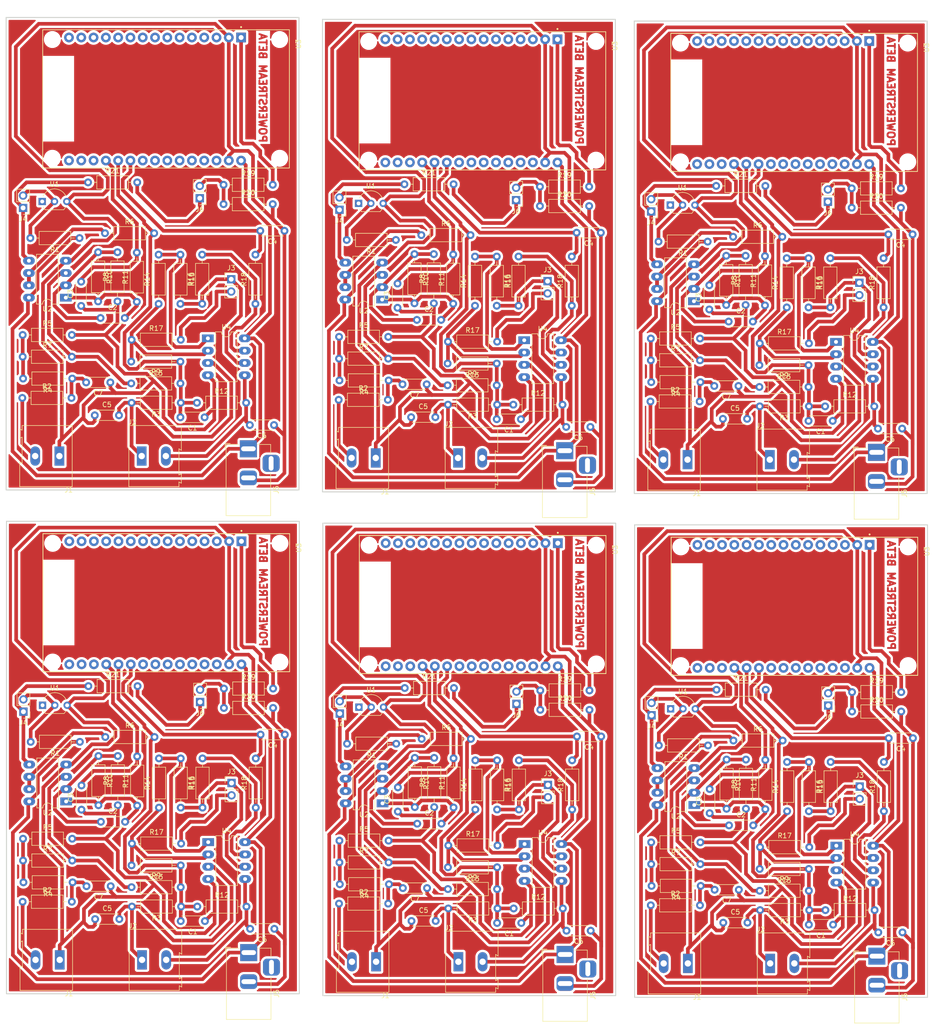
<source format=kicad_pcb>
(kicad_pcb (version 20240108) (generator "pcbnew") (generator_version "8.0")
  (layers (0 "F.Cu" signal) (31 "B.Cu" signal) (34 "B.Paste" user) (35 "F.Paste" user) (36 "B.SilkS" user "B.Silkscreen") (37 "F.SilkS" user "F.Silkscreen") (38 "B.Mask" user) (39 "F.Mask" user) (44 "Edge.Cuts" user))
  (net 0 "")
  (net 1 "/MCU/GND")
  (net 3 "/PD_CT/1V65")
  (net 4 "/MCU/VREF_ADC1")
  (net 5 "Net-(C2-Pad2)")
  (net 6 "Net-(U2A--)")
  (net 7 "/MCU/PD_IN1")
  (net 8 "/MCU/CT_IN1")
  (net 9 "Net-(J1-Pin_2)")
  (net 10 "Net-(J2-Pin_1)")
  (net 11 "Net-(J2-Pin_2)")
  (net 12 "Net-(J3-Pin_1)")
  (net 13 "Net-(J3-Pin_2)")
  (net 14 "/MCU/VIN")
  (net 16 "Net-(C7-Pad2)")
  (net 17 "Net-(R4-Pad2)")
  (net 18 "Net-(U2B--)")
  (net 19 "Net-(U2A-+)")
  (net 20 "Net-(U4A--)")
  (net 21 "Net-(R14-Pad2)")
  (net 22 "Net-(R16-Pad2)")
  (net 33 "Net-(J4-Pin_2)")
  (net 45 "Net-(J6-Pin_2)")
  (net 46 "/MCU/3V3")
  (net 47 "Net-(J6-Pin_1)")
  (footprint "Resistor_THT:R_Axial_DIN0207_L6.3mm_D2.5mm_P10.16mm_Horizontal" (layer "F.Cu") (at 70.19 160.88)
    (property "Reference" "R21")
    (property "Value" "0R")
  )
  (footprint "Connector_BarrelJack:BarrelJack_Horizontal" (layer "F.Cu") (at 233.0125 112.625 90)
    (property "Reference" "J5")
    (property "Value" "Barrel_Jack_Switch")
  )
  (footprint "Resistor_THT:R_Axial_DIN0207_L6.3mm_D2.5mm_P10.16mm_Horizontal" (layer "F.Cu") (at 199.89 57.625)
    (property "Reference" "R21")
    (property "Value" "0R")
  )
  (footprint "Resistor_THT:R_Axial_DIN0207_L6.3mm_D2.5mm_P10.16mm_Horizontal" (layer "F.Cu") (at 222.46 207.115)
    (property "Reference" "R12")
    (property "Value" "300k")
  )
  (footprint "Connector_PinHeader_2.54mm:PinHeader_1x02_P2.54mm_Vertical" (layer "F.Cu") (at 93.2 60.165 180)
    (property "Reference" "J6")
    (property "Value" "VREF")
  )
  (footprint "ESP32 DOIT DEVKIT V1:MODULE_ESP32_DEVKIT_V1" (layer "F.Cu") (at 151.585 40.08 -90)
    (property "Reference" "U3")
    (property "Value" "ESP32-DEVKIT-V1")
  )
  (footprint "Connector_BarrelJack:BarrelJack_Horizontal" (layer "F.Cu") (at 233.0825 216.615 90)
    (property "Reference" "J5")
    (property "Value" "Barrel_Jack_Switch")
  )
  (footprint "Capacitor_THT:C_Disc_D4.3mm_W1.9mm_P5.00mm" (layer "F.Cu") (at 94.2 105.39 180)
    (property "Reference" "C1")
    (property "Value" "100pF")
  )
  (footprint "Resistor_THT:R_Axial_DIN0207_L6.3mm_D2.5mm_P10.16mm_Horizontal" (layer "F.Cu") (at 121.98 88.78)
    (property "Reference" "R5")
    (property "Value" "5k1")
  )
  (footprint "Resistor_THT:R_Axial_DIN0207_L6.3mm_D2.5mm_P10.16mm_Horizontal" (layer "F.Cu") (at 196.63 98.125 180)
    (property "Reference" "R4")
    (property "Value" "330k")
  )
  (footprint "TerminalBlock:TerminalBlock_Altech_AK300-2_P5.00mm" (layer "F.Cu") (at 64.27 217.38 180)
    (property "Reference" "J1")
    (property "Value" "AC_IN")
  )
  (footprint "Capacitor_THT:C_Disc_D4.3mm_W1.9mm_P5.00mm" (layer "F.Cu") (at 72.77 188.88)
    (property "Reference" "C2")
    (property "Value" "100pF")
  )
  (footprint "Resistor_THT:R_Axial_DIN0207_L6.3mm_D2.5mm_P10.16mm_Horizontal" (layer "F.Cu") (at 196.7 202.115 180)
    (property "Reference" "R4")
    (property "Value" "330k")
  )
  (footprint "Resistor_THT:R_Axial_DIN0207_L6.3mm_D2.5mm_P10.16mm_Horizontal" (layer "F.Cu") (at 227.89 58.125)
    (property "Reference" "R19")
    (property "Value" "3k3")
  )
  (footprint "Resistor_THT:R_Axial_DIN0207_L6.3mm_D2.5mm_P10.16mm_Horizontal" (layer "F.Cu") (at 79.19 193.38)
    (property "Reference" "R17")
    (property "Value" "1k")
  )
  (footprint "Capacitor_THT:C_Disc_D4.3mm_W1.9mm_P5.00mm" (layer "F.Cu") (at 94.27 209.38 180)
    (property "Reference" "C1")
    (property "Value" "100pF")
  )
  (footprint "Capacitor_THT:C_Disc_D4.3mm_W1.9mm_P5.00mm" (layer "F.Cu") (at 204.57 202.91 180)
    (property "Reference" "C7")
    (property "Value" "1nF")
  )
  (footprint "Capacitor_THT:C_Disc_D4.3mm_W1.9mm_P5.00mm" (layer "F.Cu") (at 140.16 202.565 180)
    (property "Reference" "C7")
    (property "Value" "1nF")
  )
  (footprint "Connector_PinHeader_2.54mm:PinHeader_1x02_P2.54mm_Vertical" (layer "F.Cu") (at 229.54 181.615)
    (property "Reference" "J3")
    (property "Value" "GAIN_CT1")
  )
  (footprint "Resistor_THT:R_Axial_DIN0207_L6.3mm_D2.5mm_P10.16mm_Horizontal" (layer "F.Cu") (at 154.63 176.19 -90)
    (property "Reference" "R15")
    (property "Value" "22k")
  )
  (footprint "Resistor_THT:R_Axial_DIN0207_L6.3mm_D2.5mm_P10.16mm_Horizontal" (layer "F.Cu") (at 56.54 101.39)
    (property "Reference" "R2")
    (property "Value" "330k")
  )
  (footprint "Capacitor_THT:C_Disc_D4.3mm_W1.9mm_P5.00mm" (layer "F.Cu") (at 202.47 85.625)
    (property "Reference" "C2")
    (property "Value" "100pF")
  )
  (footprint "Resistor_THT:R_Axial_DIN0207_L6.3mm_D2.5mm_P10.16mm_Horizontal" (layer "F.Cu") (at 84.7 81.97 90)
    (property "Reference" "R14")
    (property "Value" "22k")
  )
  (footprint "Resistor_THT:R_Axial_DIN0207_L6.3mm_D2.5mm_P10.16mm_Horizontal" (layer "F.Cu") (at 132.22 97.78 180)
    (property "Reference" "R4")
    (property "Value" "330k")
  )
  (footprint "Resistor_THT:R_Axial_DIN0207_L6.3mm_D2.5mm_P10.16mm_Horizontal" (layer "F.Cu") (at 203.46 172.115)
    (property "Reference" "R6")
    (property "Value" "100")
  )
  (footprint "Resistor_THT:R_Axial_DIN0207_L6.3mm_D2.5mm_P10.16mm_Horizontal" (layer "F.Cu") (at 141.56 81.86 90)
    (property "Reference" "R8")
    (property "Value" "5k1")
  )
  (footprint "Resistor_THT:R_Axial_DIN0207_L6.3mm_D2.5mm_P10.16mm_Horizontal" (layer "F.Cu") (at 139.05 171.77)
    (property "Reference" "R6")
    (property "Value" "100")
  )
  (footprint "Capacitor_THT:C_Disc_D4.3mm_W1.9mm_P5.00mm" (layer "F.Cu") (at 72.7 84.89)
    (property "Reference" "C2")
    (property "Value" "100pF")
  )
  (footprint "Resistor_THT:R_Axial_DIN0207_L6.3mm_D2.5mm_P10.16mm_Horizontal" (layer "F.Cu") (at 159.13 186.35 90)
    (property "Reference" "R16")
    (property "Value" "5K6")
  )
  (footprint "Resistor_THT:R_Axial_DIN0207_L6.3mm_D2.5mm_P10.16mm_Horizontal" (layer "F.Cu") (at 198.13 69.125 180)
    (property "Reference" "R1")
    (property "Value" "3k3")
  )
  (footprint "Capacitor_THT:C_Disc_D4.3mm_W1.9mm_P5.00mm" (layer "F.Cu") (at 134.06 82.78 90)
    (property "Reference" "C3")
    (property "Value" "100pF")
  )
  (footprint "Resistor_THT:R_Axial_DIN0207_L6.3mm_D2.5mm_P10.16mm_Horizontal" (layer "F.Cu") (at 223.54 186.695 90)
    (property "Reference" "R16")
    (property "Value" "5K6")
  )
  (footprint "Resistor_THT:R_Axial_DIN0207_L6.3mm_D2.5mm_P10.16mm_Horizontal" (layer "F.Cu") (at 133.72 68.78 180)
    (property "Reference" "R1")
    (property "Value" "3k3")
  )
  (footprint "Resistor_THT:R_Axial_DIN0207_L6.3mm_D2.5mm_P10.16mm_Horizontal" (layer "F.Cu") (at 234.54 186.695 90)
    (property "Reference" "R18")
    (property "Value" "100")
  )
  (footprint "Connector_PinHeader_2.54mm:PinHeader_1x02_P2.54mm_Vertical" (layer "F.Cu") (at 122.06 62.555 180)
    (property "Reference" "J4")
    (property "Value" "VREF")
  )
  (footprint "ESP32 DOIT DEVKIT V1:MODULE_ESP32_DEVKIT_V1" (layer "F.Cu") (at 86.225 39.69 -90)
    (property "Reference" "U3")
    (property "Value" "ESP32-DEVKIT-V1")
  )
  (footprint "Package_TO_SOT_THT:TO-92L_Inline_Wide" (layer "F.Cu") (at 60.65 60.84)
    (property "Reference" "U1")
    (property "Value" "LM4040LP-2.5")
  )
  (footprint "Capacitor_THT:C_Disc_D4.3mm_W1.9mm_P5.00mm" (layer "F.Cu") (at 238.31 107.72 180)
    (property "Reference" "C6")
    (property "Value" "1nF")
  )
  (footprint "Resistor_THT:R_Axial_DIN0207_L6.3mm_D2.5mm_P10.16mm_Horizontal" (layer "F.Cu") (at 186.39 89.125)
    (property "Reference" "R5")
    (property "Value" "5k1")
  )
  (footprint "Resistor_THT:R_Axial_DIN0207_L6.3mm_D2.5mm_P10.16mm_Horizontal" (layer "F.Cu") (at 121.98 93.28)
    (property "Reference" "R7")
    (property "Value" "5k1")
  )
  (footprint "Package_DIP:DIP-8_W7.62mm_LongPads" (layer "F.Cu") (at 65.525 80.69 180)
    (property "Reference" "U2")
    (property "Value" "LM358")
  )
  (footprint "Resistor_THT:R_Axial_DIN0207_L6.3mm_D2.5mm_P10.16mm_Horizontal" (layer "F.Cu") (at 214.47 82.705 90)
    (property "Reference" "R14")
    (property "Value" "22k")
  )
  (footprint "Resistor_THT:R_Axial_DIN0207_L6.3mm_D2.5mm_P10.16mm_Horizontal" (layer "F.Cu") (at 144.55 193.77)
    (property "Reference" "R17")
    (property "Value" "1k")
  )
  (footprint "Resistor_THT:R_Axial_DIN0207_L6.3mm_D2.5mm_P10.16mm_Horizontal" (layer "F.Cu") (at 227.89 62.125)
    (property "Reference" "R20")
    (property "Value" "3k3")
  )
  (footprint "Package_DIP:DIP-8_W7.62mm_LongPads" (layer "F.Cu") (at 224.715 193.815)
    (property "Reference" "U4")
    (property "Value" "LM358")
  )
  (footprint "Resistor_THT:R_Axial_DIN0207_L6.3mm_D2.5mm_P10.16mm_Horizontal" (layer "F.Cu") (at 234.47 82.705 90)
    (property "Reference" "R18")
    (property "Value" "100")
  )
  (footprint "Capacitor_THT:C_Disc_D4.3mm_W1.9mm_P5.00mm" (layer "F.Cu") (at 71.58 208.965)
    (property "Reference" "C5")
    (property "Value" "1nF")
  )
  (footprint "Connector_PinHeader_2.54mm:PinHeader_1x02_P2.54mm_Vertical" (layer "F.Cu") (at 122.13 166.545 180)
    (property "Reference" "J4")
    (property "Value" "VREF")
  )
  (footprint "Resistor_THT:R_Axial_DIN0207_L6.3mm_D2.5mm_P10.16mm_Horizontal" (layer "F.Cu") (at 163.55 161.77)
    (property "Reference" "R19")
    (property "Value" "3k3")
  )
  (footprint "Resistor_THT:R_Axial_DIN0207_L6.3mm_D2.5mm_P10.16mm_Horizontal" (layer "F.Cu") (at 73.69 171.38)
    (property "Reference" "R6")
    (property "Value" "100")
  )
  (footprint "Capacitor_THT:C_Disc_D4.3mm_W1.9mm_P5.00mm" (layer "F.Cu") (at 140.09 98.575 180)
    (property "Reference" "C7")
    (property "Value" "1nF")
  )
  (footprint "Resistor_THT:R_Axial_DIN0207_L6.3mm_D2.5mm_P10.16mm_Horizontal" (layer "F.Cu") (at 137.56 71.7 -90)
    (property "Reference" "R10")
    (property "Value" "5k1")
  )
  (footprint "TerminalBlock:TerminalBlock_Altech_AK300-2_P5.00mm" (layer "F.Cu") (at 211.04 218.115)
    (property "Reference" "J2")
    (property "Value" "CT_IN")
  )
  (footprint "Capacitor_THT:C_Disc_D4.3mm_W1.9mm_P5.00mm" (layer "F.Cu") (at 223.97 106.125 180)
    (property "Reference" "C1")
    (property "Value" "100pF")
  )
  (footprint "Capacitor_THT:C_Disc_D4.3mm_W1.9mm_P5.00mm" (layer "F.Cu") (at 198.47 83.125 90)
    (property "Reference" "C3")
    (property "Value" "100pF")
  )
  (footprint "Resistor_THT:R_Axial_DIN0207_L6.3mm_D2.5mm_P10.16mm_Horizontal" (layer "F.Cu") (at 170.06 82.36 90)
    (property "Reference" "R18")
    (property "Value" "100")
  )
  (footprint "Capacitor_THT:C_Disc_D4.3mm_W1.9mm_P5.00mm" (layer "F.Cu") (at 173.9 107.375 180)
    (property "Reference" "C6")
    (property "Value" "1nF")
  )
  (footprint "Resistor_THT:R_Axial_DIN0207_L6.3mm_D2.5mm_P10.16mm_Horizontal" (layer "F.Cu") (at 186.31 102.125)
    (property "Reference" "R2")
    (property "Value" "330k")
  )
  (footprint "Resistor_THT:R_Axial_DIN0207_L6.3mm_D2.5mm_P10.16mm_Horizontal" (layer "F.Cu") (at 198.2 173.115 180)
    (property "Reference" "R1")
    (property "Value" "3k3")
  )
  (footprint "TerminalBlock:TerminalBlock_Altech_AK300-2_P5.00mm" (layer "F.Cu") (at 129.56 113.78 180)
    (property "Reference" "J1")
    (property "Value" "AC_IN")
  )
  (footprint "Resistor_THT:R_Axial_DIN0207_L6.3mm_D2.5mm_P10.16mm_Horizontal" (layer "F.Cu") (at 219.04 198.615 180)
    (property "Reference" "R13")
    (property "Value" "5K6")
  )
  (footprint "Connector_PinHeader_2.54mm:PinHeader_1x02_P2.54mm_Vertical" (layer "F.Cu") (at 186.54 166.89 180)
    (property "Reference" "J4")
    (property "Value" "VREF")
  )
  (footprint "Resistor_THT:R_Axial_DIN0207_L6.3mm_D2.5mm_P10.16mm_Horizontal" (layer "F.Cu") (at 135.55 161.27)
    (property "Reference" "R21")
    (property "Value" "0R")
  )
  (footprint "Resistor_THT:R_Axial_DIN0207_L6.3mm_D2.5mm_P10.16mm_Horizontal" (layer "F.Cu") (at 98.12 61.39)
    (property "Reference" "R20")
    (property "Value" "3k3")
  )
  (footprint "Capacitor_THT:C_Disc_D4.3mm_W1.9mm_P5.00mm" (layer "F.Cu") (at 134.13 186.77 90)
    (property "Reference" "C3")
    (property "Value" "100pF")
  )
  (footprint "TerminalBlock:TerminalBlock_Altech_AK300-2_P5.00mm" (layer "F.Cu") (at 146.56 113.78)
    (property "Reference" "J2")
    (property "Value" "CT_IN")
  )
  (footprint "Connector_BarrelJack:BarrelJack_Horizontal" (layer "F.Cu") (at 103.2425 111.89 90)
    (property "Reference" "J5")
    (property "Value" "Barrel_Jack_Switch")
  )
  (footprint "Resistor_THT:R_Axial_DIN0207_L6.3mm_D2.5mm_P10.16mm_Horizontal" (layer "F.Cu") (at 163.55 165.77)
    (property "Reference" "R20")
    (property "Value" "3k3")
  )
  (footprint "Package_TO_SOT_THT:TO-92L_Inline_Wide" (layer "F.Cu") (at 126.08 165.22)
    (property "Reference" "U1")
    (property "Value" "LM4040LP-2.5")
  )
  (footprint "TerminalBlock:TerminalBlock_Altech_AK300-2_P5.00mm" (layer "F.Cu") (at 146.63 217.77)
    (property "Reference" "J2")
    (property "Value" "CT_IN")
  )
  (footprint "Resistor_THT:R_Axial_DIN0207_L6.3mm_D2.5mm_P10.16mm_Horizontal" (layer "F.Cu") (at 89.2 71.81 -90)
    (property "Reference" "R15")
    (property "Value" "22k")
  )
  (footprint "Resistor_THT:R_Axial_DIN0207_L6.3mm_D2.5mm_P10.16mm_Horizontal" (layer "F.Cu") (at 186.39 93.625)
    (property "Reference" "R7")
    (property "Value" "5k1")
  )
  (footprint "Capacitor_THT:C_Disc_D4.3mm_W1.9mm_P5.00mm" (layer "F.Cu") (at 224.04 210.115 180)
    (property "Reference" "C1")
    (property "Value" "100pF")
  )
  (footprint "Resistor_THT:R_Axial_DIN0207_L6.3mm_D2.5mm_P10.16mm_Horizontal" (layer "F.Cu") (at 89.35 206.38 180)
    (property "Reference" "R3")
    (property "Value" "300k")
  )
  (footprint "Resistor_THT:R_Axial_DIN0207_L6.3mm_D2.5mm_P10.16mm_Horizontal" (layer "F.Cu") (at 76.27 185.46 90)
    (property "Reference" "R8")
    (property "Value" "5k1")
  )
  (footprint "Resistor_THT:R_Axial_DIN0207_L6.3mm_D2.5mm_P10.16mm_Horizontal" (layer "F.Cu") (at 121.97 205.77)
    (property "Reference" "R2")
    (property "Value" "330k")
  )
  (footprint "Resistor_THT:R_Axial_DIN0207_L6.3mm_D2.5mm_P10.16mm_Horizontal" (layer "F.Cu") (at 73.62 67.39)
    (property "Reference" "R6")
    (property "Value" "100")
  )
  (footprint "Capacitor_THT:C_Disc_D4.3mm_W1.9mm_P5.00mm" (layer "F.Cu") (at 201.28 105.71)
    (property "Reference" "C5")
    (property "Value" "1nF")
  )
  (footprint "Resistor_THT:R_Axial_DIN0207_L6.3mm_D2.5mm_P10.16mm_Horizontal" (layer "F.Cu") (at 66.93 201.38 180)
    (property "Reference" "R4")
    (property "Value" "330k")
  )
  (footprint "Package_TO_SOT_THT:TO-92L_Inline_Wide" (layer "F.Cu") (at 190.42 61.575)
    (property "Reference" "U1")
    (property "Value" "LM4040LP-2.5")
  )
  (footprint "Resistor_THT:R_Axial_DIN0207_L6.3mm_D2.5mm_P10.16mm_Horizontal" (layer "F.Cu") (at 208.81 99.125)
    (property "Reference" "R9")
    (property "Value" "10k")
  )
  (footprint "Resistor_THT:R_Axial_DIN0207_L6.3mm_D2.5mm_P10.16mm_Horizontal" (layer "F.Cu") (at 72.2 71.31 -90)
    (property "Reference" "R10")
    (property "Value" "5k1")
  )
  (footprint "Connector_PinHeader_2.54mm:PinHeader_1x02_P2.54mm_Vertical" (layer "F.Cu") (at 56.77 166.155 180)
    (property "Reference" "J4")
    (property "Value" "VREF")
  )
  (footprint "Connector_PinHeader_2.54mm:PinHeader_1x02_P2.54mm_Vertical" (layer "F.Cu") (at 223.04 164.89 180)
    (property "Reference" "J6")
    (property "Value" "VREF")
  )
  (footprint "TerminalBlock:TerminalBlock_Altech_AK300-2_P5.00mm" (layer "F.Cu") (at 64.2 113.39 180)
    (property "Reference" "J1")
    (property "Value" "AC_IN")
  )
  (footprint "Resistor_THT:R_Axial_DIN0207_L6.3mm_D2.5mm_P10.16mm_Horizontal" (layer "F.Cu") (at 222.39 103.125)
    (property "Reference" "R12")
    (property "Value" "300k")
  )
  (footprint "Capacitor_THT:C_Disc_D4.3mm_W1.9mm_P5.00mm" (layer "F.Cu") (at 238.38 211.71 180)
    (property "Reference" "C6")
    (property "Value" "1nF")
  )
  (footprint "Connector_BarrelJack:BarrelJack_Horizontal" (layer "F.Cu") (at 168.6725 216.27 90)
    (property "Reference" "J5")
    (property "Value" "Barrel_Jack_Switch")
  )
  (footprint "Connector_PinHeader_2.54mm:PinHeader_1x02_P2.54mm_Vertical" (layer "F.Cu") (at 56.7 62.165 180)
    (property "Reference" "J4")
    (property "Value" "VREF")
  )
  (footprint "Resistor_THT:R_Axial_DIN0207_L6.3mm_D2.5mm_P10.16mm_Horizontal" (layer "F.Cu") (at 89.2 93.89 180)
    (property "Reference" "R13")
    (property "Value" "5K6")
  )
  (footprint "Capacitor_THT:C_Disc_D4.3mm_W1.9mm_P5.00mm" (layer "F.Cu") (at 68.77 186.38 90)
    (property "Reference" "C3")
    (property "Value" "100pF")
  )
  (footprint "Resistor_THT:R_Axial_DIN0207_L6.3mm_D2.5mm_P10.16mm_Horizontal" (layer "F.Cu") (at 208.89 90.125)
    (property "Reference" "R17")
    (property "Value" "1k")
  )
  (footprint "Package_DIP:DIP-8_W7.62mm_LongPads" (layer "F.Cu") (at 160.235 89.48)
    (property "Reference" "U4")
    (property "Value" "LM358")
  )
  (footprint "Resistor_THT:R_Axial_DIN0207_L6.3mm_D2.5mm_P10.16mm_Horizontal" (layer "F.Cu") (at 89.27 197.88 180)
    (property "Reference" "R13")
    (property "Value" "5K6")
  )
  (footprint "Resistor_THT:R_Axial_DIN0207_L6.3mm_D2.5mm_P10.16mm_Horizontal" (layer "F.Cu") (at 80.2 81.55 90)
    (property "Reference" "R11")
    (property "Value" "100")
  )
  (footprint "Package_DIP:DIP-8_W7.62mm_LongPads" (layer "F.Cu") (at 130.885 81.08 180)
    (property "Reference" "U2")
    (property "Value" "LM358")
  )
  (footprint "Resistor_THT:R_Axial_DIN0207_L6.3mm_D2.5mm_P10.16mm_Horizontal" (layer "F.Cu") (at 89.27 175.8 -90)
    (property "Reference" "R15")
    (property "Value" "22k")
  )
  (footprint "Resistor_THT:R_Axial_DIN0207_L6.3mm_D2.5mm_P10.16mm_Horizontal" (layer "F.Cu") (at 132.29 201.77 180)
    (property "Reference" "R4")
    (property "Value" "330k")
  )
  (footprint "Resistor_THT:R_Axial_DIN0207_L6.3mm_D2.5mm_P10.16mm_Horizontal" (layer "F.Cu") (at 144.4 98.78)
    (property "Reference" "R9")
    (property "Value" "10k")
  )
  (footprint "Resistor_THT:R_Axial_DIN0207_L6.3mm_D2.5mm_P10.16mm_Horizontal" (layer "F.Cu") (at 144.47 202.77)
    (property "Reference" "R9")
    (property "Value" "10k")
  )
  (footprint "Resistor_THT:R_Axial_DIN0207_L6.3mm_D2.5mm_P10.16mm_Horizontal" (layer "F.Cu") (at 218.97 94.625 180)
    (property "Reference" "R13")
    (property "Value" "5K6")
  )
  (footprint "Resistor_THT:R_Axial_DIN0207_L6.3mm_D2.5mm_P10.16mm_Horizontal" (layer "F.Cu") (at 56.69 196.88)
    (property "Reference" "R7")
    (property "Value" "5k1")
  )
  (footprint "Resistor_THT:R_Axial_DIN0207_L6.3mm_D2.5mm_P10.16mm_Horizontal" (layer "F.Cu") (at 122.05 192.77)
    (property "Reference" "R5")
    (property "Value" "5k1")
  )
  (footprint "Resistor_THT:R_Axial_DIN0207_L6.3mm_D2.5mm_P10.16mm_Horizontal" (layer "F.Cu") (at 186.46 193.115)
    (property "Reference" "R5")
    (property "Value" "5k1")
  )
  (footprint "Connector_PinHeader_2.54mm:PinHeader_1x02_P2.54mm_Vertical" (layer "F.Cu") (at 165.06 77.28)
    (property "Reference" "J3")
    (property "Value" "GAIN_CT1")
  )
  (footprint "Connector_BarrelJack:BarrelJack_Horizontal" (layer "F.Cu") (at 168.6025 112.28 90)
    (property "Reference" "J5")
    (property "Value" "Barrel_Jack_Switch")
  )
  (footprint "Resistor_THT:R_Axial_DIN0207_L6.3mm_D2.5mm_P10.16mm_Horizontal" (layer "F.Cu") (at 154.63 198.27 180)
    (property "Reference" "R13")
    (property "Value" "5K6")
  )
  (footprint "Package_DIP:DIP-8_W7.62mm_LongPads" (layer "F.Cu") (at 65.595 184.68 180)
    (property "Reference" "U2")
    (property "Value" "LM358")
  )
  (footprint "Resistor_THT:R_Axial_DIN0207_L6.3mm_D2.5mm_P10.16mm_Horizontal" (layer "F.Cu") (at 154.64 102.78 180)
    (property "Reference" "R3")
    (property "Value" "300k")
  )
  (footprint "Capacitor_THT:C_Disc_D4.3mm_W1.9mm_P5.00mm" (layer "F.Cu") (at 159.56 105.78 180)
    (property "Reference" "C1")
    (property "Value" "100pF")
  )
  (footprint "Capacitor_THT:C_Disc_D4.3mm_W1.9mm_P5.00mm" (layer "F.Cu") (at 240.47 67.625 180)
    (property "Reference" "C4")
    (property "Value" "100pF")
  )
  (footprint "Capacitor_THT:C_Disc_D4.3mm_W1.9mm_P5.00mm" (layer "F.Cu") (at 138.06 85.28)
    (property "Reference" "C2")
    (property "Value" "100pF")
  )
  (footprint "Package_TO_SOT_THT:TO-92L_Inline_Wide" (layer "F.Cu") (at 190.49 165.565)
    (property "Reference" "U1")
    (property "Value" "LM4040LP-2.5")
  )
  (footprint "Resistor_THT:R_Axial_DIN0207_L6.3mm_D2.5mm_P10.16mm_Horizontal" (layer "F.Cu") (at 218.97 72.545 -90)
    (property "Reference" "R15")
    (property "Value" "22k")
  )
  (footprint "Package_DIP:DIP-8_W7.62mm_LongPads" (layer "F.Cu") (at 130.955 185.07 180)
    (property "Reference" "U2")
    (property "Value" "LM358")
  )
  (footprint "Connector_PinHeader_2.54mm:PinHeader_1x02_P2.54mm_Vertical" (layer "F.Cu") (at 165.13 181.27)
    (property "Reference" "J3")
    (property "Value" "GAIN_CT1")
  )
  (footprint "ESP32 DOIT DEVKIT V1:MODULE_ESP32_DEVKIT_V1" (layer "F.Cu") (at 216.065 144.415 -90)
    (property "Reference" "U3")
    (property "Value" "ESP32-DEVKIT-V1")
  )
  (footprint "Connector_PinHeader_2.54mm:PinHeader_1x02_P2.54mm_Vertical" (layer "F.Cu") (at 222.97 60.9 180)
    (property "Reference" "J6")
    (property "Value" "VREF")
  )
  (footprint "Package_DIP:DIP-8_W7.62mm_LongPads" (layer "F.Cu") (at 94.875 89.09)
    (property "Reference" "U4")
    (property "Value" "LM358")
  )
  (footprint "Capacitor_THT:C_Disc_D4.3mm_W1.9mm_P5.00mm" (layer "F.Cu") (at 240.54 171.615 180)
    (property "Reference" "C4")
    (property "Value" "100pF")
  )
  (footprint "Capacitor_THT:C_Disc_D4.3mm_W1.9mm_P5.00mm" (layer "F.Cu") (at 108.61 210.975 180)
    (property "Reference" "C6")
    (property "Value" "1nF")
  )
  (footprint "Capacitor_THT:C_Disc_D4.3mm_W1.9mm_P5.00mm" (layer "F.Cu") (at 108.54 106.985 180)
    (property "Reference" "C6")
    (property "Value" "1nF")
  )
  (footprint "Resistor_THT:R_Axial_DIN0207_L6.3mm_D2.5mm_P10.16mm_Horizontal" (layer "F.Cu") (at 56.62 92.89)
    (property "Reference" "R7")
    (property "Value" "5k1")
  )
  (footprint "Capacitor_THT:C_Disc_D4.3mm_W1.9mm_P5.00mm" (layer "F.Cu") (at 173.97 211.365 180)
    (property "Reference" "C6")
    (property "Value" "1nF")
  )
  (footprint "Resistor_THT:R_Axial_DIN0207_L6.3mm_D2.5mm_P10.16mm_Horizontal" (layer "F.Cu") (at 93.7 81.97 90)
    (property "Reference" "R16")
    (property "Value" "5K6")
  )
  (footprint "ESP32 DOIT DEVKIT V1:MODULE_ESP32_DEVKIT_V1" (layer "F.Cu") (at 151.655 144.07 -90)
    (property "Reference" "U3")
    (property "Value" "ESP32-DEVKIT-V1")
  )
  (footprint "Resistor_THT:R_Axial_DIN0207_L6.3mm_D2.5mm_P10.16mm_Horizontal" (layer "F.Cu") (at 56.69 192.38)
    (property "Reference" "R5")
    (property "Value" "5k1")
  )
  (footprint "Resistor_THT:R_Axial_DIN0207_L6.3mm_D2.5mm_P10.16mm_Horizontal" (layer "F.Cu") (at 56.61 205.38)
    (property "Reference" "R2")
    (property "Value" "330k")
  )
  (footprint "Resistor_THT:R_Axial_DIN0207_L6.3mm_D2.5mm_P10.16mm_Horizontal" (layer "F.Cu") (at 98.12 57.39)
    (property "Reference" "R19")
    (property "Value" "3k3")
  )
  (footprint "Capacitor_THT:C_Disc_D4.3mm_W1.9mm_P5.00mm" (layer "F.Cu") (at 176.13 171.27 180)
    (property "Reference" "C4")
    (property "Value" "100pF")
  )
  (footprint "Resistor_THT:R_Axial_DIN0207_L6.3mm_D2.5mm_P10.16mm_Horizontal" (layer "F.Cu") (at 227.96 162.115)
    (property "Reference" "R19")
    (property "Value" "3k3")
  )
  (footprint "TerminalBlock:TerminalBlock_Altech_AK300-2_P5.00mm" (layer "F.Cu") (at 193.97 114.125 180)
    (property "Reference" "J1")
    (property "Value" "AC_IN")
  )
  (footprint "Resistor_THT:R_Axial_DIN0207_L6.3mm_D2.5mm_P10.16mm_Horizontal" (layer "F.Cu") (at 219.04 176.535 -90)
    (property "Reference" "R15")
    (property "Value" "22k")
  )
  (footprint "TerminalBlock:TerminalBlock_Altech_AK300-2_P5.00mm" (layer "F.Cu") (at 81.27 217.38)
    (property "Reference" "J2")
    (property "Value" "CT_IN")
  )
  (footprint "Capacitor_THT:C_Disc_D4.3mm_W1.9mm_P5.00mm" (layer "F.Cu") (at 71.51 104.975)
    (property "Reference" "C5")
    (property "Value" "1nF")
  )
  (footprint "Package_DIP:DIP-8_W7.62mm_LongPads" (layer "F.Cu") (at 195.295 81.425 180)
    (property "Reference" "U2")
    (property "Value" "LM358")
  )
  (footprint "Resistor_THT:R_Axial_DIN0207_L6.3mm_D2.5mm_P10.16mm_Horizontal" (layer "F.Cu") (at 227.96 166.115)
    (property "Reference" "R20")
    (property "Value" "3k3")
  )
  (footprint "Resistor_THT:R_Axial_DIN0207_L6.3mm_D2.5mm_P10.16mm_Horizontal" (layer "F.Cu") (at 163.48 61.78)
    (property "Reference" "R20")
    (property "Value" "3k3")
  )
  (footprint "Resistor_THT:R_Axial_DIN0207_L6.3mm_D2.5mm_P10.16mm_Horizontal" (layer "F.Cu") (at 186.46 197.615)
    (property "Reference" "R7")
    (property "Value" "5k1")
  )
  (footprint "Resistor_THT:R_Axial_DIN0207_L6.3mm_D2.5mm_P10.16mm_Horizontal" (layer "F.Cu") (at 141.63 185.85 90)
    (property "Reference" "R8")
    (property "Value" "5k1")
  )
  (footprint "Capacitor_THT:C_Disc_D4.3mm_W1.9mm_P5.00mm" (layer "F.Cu") (at 68.7 82.39 90)
    (property "Reference" "C3")
    (property "Value" "100pF")
  )
  (footprint "Package_DIP:DIP-8_W7.62mm_LongPads" (layer "F.Cu") (at 195.365 185.415 180)
    (property "Reference" "U2")
    (property "Value" "LM358")
  )
  (footprint "Resistor_THT:R_Axial_DIN0207_L6.3mm_D2.5mm_P10.16mm_Horizontal" (layer "F.Cu") (at 154.71 206.77 180)
    (property "Reference" "R3")
    (property "Value" "300k")
  )
  (footprint "Resistor_THT:R_Axial_DIN0207_L6.3mm_D2.5mm_P10.16mm_Horizontal" (layer "F.Cu") (at 93.77 185.96 90)
    (property "Reference" "R16")
    (property "Value" "5K6")
  )
  (footprint "TerminalBlock:TerminalBlock_Altech_AK300-2_P5.00mm" (layer "F.Cu") (at 210.97 114.125)
    (property "Reference" "J2")
    (property "Value" "CT_IN")
  )
  (footprint "Capacitor_THT:C_Disc_D4.3mm_W1.9mm_P5.00mm" (layer "F.Cu") (at 74.73 98.185 180)
    (property "Reference" "C7")
    (property "Value" "1nF")
  )
  (footprint "Capacitor_THT:C_Disc_D4.3mm_W1.9mm_P5.00mm" (layer "F.Cu") (at 136.87 105.365)
    (property "Reference" "C5")
    (property "Value" "1nF")
  )
  (footprint "Resistor_THT:R_Axial_DIN0207_L6.3mm_D2.5mm_P10.16mm_Horizontal" (layer "F.Cu") (at 144.48 89.78)
    (property "Reference" "R17")
    (property "Value" "1k")
  )
  (footprint "Resistor_THT:R_Axial_DIN0207_L6.3mm_D2.5mm_P10.16mm_Horizontal" (layer "F.Cu") (at 70.12 56.89)
    (property "Reference" "R21")
    (property "Value" "0R")
  )
  (footprint "Resistor_THT:R_Axial_DIN0207_L6.3mm_D2.5mm_P10.16mm_Horizontal" (layer "F.Cu") (at 186.38 206.115)
    (property "Reference" "R2")
    (property "Value" "330k")
  )
  (footprint "Resistor_THT:R_Axial_DIN0207_L6.3mm_D2.5mm_P10.16mm_Horizontal" (layer "F.Cu") (at 72.27 175.3 -90)
    (property "Reference" "R10")
    (property "Value" "5k1")
  )
  (footprint "Connector_BarrelJack:BarrelJack_Horizontal" (layer "F.Cu") (at 103.3125 215.88 90)
    (property "Reference" "J5")
    (property "Value" "Barrel_Jack_Switch")
  )
  (footprint "Resistor_THT:R_Axial_DIN0207_L6.3mm_D2.5mm_P10.16mm_Horizontal" (layer "F.Cu") (at 170.13 186.35 90)
    (property "Reference" "R18")
    (property "Value" "100")
  )
  (footprint "Resistor_THT:R_Axial_DIN0207_L6.3mm_D2.5mm_P10.16mm_Horizontal" (layer "F.Cu") (at 76.2 81.47 90)
    (property "Reference" "R8")
    (property "Value" "5k1")
  )
  (footprint "Capacitor_THT:C_Disc_D4.3mm_W1.9mm_P5.00mm" (layer "F.Cu") (at 198.54 187.115 90)
    (property "Reference" "C3")
    (property "Value" "100pF")
  )
  (footprint "Resistor_THT:R_Axial_DIN0207_L6.3mm_D2.5mm_P10.16mm_Horizontal" (layer "F.Cu") (at 122.05 197.27)
    (property "Reference" "R7")
    (property "Value" "5k1")
  )
  (footprint "Resistor_THT:R_Axial_DIN0207_L6.3mm_D2.5mm_P10.16mm_Horizontal" (layer "F.Cu") (at 199.96 161.615)
    (property "Reference" "R21")
    (property "Value" "0R")
  )
  (footprint "Resistor_THT:R_Axial_DIN0207_L6.3mm_D2.5mm_P10.16mm_Horizontal" (layer "F.Cu") (at 205.97 82.205 90)
    (property "Reference" "R8")
    (property "Value" "5k1")
  )
  (footprint "Package_DIP:DIP-8_W7.62mm_LongPads" (layer "F.Cu") (at 94.945 193.08)
    (property "Reference" "U4")
    (property "Value" "LM358")
  )
  (footprint "Connector_PinHeader_2.54mm:PinHeader_1x02_P2.54mm_Vertical" (layer "F.Cu") (at 158.56 60.555 180)
    (property "Reference" "J6")
    (property "Value" "VREF")
  )
  (footprint "TerminalBlock:TerminalBlock_Altech_AK300-2_P5.00mm" (layer "F.Cu") (at 129.63 217.77 180)
    (property "Reference" "J1")
    (property "Value" "AC_IN")
  )
  (footprint "Resistor_THT:R_Axial_DIN0207_L6.3mm_D2.5mm_P10.16mm_Horizontal" (layer "F.Cu") (at 98.19 165.38)
    (property "Reference" "R20")
    (property "Value" "3k3")
  )
  (footprint "Resistor_THT:R_Axial_DIN0207_L6.3mm_D2.5mm_P10.16mm_Horizontal" (layer "F.Cu") (at 158.05 206.77)
    (property "Reference" "R12")
    (property "Value" "300k")
  )
  (footprint "Resistor_THT:R_Axial_DIN0207_L6.3mm_D2.5mm_P10.16mm_Horizontal" (layer "F.Cu") (at 203.39 68.125)
    (property "Reference" "R6")
    (property "Value" "100")
  )
  (footprint "Resistor_THT:R_Axial_DIN0207_L6.3mm_D2.5mm_P10.16mm_Horizontal" (layer "F.Cu") (at 150.13 186.35 90)
    (property "Reference" "R14")
    (property "Value" "22k")
  )
  (footprint "Connector_PinHeader_2.54mm:PinHeader_1x02_P2.54mm_Vertical" (layer "F.Cu") (at 99.7 76.89)
    (property "Reference" "J3")
    (property "Value" "GAIN_CT1")
  )
  (footprint "Package_TO_SOT_THT:TO-92L_Inline_Wide" (layer "F.Cu") (at 60.72 164.83)
    (property "Reference" "U1")
    (property "Value" "LM4040LP-2.5")
  )
  (footprint "Resistor_THT:R_Axial_DIN0207_L6.3mm_D2.5mm_P10.16mm_Horizontal" (layer "F.Cu") (at 137.63 175.69 -90)
    (property "Reference" "R10")
    (property "Value" "5k1")
  )
  (footprint "Resistor_THT:R_Axial_DIN0207_L6.3mm_D2.5mm_P10.16mm_Horizontal" (layer "F.Cu") (at 202.04 176.035 -90)
    (property "Reference" "R10")
    (property "Value" "5k1")
  )
  (footprint "Resistor_THT:R_Axial_DIN0207_L6.3mm_D2.5mm_P10.16mm_Horizontal" (layer "F.Cu") (at 104.77 185.96 90)
    (property "Reference" "R18")
    (property "Value" "100")
  )
  (footprint "Capacitor_THT:C_Disc_D4.3mm_W1.9mm_P5.00mm" (layer "F.Cu") (at 138.13 189.27)
    (property "Reference" "C2")
    (property "Value" "100pF")
  )
  (footprint "Resistor_THT:R_Axial_DIN0207_L6.3mm_D2.5mm_P10.16mm_Horizontal" (layer "F.Cu") (at 89.28 102.39 180)
    (property "Reference" "R3")
    (property "Value" "300k")
  )
  (footprint "Capacitor_THT:C_Disc_D4.3mm_W1.9mm_P5.00mm" (layer "F.Cu") (at 110.77 170.88 180)
    (property "Reference" "C4")
    (property "Value" "100pF")
  )
  (footprint "Connector_PinHeader_2.54mm:PinHeader_1x02_P2.54mm_Vertical" (layer "F.Cu") (at 158.63 164.545 180)
    (property "Reference" "J6")
    (property "Value" "VREF")
  )
  (footprint "Capacitor_THT:C_Disc_D4.3mm_W1.9mm_P5.00mm" (layer "F.Cu") (at 204.5 98.92 180)
    (property "Reference" "C7")
    (property "Value" "1nF")
  )
  (footprint "Resistor_THT:R_Axial_DIN0207_L6.3mm_D2.5mm_P10.16mm_Horizontal" (layer "F.Cu") (at 163.48 57.78)
    (property "Reference" "R19")
    (property "Value" "3k3")
  )
  (footprint "Capacitor_THT:C_Disc_D4.3mm_W1.9mm_P5.00mm" (layer "F.Cu") (at 176.06 67.28 180)
    (property "Reference" "C4")
    (property "Value" "100pF")
  )
  (footprint "Resistor_THT:R_Axial_DIN0207_L6.3mm_D2.5mm_P10.16mm_Horizontal" (layer "F.Cu") (at 208.96 194.115)
    (property "Reference" "R17")
    (property "Value" "1k")
  )
  (footprint "Resistor_THT:R_Axial_DIN0207_L6.3mm_D2.5mm_P10.16mm_Horizontal" (layer "F.Cu") (at 79.11 202.38)
    (property "Reference" "R9")
    (property "Value" "10k")
  )
  (footprint "Resistor_THT:R_Axial_DIN0207_L6.3mm_D2.5mm_P10.16mm_Horizontal" (layer "F.Cu") (at 145.56 81.94 90)
    (property "Reference" "R11")
    (property "Value" "100")
  )
  (footprint "Resistor_THT:R_Axial_DIN0207_L6.3mm_D2.5mm_P10.16mm_Horizontal" (layer "F.Cu") (at 56.62 88.39)
    (property "Reference" "R5")
    (property "Value" "5k1")
  )
  (footprint "Package_TO_SOT_THT:TO-92L_Inline_Wide" (layer "F.Cu") (at 126.01 61.23)
    (property "Reference" "U1")
    (property "Value" "LM4040LP-2.5")
  )
  (footprint "Resistor_THT:R_Axial_DIN0207_L6.3mm_D2.5mm_P10.16mm_Horizontal" (layer "F.Cu") (at 121.9 101.78)
    (property "Reference" "R2")
    (property "Value" "330k")
  )
  (footprint "Resistor_THT:R_Axial_DIN0207_L6.3mm_D2.5mm_P10.16mm_Horizontal" (layer "F.Cu") (at 138.98 67.78)
    (property "Reference" "R6")
    (property "Value" "100")
  )
  (footprint "Capacitor_THT:C_Disc_D4.3mm_W1.9mm_P5.00mm" (layer "F.Cu") (at 159.63 209.77 180)
    (property "Reference" "C1")
    (property "Value" "100pF")
  )
  (footprint "Resistor_THT:R_Axial_DIN0207_L6.3mm_D2.5mm_P10.16mm_Horizontal" (layer "F.Cu") (at 219.12 207.115 180)
    (property "Reference" "R3")
    (property "Value" "300k")
  )
  (footprint "Resistor_THT:R_Axial_DIN0207_L6.3mm_D2.5mm_P10.16mm_Horizontal" (layer "F.Cu") (at 92.62 102.39)
    (property "Reference" "R12")
    (property "Value" "300k")
  )
  (footprint "Capacitor_THT:C_Disc_D4.3mm_W1.9mm_P5.00mm" (layer "F.Cu") (at 74.8 202.175 180)
    (property "Reference" "C7")
    (property "Value" "1nF")
  )
  (footprint "Resistor_THT:R_Axial_DIN0207_L6.3mm_D2.5mm_P10.16mm_Horizontal" (layer "F.Cu") (at 133.79 172.77 180)
    (property "Reference" "R1")
    (property "Value" "3k3")
  )
  (footprint "Resistor_THT:R_Axial_DIN0207_L6.3mm_D2.5mm_P10.16mm_Horizontal" (layer "F.Cu") (at 208.88 203.115)
    (property "Reference" "R9")
    (property "Value" "10k")
  )
  (footprint "Resistor_THT:R_Axial_DIN0207_L6.3mm_D2.5mm_P10.16mm_Horizontal" (layer "F.Cu") (at 98.19 161.38)
    (property "Reference" "R19")
    (property "Value" "3k3")
  )
  (footprint "Resistor_THT:R_Axial_DIN0207_L6.3mm_D2.5mm_P10.16mm_Horizontal" (layer "F.Cu") (at 223.47 82.705 90)
    (property "Reference" "R16")
    (property "Value" "5K6")
  )
  (footprint "Resistor_THT:R_Axial_DIN0207_L6.3mm_D2.5mm_P10.16mm_Horizontal" (layer "F.Cu") (at 159.06 82.36 90)
    (property "Reference" "R16")
    (property "Value" "5K6")
  )
  (footprint "Resistor_THT:R_Axial_DIN0207_L6.3mm_D2.5mm_P10.16mm_Horizontal" (layer "F.Cu") (at 150.06 82.36 90)
    (property "Reference" "R14")
    (property "Value" "22k")
  )
  (footprint "Package_DIP:DIP-8_W7.62mm_LongPads" (layer "F.Cu") (at 224.645 89.825)
    (property "Reference" "U4")
    (property "Value" "LM358")
  )
  (footprint "Resistor_THT:R_Axial_DIN0207_L6.3mm_D2.5mm_P10.16mm_Horizontal" (layer "F.Cu") (at 157.98 102.78)
    (property "Reference" "R12")
    (property "Value" "300k")
  )
  (footprint "Resistor_THT:R_Axial_DIN0207_L6.3mm_D2.5mm_P10.16mm_Horizontal" (layer "F.Cu") (at 80.27 185.54 90)
    (property "Reference" "R11")
    (property "Value" "100")
  )
  (footprint "Resistor_THT:R_Axial_DIN0207_L6.3mm_D2.5mm_P10.16mm_Horizontal" (layer "F.Cu") (at 209.97 82.285 90)
    (property "Reference" "R11")
    (property "Value" "100")
  )
  (footprint "Resistor_THT:R_Axial_DIN0207_L6.3mm_D2.5mm_P10.16mm_Horizontal" (layer "F.Cu") (at 66.86 97.39 180)
    (property "Reference" "R4")
    (property "Value" "330k")
  )
  (footprint "Resistor_THT:R_Axial_DIN0207_L6.3mm_D2.5mm_P10.16mm_Horizontal" (layer "F.Cu") (at 92.69 206.38)
    (property "Reference" "R12")
    (property "Value" "300k")
  )
  (footprint "TerminalBlock:TerminalBlock_Altech_AK300-2_P5.00mm" (layer "F.Cu") (at 81.2 113.39)
    (property "Reference" "J2")
    (property "Value" "CT_IN")
  )
  (footprint "Connector_PinHeader_2.54mm:PinHeader_1x02_P2.54mm_Vertical" (layer "F.Cu") (at 229.47 77.625)
    (property "Reference" "J3")
    (property "Value" "GAIN_CT1")
  )
  (footprint "Resistor_THT:R_Axial_DIN0207_L6.3mm_D2.5mm_P10.16mm_Horizontal" (layer "F.Cu") (at 135.48 57.28)
    (property "Reference" "R21")
    (property "Value" "0R")
  )
  (footprint "Resistor_THT:R_Axial_DIN0207_L6.3mm_D2.5mm_P10.16mm_Horizontal" (layer "F.Cu") (at 145.63 185.93 90)
    (property "Reference" "R11")
    (property "Value" "100")
  )
  (footprint "ESP32 DOIT DEVKIT V1:MODULE_ESP32_DEVKIT_V1" (layer "F.Cu") (at 215.995 40.425 -90)
    (property "Reference" "U3")
    (property "Value" "ESP32-DEVKIT-V1")
  )
  (footprint "Connector_PinHeader_2.54mm:PinHeader_1x02_P2.54mm_Vertical" (layer "F.Cu") (at 186.47 62.9 180)
    (property "Reference" "J4")
    (property "Value" "VREF")
  )
  (footprint "Capacitor_THT:C_Disc_D4.3mm_W1.9mm_P5.00mm" (layer "F.Cu") (at 202.54 189.615)
    (property "Reference" "C2")
    (property "Value" "100pF")
  )
  (footprint "Resistor_THT:R_Axial_DIN0207_L6.3mm_D2.5mm_P10.16mm_Horizontal" (layer "F.Cu") (at 219.05 103.125 180)
    (property "Reference" "R3")
    (property "Value" "300k")
  )
  (footprint "ESP32 DOIT DEVKIT V1:MODULE_ESP32_DEVKIT_V1" (layer "F.Cu") (at 86.295 143.68 -90)
    (property "Reference" "U3")
    (property "Value" "ESP32-DEVKIT-V1")
  )
  (footprint "Connector_PinHeader_2.54mm:PinHeader_1x02_P2.54mm_Vertical" (layer "F.Cu") (at 99.77 180.88)
    (property "Reference" "J3")
    (property "Value" "GAIN_CT1")
  )
  (footprint "Package_DIP:DIP-8_W7.62mm_LongPads" (layer "F.Cu") (at 160.305 193.47)
    (property "Reference" "U4")
    (property "Value" "LM358")
  )
  (footprint "TerminalBlock:TerminalBlock_Altech_AK300-2_P5.00mm" (layer "F.Cu") (at 194.04 218.115 180)
    (property "Reference" "J1")
    (property "Value" "AC_IN")
  )
  (footprint "Resistor_THT:R_Axial_DIN0207_L6.3mm_D2.5mm_P10.16mm_Horizontal" (layer "F.Cu") (at 79.12 89.39)
    (property "Reference" "R17")
    (property "Value" "1k")
  )
  (footprint "Resistor_THT:R_Axial_DIN0207_L6.3mm_D2.5mm_P10.16mm_Horizontal" (layer "F.Cu") (at 68.36 68.39 180)
    (property "Reference" "R1")
    (property "Value" "3k3")
  )
  (footprint "Capacitor_THT:C_Disc_D4.3mm_W1.9mm_P5.00mm" (layer "F.Cu") (at 201.35 209.7)
    (property "Reference" "C5")
    (property "Value" "1nF")
  )
  (footprint "Resistor_THT:R_Axial_DIN0207_L6.3mm_D2.5mm_P10.16mm_Horizontal" (layer "F.Cu") (at 68.43 172.38 180)
    (property "Reference" "R1")
    (property "Value" "3k3")
  )
  (footprint "Resistor_THT:R_Axial_DIN0207_L6.3mm_D2.5mm_P10.16mm_Horizontal" (layer "F.Cu") (at 214.54 186.695 90)
    (property "Reference" "R14")
    (property "Value" "22k")
  )
  (footprint "Connector_PinHeader_2.54mm:PinHeader_1x02_P2.54mm_Vertical" (layer "F.Cu") (at 93.27 164.155 180)
    (property "Reference" "J6")
    (property "Value" "VREF")
  )
  (footprint "Resistor_THT:R_Axial_DIN0207_L6.3mm_D2.5mm_P10.16mm_Horizontal" (layer "F.Cu") (at 206.04 186.195 90)
    (property "Reference" "R8")
    (property "Value" "5k1")
  )
  (footprint "Resistor_THT:R_Axial_DIN0207_L6.3mm_D2.5mm_P10.16mm_Horizontal" (layer "F.Cu") (at 79.04 98.39)
    (property "Reference" "R9")
    (property "Value" "10k")
  )
  (footprint "Resistor_THT:R_Axial_DIN0207_L6.3mm_D2.5mm_P10.16mm_Horizontal" (layer "F.Cu") (at 104.7 81.97 90)
    (property "Reference" "R18")
    (property "Value" "100")
  )
  (footprint "Capacitor_THT:C_Disc_D4.3mm_W1.9mm_P5.00mm" (layer "F.Cu") (at 136.94 209.355)
    (property "Reference" "C5")
    (property "Value" "1nF")
  )
  (footprint "Resistor_THT:R_Axial_DIN0207_L6.3mm_D2.5mm_P10.16mm_Horizontal" (layer "F.Cu") (at 201.97 72.045 -90)
    (property "Reference" "R10")
    (property "Value" "5k1")
  )
  (footprint "Capacitor_THT:C_Disc_D4.3mm_W1.9mm_P5.00mm" (layer "F.Cu") (at 110.7 66.89 180)
    (property "Reference" "C4")
    (property "Value" "100pF")
  )
  (footprint "Resistor_THT:R_Axial_DIN0207_L6.3mm_D2.5mm_P10.16mm_Horizontal" (layer "F.Cu") (at 210.04 186.275 90)
    (property "Reference" "R11")
    (property "Value" "100")
  )
  (footprint "Resistor_THT:R_Axial_DIN0207_L6.3mm_D2.5mm_P10.16mm_Horizontal" (layer "F.Cu") (at 154.56 72.2 -90)
    (property "Reference" "R15")
    (property "Value" "22k")
  )
  (footprint "Resistor_THT:R_Axial_DIN0207_L6.3mm_D2.5mm_P10.16mm_Horizontal" (layer "F.Cu") (at 84.77 185.96 90)
    (property "Reference" "R14")
    (property "Value" "22k")
  )
  (footprint "Resistor_THT:R_Axial_DIN0207_L6.3mm_D2.5mm_P10.16mm_Horizontal" (layer "F.Cu") (at 154.56 94.28 180)
    (property "Reference" "R13")
    (property "Value" "5K6")
  )
  (gr_rect (start 53.27 126.85) (end 113.77 224.38) (stroke (width 0.2)) (fill none) (layer "Edge.Cuts"))
  (gr_rect (start 118.56 23.25) (end 179.06 120.78) (stroke (width 0.2)) (fill none) (layer "Edge.Cuts"))
  (gr_rect (start 182.97 23.595) (end 243.47 121.125) (stroke (width 0.2)) (fill none) (layer "Edge.Cuts"))
  (gr_rect (start 53.2 22.86) (end 113.7 120.39) (stroke (width 0.2)) (fill none) (layer "Edge.Cuts"))
  (gr_rect (start 183.04 127.585) (end 243.54 225.115) (stroke (width 0.2)) (fill none) (layer "Edge.Cuts"))
  (gr_rect (start 118.63 127.24) (end 179.13 224.77) (stroke (width 0.2)) (fill none) (layer "Edge.Cuts"))
  (gr_text "POWERSTREAM BETA" (at 106.27 141.38 270) (layer "F.Cu") (effects (font (size 1.5 1.5) (thickness 0.375) (bold yes)) (justify mirror)))
  (gr_text "POWERSTREAM BETA" (at 171.63 141.77 270) (layer "F.Cu") (effects (font (size 1.5 1.5) (thickness 0.375) (bold yes)) (justify mirror)))
  (gr_text "POWERSTREAM BETA" (at 235.97 38.125 270) (layer "F.Cu") (effects (font (size 1.5 1.5) (thickness 0.375) (bold yes)) (justify mirror)))
  (gr_text "POWERSTREAM BETA" (at 236.04 142.115 270) (layer "F.Cu") (effects (font (size 1.5 1.5) (thickness 0.375) (bold yes)) (justify mirror)))
  (gr_text "POWERSTREAM BETA" (at 106.2 37.39 270) (layer "F.Cu") (effects (font (size 1.5 1.5) (thickness 0.375) (bold yes)) (justify mirror)))
  (gr_text "POWERSTREAM BETA" (at 171.56 37.78 270) (layer "F.Cu") (effects (font (size 1.5 1.5) (thickness 0.375) (bold yes)) (justify mirror)))
  (segment (start 140.830001 187.569999) (end 141.63 186.77) (width 0.75) (layer "F.Cu") (net 1))
  (segment (start 169.1725 222.77) (end 174.63 222.77) (width 0.75) (layer "F.Cu") (net 1))
  (segment (start 110.7 66.89) (end 109.95 66.14) (width 0.75) (layer "F.Cu") (net 1))
  (segment (start 225.54 208.615) (end 226.04 208.615) (width 0.75) (layer "F.Cu") (net 1))
  (segment (start 94.27 209.38) (end 95.77 207.88) (width 0.75) (layer "F.Cu") (net 1))
  (segment (start 164.63 153.77) (end 165.63 154.77) (width 0.75) (layer "F.Cu") (net 1))
  (segment (start 134.859999 83.579999) (end 140.760001 83.579999) (width 0.75) (layer "F.Cu") (net 1))
  (segment (start 201.54 205.115) (end 205.64 205.115) (width 0.75) (layer "F.Cu") (net 1))
  (segment (start 198.47 83.125) (end 199.269999 83.924999) (width 0.75) (layer "F.Cu") (net 1))
  (segment (start 131.16 165.22) (end 132.61 163.77) (width 0.75) (layer "F.Cu") (net 1))
  (segment (start 164.63 131.37) (end 164.63 153.77) (width 0.75) (layer "F.Cu") (net 1))
  (segment (start 161.735 24.555) (end 164.56 27.38) (width 0.75) (layer "F.Cu") (net 1))
  (segment (start 103.2425 117.89) (end 103.7425 118.39) (width 0.75) (layer "F.Cu") (net 1))
  (segment (start 138.13 158.77) (end 127.644796 158.77) (width 0.75) (layer "F.Cu") (net 1))
  (segment (start 174.63 222.77) (end 176.13 221.27) (width 0.75) (layer "F.Cu") (net 1))
  (segment (start 204.04 169.115) (end 205.54 170.615) (width 0.75) (layer "F.Cu") (net 1))
  (segment (start 141.63 190.27) (end 139.13 192.77) (width 0.75) (layer "F.Cu") (net 1))
  (segment (start 240.54 213.87) (end 238.38 211.71) (width 0.75) (layer "F.Cu") (net 1))
  (segment (start 211.97 97.125) (end 207.47 97.125) (width 0.75) (layer "F.Cu") (net 1))
  (segment (start 129.56 113.78) (end 129.56 110.78) (width 0.75) (layer "F.Cu") (net 1))
  (segment (start 76.2 94.89) (end 76.2 90.89) (width 0.75) (layer "F.Cu") (net 1))
  (segment (start 140.760001 83.579999) (end 141.56 82.78) (width 0.75) (layer "F.Cu") (net 1))
  (segment (start 240.54 214.95) (end 240.54 213.87) (width 0.75) (layer "F.Cu") (net 1))
  (segment (start 189.695 24.9) (end 226.145 24.9) (width 0.75) (layer "F.Cu") (net 1))
  (segment (start 134.56 105.78) (end 134.56 106.065) (width 0.75) (layer "F.Cu") (net 1))
  (segment (start 130.13 214.27) (end 130.13 210.045) (width 0.75) (layer "F.Cu") (net 1))
  (segment (start 74.27 168.38) (end 75.77 169.88) (width 0.75) (layer "F.Cu") (net 1))
  (segment (start 138.63 163.77) (end 139.63 162.77) (width 0.75) (layer "F.Cu") (net 1))
  (segment (start 135.54 210.965) (end 136.52 210.965) (width 0.75) (layer "F.Cu") (net 1))
  (segment (start 88.2 107.89) (end 85.7 105.39) (width 0.75) (layer "F.Cu") (net 1))
  (segment (start 205.57 101.125) (end 204.5 100.055) (width 0.75) (layer "F.Cu") (net 1))
  (segment (start 169.56 51.78) (end 168.56 50.78) (width 0.75) (layer "F.Cu") (net 1))
  (segment (start 94.945 200.7) (end 96.27 202.025) (width 0.75) (layer "F.Cu") (net 1))
  (segment (start 164.63 155.77) (end 164.63 156.77) (width 0.75) (layer "F.Cu") (net 1))
  (segment (start 199.269999 83.924999) (end 205.170001 83.924999) (width 0.75) (layer "F.Cu") (net 1))
  (segment (start 198.54 187.115) (end 199.339999 187.914999) (width 0.75) (layer "F.Cu") (net 1))
  (segment (start 71.58 210.155) (end 71.58 208.965) (width 0.75) (layer "F.Cu") (net 1))
  (segment (start 202.47 55.125) (end 191.984796 55.125) (width 0.75) (layer "F.Cu") (net 1))
  (segment (start 75.77 171.244544) (end 74.134544 172.88) (width 0.75) (layer "F.Cu") (net 1))
  (segment (start 204.57 204.045) (end 204.57 202.91) (width 0.75) (layer "F.Cu") (net 1))
  (segment (start 132.105 177.45) (end 130.955 177.45) (width 0.75) (layer "F.Cu") (net 1))
  (segment (start 140.09 99.71) (end 140.09 98.575) (width 0.75) (layer "F.Cu") (net 1))
  (segment (start 185.04 152.100204) (end 185.04 133.615) (width 0.75) (layer "F.Cu") (net 1))
  (segment (start 74.2 64.39) (end 75.7 65.89) (width 0.75) (layer "F.Cu") (net 1))
  (segment (start 223.97 106.125) (end 225.47 104.625) (width 0.75) (layer "F.Cu") (net 1))
  (segment (start 203.47 89.125) (end 196.55 89.125) (width 0.75) (layer "F.Cu") (net 1))
  (segment (start 199.04 207.615) (end 201.54 205.115) (width 0.75) (layer "F.Cu") (net 1))
  (segment (start 217.97 108.625) (end 215.47 106.125) (width 0.75) (layer "F.Cu") (net 1))
  (segment (start 168.6025 118.28) (end 169.1025 118.78) (width 0.75) (layer "F.Cu") (net 1))
  (segment (start 134.63 209.77) (end 134.63 207.27) (width 0.75) (layer "F.Cu") (net 1))
  (segment (start 126.17 90.39) (end 126.17 78.175) (width 0.75) (layer "F.Cu") (net 1))
  (segment (start 67.25 163.38) (end 73.27 163.38) (width 0.75) (layer "F.Cu") (net 1))
  (segment (start 85.77 203.88) (end 83.77 201.88) (width 0.75) (layer "F.Cu") (net 1))
  (segment (start 199.04 210.115) (end 199.04 207.615) (width 0.75) (layer "F.Cu") (net 1))
  (segment (start 164.56 27.38) (end 164.56 49.78) (width 0.75) (layer "F.Cu") (net 1))
  (segment (start 82.2 96.39) (end 77.7 96.39) (width 0.75) (layer "F.Cu") (net 1))
  (segment (start 211.04 205.115) (end 213.54 202.615) (width 0.75) (layer "F.Cu") (net 1))
  (segment (start 161.06 104.28) (end 161.56 104.28) (width 0.75) (layer "F.Cu") (net 1))
  (segment (start 60.81 77.785) (end 65.525 73.07) (width 0.75) (layer "F.Cu") (net 1))
  (segment (start 161.56 98.425) (end 161.56 104.28) (width 0.75) (layer "F.Cu") (net 1))
  (segment (start 64.2 110.39) (end 64.7 109.89) (width 0.75) (layer "F.Cu") (net 1))
  (segment (start 75.7 65.89) (end 75.7 67.254544) (width 0.75) (layer "F.Cu") (net 1))
  (segment (start 203.97 65.125) (end 205.47 66.625) (width 0.75) (layer "F.Cu") (net 1))
  (segment (start 141.16 100.78) (end 140.09 99.71) (width 0.75) (layer "F.Cu") (net 1))
  (segment (start 194.54 210.39) (end 194.54 198.615) (width 0.75) (layer "F.Cu") (net 1))
  (segment (start 226.145 24.9) (end 228.97 27.725) (width 0.75) (layer "F.Cu") (net 1))
  (segment (start 85.7 105.39) (end 85.7 99.89) (width 0.75) (layer "F.Cu") (net 1))
  (segment (start 73.7 88.39) (end 66.78 88.39) (width 0.75) (layer "F.Cu") (net 1))
  (segment (start 176.13 214.605) (end 176.13 171.27) (width 0.75) (layer "F.Cu") (net 1))
  (segment (start 218.04 212.615) (end 215.54 210.115) (width 0.75) (layer "F.Cu") (net 1))
  (segment (start 76.27 185.46) (end 76.27 186.38) (width 0.75) (layer "F.Cu") (net 1))
  (segment (start 94.2 107.89) (end 88.2 107.89) (width 0.75) (layer "F.Cu") (net 1))
  (segment (start 195.5 61.575) (end 199.05 65.125) (width 0.75) (layer "F.Cu") (net 1))
  (segment (start 199.05 65.125) (end 203.97 65.125) (width 0.75) (layer "F.Cu") (net 1))
  (segment (start 69.569999 187.179999) (end 75.470001 187.179999) (width 0.75) (layer "F.Cu") (net 1))
  (segment (start 165.56 50.78) (end 164.56 51.78) (width 0.75) (layer "F.Cu") (net 1))
  (segment (start 139.63 160.27) (end 138.13 158.77) (width 0.75) (layer "F.Cu") (net 1))
  (segment (start 195.5 61.575) (end 196.95 60.125) (width 0.75) (layer "F.Cu") (net 1))
  (segment (start 160.305 201.09) (end 161.63 202.415) (width 0.75) (layer "F.Cu") (net 1))
  (segment (start 228.97 52.125) (end 228.97 53.125) (width 0.75) (layer "F.Cu") (net 1))
  (segment (start 64.7 93.89) (end 60.81 90) (width 0.75) (layer "F.Cu") (net 1))
  (segment (start 205.170001 83.924999) (end 205.97 83.125) (width 0.75) (layer "F.Cu") (net 1))
  (segment (start 127.574796 54.78) (end 120.56 47.765204) (width 0.75) (layer "F.Cu") (net 1))
  (segment (start 168.56 50.78) (end 165.56 50.78) (width 0.75) (layer "F.Cu") (net 1))
  (segment (start 65.8 164.83) (end 67.25 163.38) (width 0.75) (layer "F.Cu") (net 1))
  (segment (start 72.77 158.38) (end 62.284796 158.38) (width 0.75) (layer "F.Cu") (net 1))
  (segment (start 176.06 110.615) (end 176.06 109.535) (width 0.75) (layer "F.Cu") (net 1))
  (segment (start 200.695 173.615) (end 196.515 177.795) (width 0.75) (layer "F.Cu") (net 1))
  (segment (start 134.56 106.065) (end 135.47 106.975) (width 0.75) (layer "F.Cu") (net 1))
  (segment (start 120.63 151.755204) (end 120.63 133.27) (width 0.75) (layer "F.Cu") (net 1))
  (segment (start 203.834544 69.625) (end 200.625 69.625) (width 0.75) (layer "F.Cu") (net 1))
  (segment (start 238.12 166.115) (end 238.12 169.195) (width 0.75) (layer "F.Cu") (net 1))
  (segment (start 136.285 173.27) (end 132.105 177.45) (width 0.75) (layer "F.Cu") (net 1))
  (segment (start 73.77 192.38) (end 66.85 192.38) (width 0.75) (layer "F.Cu") (net 1))
  (segment (start 161.63 208.27) (end 161.63 210.27) (width 0.75) (layer "F.Cu") (net 1))
  (segment (start 224.715 201.435) (end 226.04 202.76) (width 0.75) (layer "F.Cu") (net 1))
  (segment (start 210.97 101.125) (end 213.47 98.625) (width 0.75) (layer "F.Cu") (net 1))
  (segment (start 146.63 204.77) (end 149.13 202.27) (width 0.75) (layer "F.Cu") (net 1))
  (segment (start 96.2 105.89) (end 94.2 107.89) (width 0.75) (layer "F.Cu") (net 1))
  (segment (start 139.63 168.77) (end 141.13 170.27) (width 0.75) (layer "F.Cu") (net 1))
  (segment (start 110.77 220.88) (end 110.77 214.215) (width 0.75) (layer "F.Cu") (net 1))
  (segment (start 203.04 164.115) (end 204.04 163.115) (width 0.75) (layer "F.Cu") (net 1))
  (segment (start 169.1025 118.78) (end 174.56 118.78) (width 0.75) (layer "F.Cu") (net 1))
  (segment (start 129.56 110.78) (end 134.56 105.78) (width 0.75) (layer "F.Cu") (net 1))
  (segment (start 59.995 128.155) (end 96.445 128.155) (width 0.75) (layer "F.Cu") (net 1))
  (segment (start 205.47 67.989544) (end 203.834544 69.625) (width 0.75) (layer "F.Cu") (net 1))
  (segment (start 104.27 164.38) (end 104.27 155.38) (width 0.75) (layer "F.Cu") (net 1))
  (segment (start 96.27 207.88) (end 96.27 209.88) (width 0.75) (layer "F.Cu") (net 1))
  (segment (start 74.27 162.38) (end 74.27 159.88) (width 0.75) (layer "F.Cu") (net 1))
  (segment (start 176.06 67.28) (end 175.31 66.53) (width 0.75) (layer "F.Cu") (net 1))
  (segment (start 75.7 67.254544) (end 74.064544 68.89) (width 0.75) (layer "F.Cu") (net 1))
  (segment (start 67.18 59.39) (end 73.2 59.39) (width 0.75) (layer "F.Cu") (net 1))
  (segment (start 198.97 106.125) (end 198.97 106.41) (width 0.75) (layer "F.Cu") (net 1))
  (segment (start 212.04 201.115) (end 207.54 201.115) (width 0.75) (layer "F.Cu") (net 1))
  (segment (start 59.925 24.165) (end 96.375 24.165) (width 0.75) (layer "F.Cu") (net 1))
  (segment (start 75.8 100.39) (end 74.73 99.32) (width 0.75) (layer "F.Cu") (net 1))
  (segment (start 130.06 94.28) (end 126.17 90.39) (width 0.75) (layer "F.Cu") (net 1))
  (segment (start 194.54 198.615) (end 190.65 194.725) (width 0.75) (layer "F.Cu") (net 1))
  (segment (start 233.0125 118.625) (end 233.5125 119.125) (width 0.75) (layer "F.Cu") (net 1))
  (segment (start 161.63 202.415) (end 161.63 208.27) (width 0.75) (layer "F.Cu") (net 1))
  (segment (start 194.47 110.625) (end 194.47 106.4) (width 0.75) (layer "F.Cu") (net 1))
  (segment (start 169.63 164.77) (end 169.63 155.77) (width 0.75) (layer "F.Cu") (net 1))
  (segment (start 165.63 154.77) (end 164.63 155.77) (width 0.75) (layer "F.Cu") (net 1))
  (segment (start 69.27 209.665) (end 70.18 210.575) (width 0.75) (layer "F.Cu") (net 1))
  (segment (start 223.97 108.625) (end 217.97 108.625) (width 0.75) (layer "F.Cu") (net 1))
  (segment (start 131.09 61.23) (end 132.54 59.78) (width 0.75) (layer "F.Cu") (net 1))
  (segment (start 96.445 128.155) (end 99.27 130.98) (width 0.75) (layer "F.Cu") (net 1))
  (segment (start 225.97 104.625) (end 225.97 106.625) (width 0.75) (layer "F.Cu") (net 1))
  (segment (start 64.7 105.665) (end 64.7 93.89) (width 0.75) (layer "F.Cu") (net 1))
  (segment (start 71.09 106.585) (end 71.51 106.165) (width 0.75) (layer "F.Cu") (net 1))
  (segment (start 200.625 69.625) (end 196.445 73.805) (width 0.75) (layer "F.Cu") (net 1))
  (segment (start 143.13 200.77) (end 141.63 199.27) (width 0.75) (layer "F.Cu") (net 1))
  (segment (start 205.97 91.625) (end 203.47 89.125) (width 0.75) (layer "F.Cu") (net 1))
  (segment (start 141.56 91.28) (end 139.06 88.78) (width 0.75) (layer "F.Cu") (net 1))
  (segment (start 151.13 209.77) (end 151.13 204.27) (width 0.75) (layer "F.Cu") (net 1))
  (segment (start 193.97 114.125) (end 193.97 111.125) (width 0.75) (layer "F.Cu") (net 1))
  (segment (start 83.7 97.89) (end 82.2 96.39) (width 0.75) (layer "F.Cu") (net 1))
  (segment (start 169.56 60.78) (end 169.56 51.78) (width 0.75) (layer "F.Cu") (net 1))
  (segment (start 76.27 186.38) (end 76.27 189.88) (width 0.75) (layer "F.Cu") (net 1))
  (segment (start 60.81 90) (end 60.81 77.785) (width 0.75) (layer "F.Cu") (net 1))
  (segment (start 199.12 169.115) (end 204.04 169.115) (width 0.75) (layer "F.Cu") (net 1))
  (segment (start 137.06 100.78) (end 141.16 100.78) (width 0.75) (layer "F.Cu") (net 1))
  (segment (start 200.93 211.31) (end 201.35 210.89) (width 0.75) (layer "F.Cu") (net 1))
  (segment (start 134.64 64.78) (end 139.56 64.78) (width 0.75) (layer "F.Cu") (net 1))
  (segment (start 176.13 171.27) (end 175.38 170.52) (width 0.75) (layer "F.Cu") (net 1))
  (segment (start 159.63 212.27) (end 153.63 212.27) (width 0.75) (layer "F.Cu") (net 1))
  (segment (start 204.5 100.055) (end 204.5 98.92) (width 0.75) (layer "F.Cu") (net 1))
  (segment (start 108.35 168.46) (end 110.02 170.13) (width 0.75) (layer "F.Cu") (net 1))
  (segment (start 199.339999 187.914999) (end 205.240001 187.914999) (width 0.75) (layer "F.Cu") (net 1))
  (segment (start 81.27 204.38) (end 83.77 201.88) (width 0.75) (layer "F.Cu") (net 1))
  (segment (start 239.04 223.115) (end 240.54 221.615) (width 0.75) (layer "F.Cu") (net 1))
  (segment (start 110.7 110.225) (end 110.7 109.145) (width 0.75) (layer "F.Cu") (net 1))
  (segment (start 134.13 186.77) (end 134.929999 187.569999) (width 0.75) (layer "F.Cu") (net 1))
  (segment (start 69.2 105.675) (end 70.11 106.585) (width 0.75) (layer "F.Cu") (net 1))
  (segment (start 137.13 204.77) (end 141.23 204.77) (width 0.75) (layer "F.Cu") (net 1))
  (segment (start 76.27 194.88) (end 73.77 192.38) (width 0.75) (layer "F.Cu") (net 1))
  (segment (start 194.47 106.4) (end 194.47 94.625) (width 0.75) (layer "F.Cu") (net 1))
  (segment (start 225.97 98.77) (end 225.97 104.625) (width 0.75) (layer "F.Cu") (net 1))
  (segment (start 228.97 27.725) (end 228.97 50.125) (width 0.75) (layer "F.Cu") (net 1))
  (segment (start 60.88 193.99) (end 60.88 181.775) (width 0.75) (layer "F.Cu") (net 1))
  (segment (start 143.06 96.78) (end 141.56 95.28) (width 0.75) (layer "F.Cu") (net 1))
  (segment (start 95.77 207.88) (end 96.27 207.88) (width 0.75) (layer "F.Cu") (net 1))
  (segment (start 205.64 205.115) (end 204.57 204.045) (width 0.75) (layer "F.Cu") (net 1))
  (segment (start 213.47 98.625) (end 211.97 97.125) (width 0.75) (layer "F.Cu") (net 1))
  (segment (start 229.04 154.115) (end 230.04 155.115) (width 0.75) (layer "F.Cu") (net 1))
  (segment (start 74.064544 68.89) (end 70.855 68.89) (width 0.75) (layer "F.Cu") (net 1))
  (segment (start 69.27 209.38) (end 69.27 209.665) (width 0.75) (layer "F.Cu") (net 1))
  (segment (start 151.13 204.27) (end 149.13 202.27) (width 0.75) (layer "F.Cu") (net 1))
  (segment (start 134.63 209.77) (end 134.63 210.055) (width 0.75) (layer "F.Cu") (net 1))
  (segment (start 205.64 205.115) (end 211.04 205.115) (width 0.75) (layer "F.Cu") (net 1))
  (segment (start 64.27 214.38) (end 69.27 209.38) (width 0.75) (layer "F.Cu") (net 1))
  (segment (start 95.7 103.89) (end 96.2 103.89) (width 0.75) (layer "F.Cu") (net 1))
  (segment (start 74.2 58.39) (end 74.2 55.89) (width 0.75) (layer "F.Cu") (net 1))
  (segment (start 203.54 193.115) (end 196.62 193.115) (width 0.75) (layer "F.Cu") (net 1))
  (segment (start 129.63 214.77) (end 134.63 209.77) (width 0.75) (layer "F.Cu") (net 1))
  (segment (start 225.97 106.625) (end 223.97 108.625) (width 0.75) (layer "F.Cu") (net 1))
  (segment (start 233.97 61.125) (end 233.97 52.125) (width 0.75) (layer "F.Cu") (net 1))
  (segment (start 70.11 106.585) (end 71.09 106.585) (width 0.75) (layer "F.Cu") (net 1))
  (segment (start 202.54 159.115) (end 192.054796 159.115) (width 0.75) (layer "F.Cu") (net 1))
  (segment (start 103.2 50.39) (end 100.2 50.39) (width 0.75) (layer "F.Cu") (net 1))
  (segment (start 239.79 170.865) (end 234.04 165.115) (width 0.75) (layer "F.Cu") (net 1))
  (segment (start 126.24 182.165) (end 130.955 177.45) (width 0.75) (layer "F.Cu") (net 1))
  (segment (start 85.7 99.89) (end 83.7 97.89) (width 0.75) (layer "F.Cu") (net 1))
  (segment (start 161.56 104.28) (end 161.56 106.28) (width 0.75) (layer "F.Cu") (net 1))
  (segment (start 129.63 214.77) (end 130.13 214.27) (width 0.75) (layer "F.Cu") (net 1))
  (segment (start 69.499999 83.189999) (end 75.400001 83.189999) (width 0.75) (layer "F.Cu") (net 1))
  (segment (start 139.424544 69.28) (end 136.215 69.28) (width 0.75) (layer "F.Cu") (net 1))
  (segment (start 76.27 189.88) (end 73.77 192.38) (width 0.75) (layer "F.Cu") (net 1))
  (segment (start 139.13 192.77) (end 132.21 192.77) (width 0.75) (layer "F.Cu") (net 1))
  (segment (start 76.2 85.89) (end 73.7 88.39) (width 0.75) (layer "F.Cu") (net 1))
  (segment (start 71.7 100.39) (end 75.8 100.39) (width 0.75) (layer "F.Cu") (net 1))
  (segment (start 240.47 109.88) (end 238.31 107.72) (width 0.75) (layer "F.Cu") (net 1))
  (segment (start 190.65 182.51) (end 195.365 177.795) (width 0.75) (layer "F.Cu") (net 1))
  (segment (start 206.04 186.195) (end 206.04 187.115) (width 0.75) (layer "F.Cu") (net 1))
  (segment (start 141.63 195.27) (end 139.13 192.77) (width 0.75) (layer "F.Cu") (net 1))
  (segment (start 233.97 52.125) (end 232.97 51.125) (width 0.75) (layer "F.Cu") (net 1))
  (segment (start 233.5825 223.115) (end 239.04 223.115) (width 0.75) (layer "F.Cu") (net 1))
  (segment (start 160.235 97.1) (end 161.56 98.425) (width 0.75) (layer "F.Cu") (net 1))
  (segment (start 73.27 163.38) (end 74.27 162.38) (width 0.75) (layer "F.Cu") (net 1))
  (segment (start 196.95 60.125) (end 202.97 60.125) (width 0.75) (layer "F.Cu") (net 1))
  (segment (start 207.54 201.115) (end 206.04 199.615) (width 0.75) (layer "F.Cu") (net 1))
  (segment (start 239.72 66.875) (end 233.97 61.125) (width 0.75) (layer "F.Cu") (net 1))
  (segment (start 96.27 202.025) (end 96.27 207.88) (width 0.75) (layer "F.Cu") (net 1))
  (segment (start 64.77 197.88) (end 60.88 193.99) (width 0.75) (layer "F.Cu") (net 1))
  (segment (start 205.54 171.979544) (end 203.904544 173.615) (width 0.75) (layer "F.Cu") (net 1))
  (segment (start 147.63 200.77) (end 143.13 200.77) (width 0.75) (layer "F.Cu") (net 1))
  (segment (start 238.05 62.125) (end 238.05 65.205) (width 0.75) (layer "F.Cu") (net 1))
  (segment (start 175.31 66.53) (end 169.56 60.78) (width 0.75) (layer "F.Cu") (net 1))
  (segment (start 138.06 54.78) (end 127.574796 54.78) (width 0.75) (layer "F.Cu") (net 1))
  (segment (start 69.2 105.39) (end 69.2 105.675) (width 0.75) (layer "F.Cu") (net 1))
  (segment (start 205.54 170.615) (end 205.54 171.979544) (width 0.75) (layer "F.Cu") (net 1))
  (segment (start 65.8 164.83) (end 69.35 168.38) (width 0.75) (layer "F.Cu") (net 1))
  (segment (start 240.54 214.95) (end 240.54 171.615) (width 0.75) (layer "F.Cu") (net 1))
  (segment (start 161.805 128.545) (end 164.63 131.37) (width 0.75) (layer "F.Cu") (net 1))
  (segment (start 199.04 210.4) (end 199.95 211.31) (width 0.75) (layer "F.Cu") (net 1))
  (segment (start 103.7425 118.39) (end 109.2 118.39) (width 0.75) (layer "F.Cu") (net 1))
  (segment (start 96.2 98.035) (end 96.2 103.89) (width 0.75) (layer "F.Cu") (net 1))
  (segment (start 149.06 98.28) (end 147.56 96.78) (width 0.75) (layer "F.Cu") (net 1))
  (segment (start 110.7 109.145) (end 108.54 106.985) (width 0.75) (layer "F.Cu") (net 1))
  (segment (start 76.2 90.89) (end 73.7 88.39) (width 0.75) (layer "F.Cu") (net 1))
  (segment (start 62.214796 54.39) (end 55.2 47.375204) (width 0.75) (layer "F.Cu") (net 1))
  (segment (start 173.64 64.86) (end 175.31 66.53) (width 0.75) (layer "F.Cu") (net 1))
  (segment (start 238.97 119.125) (end 240.47 117.625) (width 0.75) (layer "F.Cu") (net 1))
  (segment (start 201.28 106.9) (end 201.28 105.71) (width 0.75) (layer "F.Cu") (net 1))
  (segment (start 175.38 170.52) (end 169.63 164.77) (width 0.75) (layer "F.Cu") (net 1))
  (segment (start 136.87 106.555) (end 136.87 105.365) (width 0.75) (layer "F.Cu") (net 1))
  (segment (start 238.05 65.205) (end 239.72 66.875) (width 0.75) (layer "F.Cu") (net 1))
  (segment (start 103.27 154.38) (end 100.27 154.38) (width 0.75) (layer "F.Cu") (net 1))
  (segment (start 159.63 209.77) (end 161.13 208.27) (width 0.75) (layer "F.Cu") (net 1))
  (segment (start 176.06 110.615) (end 176.06 67.28) (width 0.75) (layer "F.Cu") (net 1))
  (segment (start 201.47 101.125) (end 205.57 101.125) (width 0.75) (layer "F.Cu") (net 1))
  (segment (start 226.04 202.76) (end 226.04 208.615) (width 0.75) (layer "F.Cu") (net 1))
  (segment (start 192.054796 159.115) (end 185.04 152.100204) (width 0.75) (layer "F.Cu") (net 1))
  (segment (start 74.8 203.31) (end 74.8 202.175) (width 0.75) (layer "F.Cu") (net 1))
  (segment (start 189.765 128.89) (end 226.215 128.89) (width 0.75) (layer "F.Cu") (net 1))
  (segment (start 108.35 165.38) (end 108.35 168.46) (width 0.75) (layer "F.Cu") (net 1))
  (segment (start 60.88 181.775) (end 65.595 177.06) (width 0.75) (layer "F.Cu") (net 1))
  (segment (start 229.04 156.115) (end 229.04 157.115) (width 0.75) (layer "F.Cu") (net 1))
  (segment (start 141.06 66.28) (end 141.06 67.644544) (width 0.75) (layer "F.Cu") (net 1))
  (segment (start 173.71 168.85) (end 175.38 170.52) (width 0.75) (layer "F.Cu") (net 1))
  (segment (start 161.63 210.27) (end 159.63 212.27) (width 0.75) (layer "F.Cu") (net 1))
  (segment (start 130.13 198.27) (end 126.24 194.38) (width 0.75) (layer "F.Cu") (net 1))
  (segment (start 75.8 100.39) (end 81.2 100.39) (width 0.75) (layer "F.Cu") (net 1))
  (segment (start 176.13 213.525) (end 173.97 211.365) (width 0.75) (layer "F.Cu") (net 1))
  (segment (start 141.56 82.78) (end 141.56 86.28) (width 0.75) (layer "F.Cu") (net 1))
  (segment (start 226.04 208.615) (end 226.04 210.615) (width 0.75) (layer "F.Cu") (net 1))
  (segment (start 134.71 168.77) (end 139.63 168.77) (width 0.75) (layer "F.Cu") (net 1))
  (segment (start 130.06 106.055) (end 130.06 94.28) (width 0.75) (layer "F.Cu") (net 1))
  (segment (start 240.54 221.615) (end 240.54 214.95) (width 0.75) (layer "F.Cu") (net 1))
  (segment (start 120.56 47.765204) (end 120.56 29.28) (width 0.75) (layer "F.Cu") (net 1))
  (segment (start 205.47 66.625) (end 205.47 67.989544) (width 0.75) (layer "F.Cu") (net 1))
  (segment (start 141.56 81.86) (end 141.56 82.78) (width 0.75) (layer "F.Cu") (net 1))
  (segment (start 136.215 69.28) (end 132.035 73.46) (width 0.75) (layer "F.Cu") (net 1))
  (segment (start 132.61 163.77) (end 138.63 163.77) (width 0.75) (layer "F.Cu") (net 1))
  (segment (start 55.27 132.88) (end 59.995 128.155) (width 0.75) (layer "F.Cu") (net 1))
  (segment (start 69.27 206.88) (end 71.77 204.38) (width 0.75) (layer "F.Cu") (net 1))
  (segment (start 141.23 204.77) (end 146.63 204.77) (width 0.75) (layer "F.Cu") (net 1))
  (segment (start 230.04 155.115) (end 229.04 156.115) (width 0.75) (layer "F.Cu") (net 1))
  (segment (start 75.87 204.38) (end 74.8 203.31) (width 0.75) (layer "F.Cu") (net 1))
  (segment (start 132.035 73.46) (end 130.885 73.46) (width 0.75) (layer "F.Cu") (net 1))
  (segment (start 225.47 104.625) (end 225.97 104.625) (width 0.75) (layer "F.Cu") (net 1))
  (segment (start 139.56 56.28) (end 138.06 54.78) (width 0.75) (layer "F.Cu") (net 1))
  (segment (start 240.47 117.625) (end 240.47 110.96) (width 0.75) (layer "F.Cu") (net 1))
  (segment (start 99.2 49.39) (end 100.2 50.39) (width 0.75) (layer "F.Cu") (net 1))
  (segment (start 110.77 213.135) (end 108.61 210.975) (width 0.75) (layer "F.Cu") (net 1))
  (segment (start 70.925 172.88) (end 66.745 177.06) (width 0.75) (layer "F.Cu") (net 1))
  (segment (start 199.95 211.31) (end 200.93 211.31) (width 0.75) (layer "F.Cu") (net 1))
  (segment (start 169.63 155.77) (end 168.63 154.77) (width 0.75) (layer "F.Cu") (net 1))
  (segment (start 139.494544 173.27) (end 136.285 173.27) (width 0.75) (layer "F.Cu") (net 1))
  (segment (start 62.284796 158.38) (end 55.27 151.365204) (width 0.75) (layer "F.Cu") (net 1))
  (segment (start 96.2 103.89) (end 96.2 105.89) (width 0.75) (layer "F.Cu") (net 1))
  (segment (start 141.63 186.77) (end 141.63 190.27) (width 0.75) (layer "F.Cu") (net 1))
  (segment (start 69.28 64.39) (end 74.2 64.39) (width 0.75) (layer "F.Cu") (net 1))
  (segment (start 206.04 195.615) (end 203.54 193.115) (width 0.75) (layer "F.Cu") (net 1))
  (segment (start 103.8125 222.38) (end 109.27 222.38) (width 0.75) (layer "F.Cu") (net 1))
  (segment (start 94.2 105.39) (end 95.7 103.89) (width 0.75) (layer "F.Cu") (net 1))
  (segment (start 65.73 60.84) (end 67.18 59.39) (width 0.75) (layer "F.Cu") (net 1))
  (segment (start 99.2 26.99) (end 99.2 49.39) (width 0.75) (layer "F.Cu") (net 1))
  (segment (start 104.2 60.39) (end 104.2 51.39) (width 0.75) (layer "F.Cu") (net 1))
  (segment (start 71.51 106.165) (end 71.51 104.975) (width 0.75) (layer "F.Cu") (net 1))
  (segment (start 75.470001 187.179999) (end 76.27 186.38) (width 0.75) (layer "F.Cu") (net 1))
  (segment (start 215.47 100.625) (end 213.47 98.625) (width 0.75) (layer "F.Cu") (net 1))
  (segment (start 193.97 111.125) (end 198.97 106.125) (width 0.75) (layer "F.Cu") (net 1))
  (segment (start 174.56 118.78) (end 176.06 117.28) (width 0.75) (layer "F.Cu") (net 1))
  (segment (start 195.57 165.565) (end 197.02 164.115) (width 0.75) (layer "F.Cu") (net 1))
  (segment (start 141.13 171.634544) (end 139.494544 173.27) (width 0.75) (layer "F.Cu") (net 1))
  (segment (start 194.04 215.115) (end 194.54 214.615) (width 0.75) (layer "F.Cu") (net 1))
  (segment (start 108.28 64.47) (end 109.95 66.14) (width 0.75) (layer "F.Cu") (net 1))
  (segment (start 126.17 78.175) (end 130.885 73.46) (width 0.75) (layer "F.Cu") (net 1))
  (segment (start 161.56 106.28) (end 159.56 108.28) (width 0.75) (layer "F.Cu") (net 1))
  (segment (start 203.97 59.125) (end 203.97 56.625) (width 0.75) (layer "F.Cu") (net 1))
  (segment (start 99.2 51.39) (end 99.2 52.39) (width 0.75) (layer "F.Cu") (net 1))
  (segment (start 134.56 105.78) (end 134.56 103.28) (width 0.75) (layer "F.Cu") (net 1))
  (segment (start 132.54 59.78) (end 138.56 59.78) (width 0.75) (layer "F.Cu") (net 1))
  (segment (start 110.77 214.215) (end 110.77 213.135) (width 0.75) (layer "F.Cu") (net 1))
  (segment (start 207.47 97.125) (end 205.97 95.625) (width 0.75) (layer "F.Cu") (net 1))
  (segment (start 136.52 210.965) (end 136.94 210.545) (width 0.75) (layer "F.Cu") (net 1))
  (segment (start 130.13 210.045) (end 130.13 198.27) (width 0.75) (layer "F.Cu") (net 1))
  (segment (start 201.35 210.89) (end 201.35 209.7) (width 0.75) (layer "F.Cu") (net 1))
  (segment (start 64.7 109.89) (end 64.7 105.665) (width 0.75) (layer "F.Cu") (net 1))
  (segment (start 215.54 204.615) (end 213.54 202.615) (width 0.75) (layer "F.Cu") (net 1))
  (segment (start 229.04 131.715) (end 229.04 154.115) (width 0.75) (layer "F.Cu") (net 1))
  (segment (start 176.06 117.28) (end 176.06 110.615) (width 0.75) (layer "F.Cu") (net 1))
  (segment (start 136.45 106.975) (end 136.87 106.555) (width 0.75) (layer "F.Cu") (net 1))
  (segment (start 238.12 169.195) (end 239.79 170.865) (width 0.75) (layer "F.Cu") (net 1))
  (segment (start 168.63 154.77) (end 165.63 154.77) (width 0.75) (layer "F.Cu") (net 1))
  (segment (start 108.28 61.39) (end 108.28 64.47) (width 0.75) (layer "F.Cu") (net 1))
  (segment (start 199.88 107.32) (end 200.86 107.32) (width 0.75) (layer "F.Cu") (net 1))
  (segment (start 204.04 160.615) (end 202.54 159.115) (width 0.75) (layer "F.Cu") (net 1))
  (segment (start 99.27 153.38) (end 100.27 154.38) (width 0.75) (layer "F.Cu") (net 1))
  (segment (start 88.27 211.88) (end 85.77 209.38) (width 0.75) (layer "F.Cu") (net 1))
  (segment (start 55.2 47.375204) (end 55.2 28.89) (width 0.75) (layer "F.Cu") (net 1))
  (segment (start 66.745 177.06) (end 65.595 177.06) (width 0.75) (layer "F.Cu") (net 1))
  (segment (start 110.02 170.13) (end 104.27 164.38) (width 0.75) (layer "F.Cu") (net 1))
  (segment (start 176.13 214.605) (end 176.13 213.525) (width 0.75) (layer "F.Cu") (net 1))
  (segment (start 74.134544 172.88) (end 70.925 172.88) (width 0.75) (layer "F.Cu") (net 1))
  (segment (start 76.27 198.88) (end 76.27 194.88) (width 0.75) (layer "F.Cu") (net 1))
  (segment (start 139.56 58.78) (end 139.56 56.28) (width 0.75) (layer "F.Cu") (net 1))
  (segment (start 64.2 113.39) (end 64.2 110.39) (width 0.75) (layer "F.Cu") (net 1))
  (segment (start 130.06 110.28) (end 130.06 106.055) (width 0.75) (layer "F.Cu") (net 1))
  (segment (start 68.7 82.39) (end 69.499999 83.189999) (width 0.75) (layer "F.Cu") (net 1))
  (segment (start 99.27 155.38) (end 99.27 156.38) (width 0.75) (layer "F.Cu") (net 1))
  (segment (start 139.06 88.78) (end 132.14 88.78) (width 0.75) (layer "F.Cu") (net 1))
  (segment (start 233.0825 222.615) (end 233.5825 223.115) (width 0.75) (layer "F.Cu") (net 1))
  (segment (start 100.27 154.38) (end 99.27 155.38) (width 0.75) (layer "F.Cu") (net 1))
  (segment (start 72.7 54.39) (end 62.214796 54.39) (width 0.75) (layer "F.Cu") (net 1))
  (segment (start 71.16 210.575) (end 71.58 210.155) (width 0.75) (layer "F.Cu") (net 1))
  (segment (start 153.63 212.27) (end 151.13 209.77) (width 0.75) (layer "F.Cu") (net 1))
  (segment (start 134.56 103.28) (end 137.06 100.78) (width 0.75) (layer "F.Cu") (net 1))
  (segment (start 109.27 222.38) (end 110.77 220.88) (width 0.75) (layer "F.Cu") (net 1))
  (segment (start 100.2 50.39) (end 99.2 51.39) (width 0.75) (layer "F.Cu") (net 1))
  (segment (start 74.2 55.89) (end 72.7 54.39) (width 0.75) (layer "F.Cu") (net 1))
  (segment (start 151.06 100.28) (end 149.06 98.28) (width 0.75) (layer "F.Cu") (net 1))
  (segment (start 176.06 109.535) (end 173.9 107.375) (width 0.75) (layer "F.Cu") (net 1))
  (segment (start 126.24 194.38) (end 126.24 182.165) (width 0.75) (layer "F.Cu") (net 1))
  (segment (start 215.47 106.125) (end 215.47 100.625) (width 0.75) (layer "F.Cu") (net 1))
  (segment (start 134.06 82.78) (end 134.859999 83.579999) (width 0.75) (layer "F.Cu") (net 1))
  (segment (start 224.645 97.445) (end 225.97 98.77) (width 0.75) (layer "F.Cu") (net 1))
  (segment (start 141.56 86.28) (end 139.06 88.78) (width 0.75) (layer "F.Cu") (net 1))
  (segment (start 194.04 215.115) (end 199.04 210.115) (width 0.75) (layer "F.Cu") (net 1))
  (segment (start 141.06 67.644544) (end 139.424544 69.28) (width 0.75) (layer "F.Cu") (net 1))
  (segment (start 135.47 106.975) (end 136.45 106.975) (width 0.75) (layer "F.Cu") (net 1))
  (segment (start 131.09 61.23) (end 134.64 64.78) (width 0.75) (layer "F.Cu") (net 1))
  (segment (start 120.63 133.27) (end 125.355 128.545) (width 0.75) (layer "F.Cu") (net 1))
  (segment (start 161.13 208.27) (end 161.63 208.27) (width 0.75) (layer "F.Cu") (net 1))
  (segment (start 198.97 106.125) (end 198.97 103.625) (width 0.75) (layer "F.Cu") (net 1))
  (segment (start 205.97 95.625) (end 205.97 91.625) (width 0.75) (layer "F.Cu") (net 1))
  (segment (start 168.6725 222.27) (end 169.1725 222.77) (width 0.75) (layer "F.Cu") (net 1))
  (segment (start 206.04 199.615) (end 206.04 195.615) (width 0.75) (layer "F.Cu") (net 1))
  (segment (start 190.58 78.52) (end 195.295 73.805) (width 0.75) (layer "F.Cu") (net 1))
  (segment (start 190.58 90.735) (end 190.58 78.52) (width 0.75) (layer "F.Cu") (net 1))
  (segment (start 141.16 100.78) (end 146.56 100.78) (width 0.75) (layer "F.Cu") (net 1))
  (segment (start 131.16 165.22) (end 134.71 168.77) (width 0.75) (layer "F.Cu") (net 1))
  (segment (start 141.56 95.28) (end 141.56 91.28) (width 0.75) (layer "F.Cu") (net 1))
  (segment (start 75.400001 83.189999) (end 76.2 82.39) (width 0.75) (layer "F.Cu") (net 1))
  (segment (start 194.54 214.615) (end 194.54 210.39) (width 0.75) (layer "F.Cu") (net 1))
  (segment (start 194.47 94.625) (end 190.58 90.735) (width 0.75) (layer "F.Cu") (net 1))
  (segment (start 203.97 56.625) (end 202.47 55.125) (width 0.75) (layer "F.Cu") (net 1))
  (segment (start 134.63 207.27) (end 137.13 204.77) (width 0.75) (layer "F.Cu") (net 1))
  (segment (start 141.63 199.27) (end 141.63 195.27) (width 0.75) (layer "F.Cu") (net 1))
  (segment (start 233.04 155.115) (end 230.04 155.115) (width 0.75) (layer "F.Cu") (net 1))
  (segment (start 110.7 116.89) (end 110.7 110.225) (width 0.75) (layer "F.Cu") (net 1))
  (segment (start 203.904544 173.615) (end 200.695 173.615) (width 0.75) (layer "F.Cu") (net 1))
  (segment (start 224.04 210.115) (end 225.54 208.615) (width 0.75) (layer "F.Cu") (net 1))
  (segment (start 69.35 168.38) (end 74.27 168.38) (width 0.75) (layer "F.Cu") (net 1))
  (segment (start 82.27 200.38) (end 77.77 200.38) (width 0.75) (layer "F.Cu") (net 1))
  (segment (start 104.27 155.38) (end 103.27 154.38) (width 0.75) (layer "F.Cu") (net 1))
  (segment (start 110.77 214.215) (end 110.77 170.88) (width 0.75) (layer "F.Cu") (net 1))
  (segment (start 147.56 96.78) (end 143.06 96.78) (width 0.75) (layer "F.Cu") (net 1))
  (segment (start 109.2 118.39) (end 110.7 116.89) (width 0.75) (layer "F.Cu") (net 1))
  (segment (start 206.04 190.615) (end 203.54 193.115) (width 0.75) (layer "F.Cu") (net 1))
  (segment (start 125.355 128.545) (end 161.805 128.545) (width 0.75) (layer "F.Cu") (net 1))
  (segment (start 64.77 209.655) (end 64.77 197.88) (width 0.75) (layer "F.Cu") (net 1))
  (segment (start 213.54 202.615) (end 212.04 201.115) (width 0.75) (layer "F.Cu") (net 1))
  (segment (start 141.13 170.27) (end 141.13 171.634544) (width 0.75) (layer "F.Cu") (net 1))
  (segment (start 99.27 130.98) (end 99.27 153.38) (width 0.75) (layer "F.Cu") (net 1))
  (segment (start 159.56 108.28) (end 153.56 108.28) (width 0.75) (layer "F.Cu") (net 1))
  (segment (start 85.77 209.38) (end 85.77 203.88) (width 0.75) (layer "F.Cu") (net 1))
  (segment (start 120.56 29.28) (end 125.285 24.555) (width 0.75) (layer "F.Cu") (net 1))
  (segment (start 140.16 203.7) (end 140.16 202.565) (width 0.75) (layer "F.Cu") (net 1))
  (segment (start 103.3125 221.88) (end 103.8125 222.38) (width 0.75) (layer "F.Cu") (net 1))
  (segment (start 197.02 164.115) (end 203.04 164.115) (width 0.75) (layer "F.Cu") (net 1))
  (segment (start 110.77 170.88) (end 110.02 170.13) (width 0.75) (layer "F.Cu") (net 1))
  (segment (start 196.445 73.805) (end 195.295 73.805) (width 0.75) (layer "F.Cu") (net 1))
  (segment (start 74.27 159.88) (end 72.77 158.38) (width 0.75) (layer "F.Cu") (net 1))
  (segment (start 125.285 24.555) (end 161.735 24.555) (width 0.75) (layer "F.Cu") (net 1))
  (segment (start 64.2 110.39) (end 69.2 105.39) (width 0.75) (layer "F.Cu") (net 1))
  (segment (start 226.04 210.615) (end 224.04 212.615) (width 0.75) (layer "F.Cu") (net 1))
  (segment (start 70.855 68.89) (end 66.675 73.07) (width 0.75) (layer "F.Cu") (net 1))
  (segment (start 139.63 162.77) (end 139.63 160.27) (width 0.75) (layer "F.Cu") (net 1))
  (segment (start 184.97 48.110204) (end 184.97 29.625) (width 0.75) (layer "F.Cu") (net 1))
  (segment (start 138.56 59.78) (end 139.56 58.78) (width 0.75) (layer "F.Cu") (net 1))
  (segment (start 173.64 61.78) (end 173.64 64.86) (width 0.75) (layer "F.Cu") (net 1))
  (segment (start 73.2 59.39) (end 74.2 58.39) (width 0.75) (layer "F.Cu") (net 1))
  (segment (start 202.97 60.125) (end 203.97 59.125) (width 0.75) (layer "F.Cu") (net 1))
  (segment (start 173.71 165.77) (end 173.71 168.85) (width 0.75) (layer "F.Cu") (net 1))
  (segment (start 240.47 67.625) (end 239.72 66.875) (width 0.75) (layer "F.Cu") (net 1))
  (segment (start 176.13 221.27) (end 176.13 214.605) (width 0.75) (layer "F.Cu") (net 1))
  (segment (start 83.77 201.88) (end 82.27 200.38) (width 0.75) (layer "F.Cu") (net 1))
  (segment (start 134.929999 187.569999) (end 140.830001 187.569999) (width 0.75) (layer "F.Cu") (net 1))
  (segment (start 205.57 101.125) (end 210.97 101.125) (width 0.75) (layer "F.Cu") (net 1))
  (segment (start 55.2 28.89) (end 59.925 24.165) (width 0.75) (layer "F.Cu") (net 1))
  (segment (start 185.04 133.615) (end 189.765 128.89) (width 0.75) (layer "F.Cu") (net 1))
  (segment (start 64.27 214.38) (end 64.77 213.88) (width 0.75) (layer "F.Cu") (net 1))
  (segment (start 66.675 73.07) (end 65.525 73.07) (width 0.75) (layer "F.Cu") (net 1))
  (segment (start 190.65 194.725) (end 190.65 182.51) (width 0.75) (layer "F.Cu") (net 1))
  (segment (start 76.2 82.39) (end 76.2 85.89) (width 0.75) (layer "F.Cu") (net 1))
  (segment (start 71.77 204.38) (end 75.87 204.38) (width 0.75) (layer "F.Cu") (net 1))
  (segment (start 215.54 210.115) (end 215.54 204.615) (width 0.75) (layer "F.Cu") (net 1))
  (segment (start 200.86 107.32) (end 201.28 106.9) (width 0.75) (layer "F.Cu") (net 1))
  (segment (start 198.97 106.41) (end 199.88 107.32) (width 0.75) (layer "F.Cu") (net 1))
  (segment (start 195.57 165.565) (end 199.12 169.115) (width 0.75) (layer "F.Cu") (net 1))
  (segment (start 206.04 187.115) (end 206.04 190.615) (width 0.75) (layer "F.Cu") (net 1))
  (segment (start 68.77 186.38) (end 69.569999 187.179999) (width 0.75) (layer "F.Cu") (net 1))
  (segment (start 64.77 213.88) (end 64.77 209.655) (width 0.75) (layer "F.Cu") (net 1))
  (segment (start 234.04 156.115) (end 233.04 155.115) (width 0.75) (layer "F.Cu") (net 1))
  (segment (start 64.27 217.38) (end 64.27 214.38) (width 0.75) (layer "F.Cu") (net 1))
  (segment (start 94.27 211.88) (end 88.27 211.88) (width 0.75) (layer "F.Cu") (net 1))
  (segment (start 205.240001 187.914999) (end 206.04 187.115) (width 0.75) (layer "F.Cu") (net 1))
  (segment (start 205.97 82.205) (end 205.97 83.125) (width 0.75) (layer "F.Cu") (net 1))
  (segment (start 65.73 60.84) (end 69.28 64.39) (width 0.75) (layer "F.Cu") (net 1))
  (segment (start 164.56 49.78) (end 165.56 50.78) (width 0.75) (layer "F.Cu") (net 1))
  (segment (start 229.97 51.125) (end 228.97 52.125) (width 0.75) (layer "F.Cu") (net 1))
  (segment (start 70.18 210.575) (end 71.16 210.575) (width 0.75) (layer "F.Cu") (net 1))
  (segment (start 110.7 110.225) (end 110.7 66.89) (width 0.75) (layer "F.Cu") (net 1))
  (segment (start 149.13 202.27) (end 147.63 200.77) (width 0.75) (layer "F.Cu") (net 1))
  (segment (start 205.97 86.625) (end 203.47 89.125) (width 0.75) (layer "F.Cu") (net 1))
  (segment (start 233.5125 119.125) (end 238.97 119.125) (width 0.75) (layer "F.Cu") (net 1))
  (segment (start 141.23 204.77) (end 140.16 203.7) (width 0.75) (layer "F.Cu") (net 1))
  (segment (start 69.27 209.38) (end 69.27 206.88) (width 0.75) (layer "F.Cu") (net 1))
  (segment (start 146.56 100.78) (end 149.06 98.28) (width 0.75) (layer "F.Cu") (net 1))
  (segment (start 81.2 100.39) (end 83.7 97.89) (width 0.75) (layer "F.Cu") (net 1))
  (segment (start 199.04 210.115) (end 199.04 210.4) (width 0.75) (layer "F.Cu") (net 1))
  (segment (start 240.54 171.615) (end 239.79 170.865) (width 0.75) (layer "F.Cu") (net 1))
  (segment (start 77.77 200.38) (end 76.27 198.88) (width 0.75) (layer "F.Cu") (net 1))
  (segment (start 198.97 103.625) (end 201.47 101.125) (width 0.75) (layer "F.Cu") (net 1))
  (segment (start 240.47 110.96) (end 240.47 109.88) (width 0.75) (layer "F.Cu") (net 1))
  (segment (start 76.2 81.47) (end 76.2 82.39) (width 0.75) (layer "F.Cu") (net 1))
  (segment (start 224.04 212.615) (end 218.04 212.615) (width 0.75) (layer "F.Cu") (net 1))
  (segment (start 226.215 128.89) (end 229.04 131.715) (width 0.75) (layer "F.Cu") (net 1))
  (segment (start 234.04 165.115) (end 234.04 156.115) (width 0.75) (layer "F.Cu") (net 1))
  (segment (start 129.56 110.78) (end 130.06 110.28) (width 0.75) (layer "F.Cu") (net 1))
  (segment (start 77.7 96.39) (end 76.2 94.89) (width 0.75) (layer "F.Cu") (net 1))
  (segment (start 184.97 29.625) (end 189.695 24.9) (width 0.75) (layer "F.Cu") (net 1))
  (segment (start 139.56 64.78) (end 141.06 66.28) (width 0.75) (layer "F.Cu") (net 1))
  (segment (start 69.2 102.89) (end 71.7 100.39) (width 0.75) (layer "F.Cu") (net 1))
  (segment (start 228.97 50.125) (end 229.97 51.125) (width 0.75) (layer "F.Cu") (net 1))
  (segment (start 164.56 51.78) (end 164.56 52.78) (width 0.75) (layer "F.Cu") (net 1))
  (segment (start 96.27 209.88) (end 94.27 211.88) (width 0.75) (layer "F.Cu") (net 1))
  (segment (start 75.87 204.38) (end 81.27 204.38) (width 0.75) (layer "F.Cu") (net 1))
  (segment (start 204.04 163.115) (end 204.04 160.615) (width 0.75) (layer "F.Cu") (net 1))
  (segment (start 129.63 217.77) (end 129.63 214.77) (width 0.75) (layer "F.Cu") (net 1))
  (segment (start 151.06 105.78) (end 151.06 100.28) (width 0.75) (layer "F.Cu") (net 1))
  (segment (start 96.375 24.165) (end 99.2 26.99) (width 0.75) (layer "F.Cu") (net 1))
  (segment (start 75.77 169.88) (end 75.77 171.244544) (width 0.75) (layer "F.Cu") (net 1))
  (segment (start 191.984796 55.125) (end 184.97 48.110204) (width 0.75) (layer "F.Cu") (net 1))
  (segment (start 104.2 51.39) (end 103.2 50.39) (width 0.75) (layer "F.Cu") (net 1))
  (segment (start 153.56 108.28) (end 151.06 105.78) (width 0.75) (layer "F.Cu") (net 1))
  (segment (start 141.63 185.85) (end 141.63 186.77) (width 0.75) (layer "F.Cu") (net 1))
  (segment (start 74.73 99.32) (end 74.73 98.185) (width 0.75) (layer "F.Cu") (net 1))
  (segment (start 136.94 210.545) (end 136.94 209.355) (width 0.75) (layer "F.Cu") (net 1))
  (segment (start 205.97 83.125) (end 205.97 86.625) (width 0.75) (layer "F.Cu") (net 1))
  (segment (start 196.515 177.795) (end 195.365 177.795) (width 0.75) (layer "F.Cu") (net 1))
  (segment (start 69.2 105.39) (end 69.2 102.89) (width 0.75) (layer "F.Cu") (net 1))
  (segment (start 134.63 210.055) (end 135.54 210.965) (width 0.75) (layer "F.Cu") (net 1))
  (segment (start 94.875 96.71) (end 96.2 98.035) (width 0.75) (layer "F.Cu") (net 1))
  (segment (start 194.04 218.115) (end 194.04 215.115) (width 0.75) (layer "F.Cu") (net 1))
  (segment (start 55.27 151.365204) (end 55.27 132.88) (width 0.75) (layer "F.Cu") (net 1))
  (segment (start 193.97 111.125) (end 194.47 110.625) (width 0.75) (layer "F.Cu") (net 1))
  (segment (start 109.95 66.14) (end 104.2 60.39) (width 0.75) (layer "F.Cu") (net 1))
  (segment (start 127.644796 158.77) (end 120.63 151.755204) (width 0.75) (layer "F.Cu") (net 1))
  (segment (start 159.56 105.78) (end 161.06 104.28) (width 0.75) (layer "F.Cu") (net 1))
  (segment (start 232.97 51.125) (end 229.97 51.125) (width 0.75) (layer "F.Cu") (net 1))
  (segment (start 240.47 110.96) (end 240.47 67.625) (width 0.75) (layer "F.Cu") (net 1))
  (segment (start 186.54 166.89) (end 186.54 176.59) (width 0.75) (layer "F.Cu") (net 3))
  (segment (start 135.48 57.28) (end 122.779745 57.28) (width 0.75) (layer "F.Cu") (net 3))
  (segment (start 122.13 166.545) (end 122.13 176.245) (width 0.75) (layer "F.Cu") (net 3))
  (segment (start 199.89 57.625) (end 187.189745 57.625) (width 0.75) (layer "F.Cu") (net 3))
  (segment (start 187.189745 57.625) (end 185.045 59.769745) (width 0.75) (layer "F.Cu") (net 3))
  (segment (start 122.13 176.245) (end 123.335 177.45) (width 0.75) (layer "F.Cu") (net 3))
  (segment (start 199.96 161.615) (end 187.259745 161.615) (width 0.75) (layer "F.Cu") (net 3))
  (segment (start 135.55 161.27) (end 122.849745 161.27) (width 0.75) (layer "F.Cu") (net 3))
  (segment (start 122.06 72.255) (end 123.265 73.46) (width 0.75) (layer "F.Cu") (net 3))
  (segment (start 122.06 62.555) (end 122.06 72.255) (width 0.75) (layer "F.Cu") (net 3))
  (segment (start 55.345 164.73) (end 56.77 166.155) (width 0.75) (layer "F.Cu") (net 3))
  (segment (start 55.275 59.034745) (end 55.275 60.74) (width 0.75) (layer "F.Cu") (net 3))
  (segment (start 186.54 176.59) (end 187.745 177.795) (width 0.75) (layer "F.Cu") (net 3))
  (segment (start 185.115 163.759745) (end 185.115 165.465) (width 0.75) (layer "F.Cu") (net 3))
  (segment (start 122.849745 161.27) (end 120.705 163.414745) (width 0.75) (layer "F.Cu") (net 3))
  (segment (start 56.7 62.165) (end 56.7 71.865) (width 0.75) (layer "F.Cu") (net 3))
  (segment (start 186.47 72.6) (end 187.675 73.805) (width 0.75) (layer "F.Cu") (net 3))
  (segment (start 57.419745 56.89) (end 55.275 59.034745) (width 0.75) (layer "F.Cu") (net 3))
  (segment (start 120.635 61.13) (end 122.06 62.555) (width 0.75) (layer "F.Cu") (net 3))
  (segment (start 55.275 60.74) (end 56.7 62.165) (width 0.75) (layer "F.Cu") (net 3))
  (segment (start 185.045 61.475) (end 186.47 62.9) (width 0.75) (layer "F.Cu") (net 3))
  (segment (start 70.12 56.89) (end 57.419745 56.89) (width 0.75) (layer "F.Cu") (net 3))
  (segment (start 55.345 163.024745) (end 55.345 164.73) (width 0.75) (layer "F.Cu") (net 3))
  (segment (start 70.19 160.88) (end 57.489745 160.88) (width 0.75) (layer "F.Cu") (net 3))
  (segment (start 185.045 59.769745) (end 185.045 61.475) (width 0.75) (layer "F.Cu") (net 3))
  (segment (start 120.705 163.414745) (end 120.705 165.12) (width 0.75) (layer "F.Cu") (net 3))
  (segment (start 120.635 59.424745) (end 120.635 61.13) (width 0.75) (layer "F.Cu") (net 3))
  (segment (start 122.779745 57.28) (end 120.635 59.424745) (width 0.75) (layer "F.Cu") (net 3))
  (segment (start 56.7 71.865) (end 57.905 73.07) (width 0.75) (layer "F.Cu") (net 3))
  (segment (start 120.705 165.12) (end 122.13 166.545) (width 0.75) (layer "F.Cu") (net 3))
  (segment (start 185.115 165.465) (end 186.54 166.89) (width 0.75) (layer "F.Cu") (net 3))
  (segment (start 56.77 166.155) (end 56.77 175.855) (width 0.75) (layer "F.Cu") (net 3))
  (segment (start 57.489745 160.88) (end 55.345 163.024745) (width 0.75) (layer "F.Cu") (net 3))
  (segment (start 186.47 62.9) (end 186.47 72.6) (width 0.75) (layer "F.Cu") (net 3))
  (segment (start 56.77 175.855) (end 57.975 177.06) (width 0.75) (layer "F.Cu") (net 3))
  (segment (start 187.259745 161.615) (end 185.115 163.759745) (width 0.75) (layer "F.Cu") (net 3))
  (segment (start 83.050001 172.179999) (end 83.050001 186.599999) (width 0.75) (layer "F.Cu") (net 4))
  (segment (start 207.435 88.66) (end 207.435 95.194544) (width 0.75) (layer "F.Cu") (net 4))
  (segment (start 76.34 59.53) (end 76.34 52.39) (width 0.75) (layer "F.Cu") (net 4))
  (segment (start 157.98 102.78) (end 154.64 102.78) (width 0.75) (layer "F.Cu") (net 4))
  (segment (start 143.025 88.315) (end 143.025 94.849544) (width 0.75) (layer "F.Cu") (net 4))
  (segment (start 82.980001 68.189999) (end 82.980001 82.609999) (width 0.75) (layer "F.Cu") (net 4))
  (segment (start 211.54 169.615) (end 206.18 164.255) (width 0.75) (layer "F.Cu") (net 4))
  (segment (start 81.7 65.31) (end 81.7 64.89) (width 0.75) (layer "F.Cu") (net 4))
  (segment (start 219.04 207.195) (end 219.12 207.115) (width 0.75) (layer "F.Cu") (net 4))
  (segment (start 222.46 207.115) (end 219.12 207.115) (width 0.75) (layer "F.Cu") (net 4))
  (segment (start 219.04 210.115) (end 219.04 207.195) (width 0.75) (layer "F.Cu") (net 4))
  (segment (start 148.410001 186.989999) (end 143.095 192.305) (width 0.75) (layer "F.Cu") (net 4))
  (segment (start 81.7 64.89) (end 76.34 59.53) (width 0.75) (layer "F.Cu") (net 4))
  (segment (start 89.2 105.39) (end 89.2 102.47) (width 0.75) (layer "F.Cu") (net 4))
  (segment (start 208.365456 96.125) (end 209.97 96.125) (width 0.75) (layer "F.Cu") (net 4))
  (segment (start 208.435456 200.115) (end 210.04 200.115) (width 0.75) (layer "F.Cu") (net 4))
  (segment (start 154.64 102.78) (end 154.64 98.86) (width 0.75) (layer "F.Cu") (net 4))
  (segment (start 80.27 199.38) (end 81.77 197.88) (width 0.75) (layer "F.Cu") (net 4))
  (segment (start 143.955456 95.78) (end 145.56 95.78) (width 0.75) (layer "F.Cu") (net 4))
  (segment (start 219.05 103.125) (end 219.05 99.205) (width 0.75) (layer "F.Cu") (net 4))
  (segment (start 206.11 60.265) (end 206.11 53.125) (width 0.75) (layer "F.Cu") (net 4))
  (segment (start 219.12 207.115) (end 219.12 203.195) (width 0.75) (layer "F.Cu") (net 4))
  (segment (start 89.2 98.39) (end 89.2 93.89) (width 0.75) (layer "F.Cu") (net 4))
  (segment (start 92.62 102.39) (end 89.28 102.39) (width 0.75) (layer "F.Cu") (net 4))
  (segment (start 212.750001 68.924999) (end 212.750001 83.344999) (width 0.75) (layer "F.Cu") (net 4))
  (segment (start 207.505 199.184544) (end 208.435456 200.115) (width 0.75) (layer "F.Cu") (net 4))
  (segment (start 209.97 96.125) (end 211.47 94.625) (width 0.75) (layer "F.Cu") (net 4))
  (segment (start 89.28 102.39) (end 89.28 98.47) (width 0.75) (layer "F.Cu") (net 4))
  (segment (start 141.77 163.91) (end 141.77 156.77) (width 0.75) (layer "F.Cu") (net 4))
  (segment (start 213.55 68.125) (end 212.750001 68.924999) (width 0.75) (layer "F.Cu") (net 4))
  (segment (start 211.47 65.625) (end 206.11 60.265) (width 0.75) (layer "F.Cu") (net 4))
  (segment (start 147.06 94.28) (end 154.56 94.28) (width 0.75) (layer "F.Cu") (net 4))
  (segment (start 80.2 95.39) (end 81.7 93.89) (width 0.75) (layer "F.Cu") (net 4))
  (segment (start 147.13 198.27) (end 154.63 198.27) (width 0.75) (layer "F.Cu") (net 4))
  (segment (start 83.78 67.39) (end 81.7 65.31) (width 0.75) (layer "F.Cu") (net 4))
  (segment (start 143.095 198.839544) (end 144.025456 199.77) (width 0.75) (layer "F.Cu") (net 4))
  (segment (start 219.12 203.195) (end 219.04 203.115) (width 0.75) (layer "F.Cu") (net 4))
  (segment (start 218.97 106.125) (end 218.97 103.205) (width 0.75) (layer "F.Cu") (net 4))
  (segment (start 148.340001 82.999999) (end 143.025 88.315) (width 0.75) (layer "F.Cu") (net 4))
  (segment (start 148.340001 68.579999) (end 148.340001 82.999999) (width 0.75) (layer "F.Cu") (net 4))
  (segment (start 77.665 94.459544) (end 78.595456 95.39) (width 0.75) (layer "F.Cu") (net 4))
  (segment (start 154.71 206.77) (end 154.71 202.85) (width 0.75) (layer "F.Cu") (net 4))
  (segment (start 210.04 200.115) (end 211.54 198.615) (width 0.75) (layer "F.Cu") (net 4))
  (segment (start 154.63 209.77) (end 154.63 206.85) (width 0.75) (layer "F.Cu") (net 4))
  (segment (start 149.14 67.78) (end 148.340001 68.579999) (width 0.75) (layer "F.Cu") (net 4))
  (segment (start 83.78 67.39) (end 82.980001 68.189999) (width 0.75) (layer "F.Cu") (net 4))
  (segment (start 83.85 171.38) (end 83.050001 172.179999) (width 0.75) (layer "F.Cu") (net 4))
  (segment (start 154.56 98.78) (end 154.56 94.28) (width 0.75) (layer "F.Cu") (net 4))
  (segment (start 147.06 65.28) (end 141.7 59.92) (width 0.75) (layer "F.Cu") (net 4))
  (segment (start 82.980001 82.609999) (end 77.665 87.925) (width 0.75) (layer "F.Cu") (net 4))
  (segment (start 83.85 171.38) (end 81.77 169.3) (width 0.75) (layer "F.Cu") (net 4))
  (segment (start 154.63 206.85) (end 154.71 206.77) (width 0.75) (layer "F.Cu") (net 4))
  (segment (start 149.21 171.77) (end 148.410001 172.569999) (width 0.75) (layer "F.Cu") (net 4))
  (segment (start 211.54 170.035) (end 211.54 169.615) (width 0.75) (layer "F.Cu") (net 4))
  (segment (start 141.7 59.92) (end 141.7 52.78) (width 0.75) (layer "F.Cu") (net 4))
  (segment (start 154.64 98.86) (end 154.56 98.78) (width 0.75) (layer "F.Cu") (net 4))
  (segment (start 148.410001 172.569999) (end 148.410001 186.989999) (width 0.75) (layer "F.Cu") (net 4))
  (segment (start 78.595456 95.39) (end 80.2 95.39) (width 0.75) (layer "F.Cu") (net 4))
  (segment (start 147.13 169.27) (end 141.77 163.91) (width 0.75) (layer "F.Cu") (net 4))
  (segment (start 143.025 94.849544) (end 143.955456 95.78) (width 0.75) (layer "F.Cu") (net 4))
  (segment (start 92.69 206.38) (end 89.35 206.38) (width 0.75) (layer "F.Cu") (net 4))
  (segment (start 211.47 66.045) (end 211.47 65.625) (width 0.75) (layer "F.Cu") (net 4))
  (segment (start 154.56 105.78) (end 154.56 102.86) (width 0.75) (layer "F.Cu") (net 4))
  (segment (start 222.39 103.125) (end 219.05 103.125) (width 0.75) (layer "F.Cu") (net 4))
  (segment (start 212.750001 83.344999) (end 207.435 88.66) (width 0.75) (layer "F.Cu") (net 4))
  (segment (start 207.435 95.194544) (end 208.365456 96.125) (width 0.75) (layer "F.Cu") (net 4))
  (segment (start 89.27 209.38) (end 89.27 206.46) (width 0.75) (layer "F.Cu") (net 4))
  (segment (start 143.095 192.305) (end 143.095 198.839544) (width 0.75) (layer "F.Cu") (net 4))
  (segment (start 83.050001 186.599999) (end 77.735 191.915) (width 0.75) (layer "F.Cu") (net 4))
  (segment (start 149.14 67.78) (end 147.06 65.7) (width 0.75) (layer "F.Cu") (net 4))
  (segment (start 147.13 169.69) (end 147.13 169.27) (width 0.75) (layer "F.Cu") (net 4))
  (segment (start 89.35 206.38) (end 89.35 202.46) (width 0.75) (layer "F.Cu") (net 4))
  (segment (start 213.62 172.115) (end 211.54 170.035) (width 0.75) (layer "F.Cu") (net 4))
  (segment (start 147.06 65.7) (end 147.06 65.28) (width 0.75) (layer "F.Cu") (net 4))
  (segment (start 145.63 199.77) (end 147.13 198.27) (width 0.75) (layer "F.Cu") (net 4))
  (segment (start 219.04 203.115) (end 219.04 198.615) (width 0.75) (layer "F.Cu") (net 4))
  (segment (start 77.735 198.449544) (end 78.665456 199.38) (width 0.75) (layer "F.Cu") (net 4))
  (segment (start 212.820001 172.914999) (end 212.820001 187.334999) (width 0.75) (layer "F.Cu") (net 4))
  (segment (start 219.05 99.205) (end 218.97 99.125) (width 0.75) (layer "F.Cu") (net 4))
  (segment (start 154.56 102.86) (end 154.64 102.78) (width 0.75) (layer "F.Cu") (net 4))
  (segment (start 81.77 169.3) (end 81.77 168.88) (width 0.75) (layer "F.Cu") (net 4))
  (segment (start 145.56 95.78) (end 147.06 94.28) (width 0.75) (layer "F.Cu") (net 4))
  (segment (start 76.41 163.52) (end 76.41 156.38) (width 0.75) (layer "F.Cu") (net 4))
  (segment (start 144.025456 199.77) (end 145.63 199.77) (width 0.75) (layer "F.Cu") (net 4))
  (segment (start 89.35 202.46) (end 89.27 202.38) (width 0.75) (layer "F.Cu") (net 4))
  (segment (start 206.18 164.255) (end 206.18 157.115) (width 0.75) (layer "F.Cu") (net 4))
  (segment (start 154.63 202.77) (end 154.63 198.27) (width 0.75) (layer "F.Cu") (net 4))
  (segment (start 89.27 206.46) (end 89.35 206.38) (width 0.75) (layer "F.Cu") (net 4))
  (segment (start 81.77 197.88) (end 89.27 197.88) (width 0.75) (layer "F.Cu") (net 4))
  (segment (start 154.71 202.85) (end 154.63 202.77) (width 0.75) (layer "F.Cu") (net 4))
  (segment (start 149.21 171.77) (end 147.13 169.69) (width 0.75) (layer "F.Cu") (net 4))
  (segment (start 81.7 93.89) (end 89.2 93.89) (width 0.75) (layer "F.Cu") (net 4))
  (segment (start 218.97 103.205) (end 219.05 103.125) (width 0.75) (layer "F.Cu") (net 4))
  (segment (start 78.665456 199.38) (end 80.27 199.38) (width 0.75) (layer "F.Cu") (net 4))
  (segment (start 77.665 87.925) (end 77.665 94.459544) (width 0.75) (layer "F.Cu") (net 4))
  (segment (start 89.2 102.47) (end 89.28 102.39) (width 0.75) (layer "F.Cu") (net 4))
  (segment (start 212.820001 187.334999) (end 207.505 192.65) (width 0.75) (layer "F.Cu") (net 4))
  (segment (start 211.54 198.615) (end 219.04 198.615) (width 0.75) (layer "F.Cu") (net 4))
  (segment (start 207.505 192.65) (end 207.505 199.184544) (width 0.75) (layer "F.Cu") (net 4))
  (segment (start 89.27 202.38) (end 89.27 197.88) (width 0.75) (layer "F.Cu") (net 4))
  (segment (start 218.97 99.125) (end 218.97 94.625) (width 0.75) (layer "F.Cu") (net 4))
  (segment (start 211.47 94.625) (end 218.97 94.625) (width 0.75) (layer "F.Cu") (net 4))
  (segment (start 81.77 168.88) (end 76.41 163.52) (width 0.75) (layer "F.Cu") (net 4))
  (segment (start 158.05 206.77) (end 154.71 206.77) (width 0.75) (layer "F.Cu") (net 4))
  (segment (start 77.735 191.915) (end 77.735 198.449544) (width 0.75) (layer "F.Cu") (net 4))
  (segment (start 213.55 68.125) (end 211.47 66.045) (width 0.75) (layer "F.Cu") (net 4))
  (segment (start 89.28 98.47) (end 89.2 98.39) (width 0.75) (layer "F.Cu") (net 4))
  (segment (start 213.62 172.115) (end 212.820001 172.914999) (width 0.75) (layer "F.Cu") (net 4))
  (segment (start 136.78 81.08) (end 130.885 81.08) (width 0.75) (layer "F.Cu") (net 5))
  (segment (start 209.97 83.125) (end 207.47 85.625) (width 0.75) (layer "F.Cu") (net 5))
  (segment (start 203.415 184.82) (end 208.745 184.82) (width 0.75) (layer "F.Cu") (net 5))
  (segment (start 210.04 187.115) (end 207.54 189.615) (width 0.75) (layer "F.Cu") (net 5))
  (segment (start 73.645 184.085) (end 78.975 184.085) (width 0.75) (layer "F.Cu") (net 5))
  (segment (start 202.04 186.195) (end 203.415 184.82) (width 0.75) (layer "F.Cu") (net 5))
  (segment (start 209.97 82.285) (end 209.97 83.125) (width 0.75) (layer "F.Cu") (net 5))
  (segment (start 138.935 80.485) (end 144.265 80.485) (width 0.75) (layer "F.Cu") (net 5))
  (segment (start 207.47 85.625) (end 207.97 85.625) (width 0.75) (layer "F.Cu") (net 5))
  (segment (start 145.56 81.78) (end 145.56 81.94) (width 0.75) (layer "F.Cu") (net 5))
  (segment (start 78.975 184.085) (end 80.27 185.38) (width 0.75) (layer "F.Cu") (net 5))
  (segment (start 144.335 184.475) (end 145.63 185.77) (width 0.75) (layer "F.Cu") (net 5))
  (segment (start 209.97 82.125) (end 209.97 82.285) (width 0.75) (layer "F.Cu") (net 5))
  (segment (start 78.905 80.095) (end 80.2 81.39) (width 0.75) (layer "F.Cu") (net 5))
  (segment (start 137.63 185.85) (end 139.005 184.475) (width 0.75) (layer "F.Cu") (net 5))
  (segment (start 208.675 80.83) (end 209.97 82.125) (width 0.75) (layer "F.Cu") (net 5))
  (segment (start 72.27 185.46) (end 71.49 184.68) (width 0.75) (layer "F.Cu") (net 5))
  (segment (start 137.56 81.86) (end 136.78 81.08) (width 0.75) (layer "F.Cu") (net 5))
  (segment (start 143.06 85.28) (end 143.56 85.28) (width 0.75) (layer "F.Cu") (net 5))
  (segment (start 137.56 81.86) (end 138.935 80.485) (width 0.75) (layer "F.Cu") (net 5))
  (segment (start 201.97 82.205) (end 203.345 80.83) (width 0.75) (layer "F.Cu") (net 5))
  (segment (start 72.2 81.47) (end 71.42 80.69) (width 0.75) (layer "F.Cu") (net 5))
  (segment (start 202.04 186.195) (end 201.26 185.415) (width 0.75) (layer "F.Cu") (net 5))
  (segment (start 201.19 81.425) (end 195.295 81.425) (width 0.75) (layer "F.Cu") (net 5))
  (segment (start 210.04 186.115) (end 210.04 186.275) (width 0.75) (layer "F.Cu") (net 5))
  (segment (start 139.005 184.475) (end 144.335 184.475) (width 0.75) (layer "F.Cu") (net 5))
  (segment (start 72.2 81.47) (end 73.575 80.095) (width 0.75) (layer "F.Cu") (net 5))
  (segment (start 201.26 185.415) (end 195.365 185.415) (width 0.75) (layer "F.Cu") (net 5))
  (segment (start 71.49 184.68) (end 65.595 184.68) (width 0.75) (layer "F.Cu") (net 5))
  (segment (start 210.04 186.275) (end 210.04 187.115) (width 0.75) (layer "F.Cu") (net 5))
  (segment (start 203.345 80.83) (end 208.675 80.83) (width 0.75) (layer "F.Cu") (net 5))
  (segment (start 208.745 184.82) (end 210.04 186.115) (width 0.75) (layer "F.Cu") (net 5))
  (segment (start 137.63 185.85) (end 136.85 185.07) (width 0.75) (layer "F.Cu") (net 5))
  (segment (start 73.575 80.095) (end 78.905 80.095) (width 0.75) (layer "F.Cu") (net 5))
  (segment (start 80.2 81.39) (end 80.2 81.55) (width 0.75) (layer "F.Cu") (net 5))
  (segment (start 144.265 80.485) (end 145.56 81.78) (width 0.75) (layer "F.Cu") (net 5))
  (segment (start 136.85 185.07) (end 130.955 185.07) (width 0.75) (layer "F.Cu") (net 5))
  (segment (start 72.27 185.46) (end 73.645 184.085) (width 0.75) (layer "F.Cu") (net 5))
  (segment (start 71.42 80.69) (end 65.525 80.69) (width 0.75) (layer "F.Cu") (net 5))
  (segment (start 145.56 81.94) (end 145.56 82.78) (width 0.75) (layer "F.Cu") (net 5))
  (segment (start 80.27 185.38) (end 80.27 185.54) (width 0.75) (layer "F.Cu") (net 5))
  (segment (start 207.54 189.615) (end 208.04 189.615) (width 0.75) (layer "F.Cu") (net 5))
  (segment (start 80.2 81.55) (end 80.2 82.39) (width 0.75) (layer "F.Cu") (net 5))
  (segment (start 77.77 188.88) (end 78.27 188.88) (width 0.75) (layer "F.Cu") (net 5))
  (segment (start 145.56 82.78) (end 143.06 85.28) (width 0.75) (layer "F.Cu") (net 5))
  (segment (start 77.7 84.89) (end 78.2 84.89) (width 0.75) (layer "F.Cu") (net 5))
  (segment (start 201.97 82.205) (end 201.19 81.425) (width 0.75) (layer "F.Cu") (net 5))
  (segment (start 80.2 82.39) (end 77.7 84.89) (width 0.75) (layer "F.Cu") (net 5))
  (segment (start 143.13 189.27) (end 143.63 189.27) (width 0.75) (layer "F.Cu") (net 5))
  (segment (start 145.63 185.77) (end 145.63 185.93) (width 0.75) (layer "F.Cu") (net 5))
  (segment (start 80.27 185.54) (end 80.27 186.38) (width 0.75) (layer "F.Cu") (net 5))
  (segment (start 145.63 186.77) (end 143.13 189.27) (width 0.75) (layer "F.Cu") (net 5))
  (segment (start 80.27 186.38) (end 77.77 188.88) (width 0.75) (layer "F.Cu") (net 5))
  (segment (start 145.63 185.93) (end 145.63 186.77) (width 0.75) (layer "F.Cu") (net 5))
  (segment (start 195.295 78.72) (end 201.97 72.045) (width 0.75) (layer "F.Cu") (net 6))
  (segment (start 137.56 71.7) (end 141.56 71.7) (width 0.75) (layer "F.Cu") (net 6))
  (segment (start 130.885 78.54) (end 130.275 78.54) (width 0.75) (layer "F.Cu") (net 6))
  (segment (start 130.955 182.53) (end 130.955 182.365) (width 0.75) (layer "F.Cu") (net 6))
  (segment (start 65.525 77.985) (end 72.2 71.31) (width 0.75) (layer "F.Cu") (net 6))
  (segment (start 195.295 78.885) (end 194.685 78.885) (width 0.75) (layer "F.Cu") (net 6))
  (segment (start 66.44 78.15) (end 65.525 78.15) (width 0.75) (layer "F.Cu") (net 6))
  (segment (start 195.47 85.625) (end 202.47 85.625) (width 0.75) (layer "F.Cu") (net 6))
  (segment (start 201.97 72.045) (end 205.97 72.045) (width 0.75) (layer "F.Cu") (net 6))
  (segment (start 131.8 78.54) (end 130.885 78.54) (width 0.75) (layer "F.Cu") (net 6))
  (segment (start 196.21 78.885) (end 195.295 78.885) (width 0.75) (layer "F.Cu") (net 6))
  (segment (start 195.365 182.71) (end 202.04 176.035) (width 0.75) (layer "F.Cu") (net 6))
  (segment (start 130.955 182.53) (end 130.345 182.53) (width 0.75) (layer "F.Cu") (net 6))
  (segment (start 137.63 175.69) (end 141.63 175.69) (width 0.75) (layer "F.Cu") (net 6))
  (segment (start 130.275 78.54) (end 128.56 80.255) (width 0.75) (layer "F.Cu") (net 6))
  (segment (start 128.63 184.245) (end 128.63 186.77) (width 0.75) (layer "F.Cu") (net 6))
  (segment (start 131.13 189.27) (end 138.13 189.27) (width 0.75) (layer "F.Cu") (net 6))
  (segment (start 128.56 82.78) (end 131.06 85.28) (width 0.75) (layer "F.Cu") (net 6))
  (segment (start 195.365 182.875) (end 194.755 182.875) (width 0.75) (layer "F.Cu") (net 6))
  (segment (start 192.97 83.125) (end 195.47 85.625) (width 0.75) (layer "F.Cu") (net 6))
  (segment (start 64.915 78.15) (end 63.2 79.865) (width 0.75) (layer "F.Cu") (net 6))
  (segment (start 202.04 176.035) (end 206.04 176.035) (width 0.75) (layer "F.Cu") (net 6))
  (segment (start 65.595 182.14) (end 65.595 181.975) (width 0.75) (layer "F.Cu") (net 6))
  (segment (start 131.87 182.53) (end 130.955 182.53) (width 0.75) (layer "F.Cu") (net 6))
  (segment (start 65.595 181.975) (end 72.27 175.3) (width 0.75) (layer "F.Cu") (net 6))
  (segment (start 65.77 188.88) (end 72.77 188.88) (width 0.75) (layer "F.Cu") (net 6))
  (segment (start 72.2 71.31) (end 76.2 71.31) (width 0.75) (layer "F.Cu") (net 6))
  (segment (start 130.885 78.375) (end 137.56 71.7) (width 0.75) (layer "F.Cu") (net 6))
  (segment (start 65.595 182.14) (end 64.985 182.14) (width 0.75) (layer "F.Cu") (net 6))
  (segment (start 193.04 187.115) (end 195.54 189.615) (width 0.75) (layer "F.Cu") (net 6))
  (segment (start 195.295 78.885) (end 195.295 78.72) (width 0.75) (layer "F.Cu") (net 6))
  (segment (start 131.06 85.28) (end 138.06 85.28) (width 0.75) (layer "F.Cu") (net 6))
  (segment (start 194.685 78.885) (end 192.97 80.6) (width 0.75) (layer "F.Cu") (net 6))
  (segment (start 130.885 78.54) (end 130.885 78.375) (width 0.75) (layer "F.Cu") (net 6))
  (segment (start 63.27 183.855) (end 63.27 186.38) (width 0.75) (layer "F.Cu") (net 6))
  (segment (start 193.04 184.59) (end 193.04 187.115) (width 0.75) (layer "F.Cu") (net 6))
  (segment (start 195.54 189.615) (end 202.54 189.615) (width 0.75) (layer "F.Cu") (net 6))
  (segment (start 63.27 186.38) (end 65.77 188.88) (width 0.75) (layer "F.Cu") (net 6))
  (segment (start 66.51 182.14) (end 65.595 182.14) (width 0.75) (layer "F.Cu") (net 6))
  (segment (start 63.2 82.39) (end 65.7 84.89) (width 0.75) (layer "F.Cu") (net 6))
  (segment (start 65.525 78.15) (end 64.915 78.15) (width 0.75) (layer "F.Cu") (net 6))
  (segment (start 64.985 182.14) (end 63.27 183.855) (width 0.75) (layer "F.Cu") (net 6))
  (segment (start 128.56 80.255) (end 128.56 82.78) (width 0.75) (layer "F.Cu") (net 6))
  (segment (start 194.755 182.875) (end 193.04 184.59) (width 0.75) (layer "F.Cu") (net 6))
  (segment (start 65.7 84.89) (end 72.7 84.89) (width 0.75) (layer "F.Cu") (net 6))
  (segment (start 130.345 182.53) (end 128.63 184.245) (width 0.75) (layer "F.Cu") (net 6))
  (segment (start 192.97 80.6) (end 192.97 83.125) (width 0.75) (layer "F.Cu") (net 6))
  (segment (start 130.955 182.365) (end 137.63 175.69) (width 0.75) (layer "F.Cu") (net 6))
  (segment (start 196.28 182.875) (end 195.365 182.875) (width 0.75) (layer "F.Cu") (net 6))
  (segment (start 65.525 78.15) (end 65.525 77.985) (width 0.75) (layer "F.Cu") (net 6))
  (segment (start 72.27 175.3) (end 76.27 175.3) (width 0.75) (layer "F.Cu") (net 6))
  (segment (start 195.365 182.875) (end 195.365 182.71) (width 0.75) (layer "F.Cu") (net 6))
  (segment (start 128.63 186.77) (end 131.13 189.27) (width 0.75) (layer "F.Cu") (net 6))
  (segment (start 63.2 79.865) (end 63.2 82.39) (width 0.75) (layer "F.Cu") (net 6))
  (segment (start 145.63 177.27) (end 145.63 175.77) (width 0.75) (layer "F.Cu") (net 7))
  (segment (start 134.13 181.245456) (end 136.605456 178.77) (width 0.75) (layer "F.Cu") (net 7))
  (segment (start 145.56 65.78) (end 145.56 71.78) (width 0.75) (layer "F.Cu") (net 7))
  (segment (start 198.54 181.590456) (end 201.015456 179.115) (width 0.75) (layer "F.Cu") (net 7))
  (segment (start 139.23 156.77) (end 140.63 158.17) (width 0.75) (layer "F.Cu") (net 7))
  (segment (start 203.64 157.115) (end 205.04 158.515) (width 0.75) (layer "F.Cu") (net 7))
  (segment (start 75.2 53.79) (end 75.2 60.39) (width 0.75) (layer "F.Cu") (net 7))
  (segment (start 68.7 76.865456) (end 71.175456 74.39) (width 0.75) (layer "F.Cu") (net 7))
  (segment (start 140.56 54.18) (end 140.56 60.78) (width 0.75) (layer "F.Cu") (net 7))
  (segment (start 198.54 182.115) (end 198.54 181.590456) (width 0.75) (layer "F.Cu") (net 7))
  (segment (start 80.2 72.89) (end 80.2 71.39) (width 0.75) (layer "F.Cu") (net 7))
  (segment (start 73.8 52.39) (end 75.2 53.79) (width 0.75) (layer "F.Cu") (net 7))
  (segment (start 140.63 164.77) (end 145.63 169.77) (width 0.75) (layer "F.Cu") (net 7))
  (segment (start 136.535456 74.78) (end 144.06 74.78) (width 0.75) (layer "F.Cu") (net 7))
  (segment (start 73.87 156.38) (end 75.27 157.78) (width 0.75) (layer "F.Cu") (net 7))
  (segment (start 80.27 176.88) (end 80.27 175.38) (width 0.75) (layer "F.Cu") (net 7))
  (segment (start 200.945456 75.125) (end 208.47 75.125) (width 0.75) (layer "F.Cu") (net 7))
  (segment (start 145.63 169.77) (end 145.63 175.77) (width 0.75) (layer "F.Cu") (net 7))
  (segment (start 198.47 77.600456) (end 200.945456 75.125) (width 0.75) (layer "F.Cu") (net 7))
  (segment (start 75.27 164.38) (end 80.27 169.38) (width 0.75) (layer "F.Cu") (net 7))
  (segment (start 210.04 170.115) (end 210.04 176.115) (width 0.75) (layer "F.Cu") (net 7))
  (segment (start 68.77 180.855456) (end 71.245456 178.38) (width 0.75) (layer "F.Cu") (net 7))
  (segment (start 145.56 73.28) (end 145.56 71.78) (width 0.75) (layer "F.Cu") (net 7))
  (segment (start 209.97 66.125) (end 209.97 72.125) (width 0.75) (layer "F.Cu") (net 7))
  (segment (start 144.13 178.77) (end 145.63 177.27) (width 0.75) (layer "F.Cu") (net 7))
  (segment (start 201.015456 179.115) (end 208.54 179.115) (width 0.75) (layer "F.Cu") (net 7))
  (segment (start 144.06 74.78) (end 145.56 73.28) (width 0.75) (layer "F.Cu") (net 7))
  (segment (start 71.245456 178.38) (end 78.77 178.38) (width 0.75) (layer "F.Cu") (net 7))
  (segment (start 136.605456 178.77) (end 144.13 178.77) (width 0.75) (layer "F.Cu") (net 7))
  (segment (start 134.13 181.77) (end 134.13 181.245456) (width 0.75) (layer "F.Cu") (net 7))
  (segment (start 204.97 61.125) (end 209.97 66.125) (width 0.75) (layer "F.Cu") (net 7))
  (segment (start 139.16 52.78) (end 140.56 54.18) (width 0.75) (layer "F.Cu") (net 7))
  (segment (start 75.2 60.39) (end 80.2 65.39) (width 0.75) (layer "F.Cu") (net 7))
  (segment (start 204.97 54.525) (end 204.97 61.125) (width 0.75) (layer "F.Cu") (net 7))
  (segment (start 80.2 65.39) (end 80.2 71.39) (width 0.75) (layer "F.Cu") (net 7))
  (segment (start 78.7 74.39) (end 80.2 72.89) (width 0.75) (layer "F.Cu") (net 7))
  (segment (start 134.06 77.78) (end 134.06 77.255456) (width 0.75) (layer "F.Cu") (net 7))
  (segment (start 68.77 181.38) (end 68.77 180.855456) (width 0.75) (layer "F.Cu") (net 7))
  (segment (start 210.04 177.615) (end 210.04 176.115) (width 0.75) (layer "F.Cu") (net 7))
  (segment (start 209.97 73.625) (end 209.97 72.125) (width 0.75) (layer "F.Cu") (net 7))
  (segment (start 68.7 77.39) (end 68.7 76.865456) (width 0.75) (layer "F.Cu") (net 7))
  (segment (start 203.57 53.125) (end 204.97 54.525) (width 0.75) (layer "F.Cu") (net 7))
  (segment (start 78.77 178.38) (end 80.27 176.88) (width 0.75) (layer "F.Cu") (net 7))
  (segment (start 134.06 77.255456) (end 136.535456 74.78) (width 0.75) (layer "F.Cu") (net 7))
  (segment (start 71.175456 74.39) (end 78.7 74.39) (width 0.75) (layer "F.Cu") (net 7))
  (segment (start 75.27 157.78) (end 75.27 164.38) (width 0.75) (layer "F.Cu") (net 7))
  (segment (start 205.04 165.115) (end 210.04 170.115) (width 0.75) (layer "F.Cu") (net 7))
  (segment (start 208.47 75.125) (end 209.97 73.625) (width 0.75) (layer "F.Cu") (net 7))
  (segment (start 208.54 179.115) (end 210.04 177.615) (width 0.75) (layer "F.Cu") (net 7))
  (segment (start 80.27 169.38) (end 80.27 175.38) (width 0.75) (layer "F.Cu") (net 7))
  (segment (start 140.56 60.78) (end 145.56 65.78) (width 0.75) (layer "F.Cu") (net 7))
  (segment (start 205.04 158.515) (end 205.04 165.115) (width 0.75) (layer "F.Cu") (net 7))
  (segment (start 198.47 78.125) (end 198.47 77.600456) (width 0.75) (layer "F.Cu") (net 7))
  (segment (start 140.63 158.17) (end 140.63 164.77) (width 0.75) (layer "F.Cu") (net 7))
  (segment (start 105.77 174.8) (end 104.77 175.8) (width 0.75) (layer "F.Cu") (net 8))
  (segment (start 105.7 66.89) (end 105.7 70.81) (width 0.75) (layer "F.Cu") (net 8))
  (segment (start 85.77 170.88) (end 77.36 162.47) (width 0.75) (layer "F.Cu") (net 8))
  (segment (start 171.13 171.27) (end 151.13 171.27) (width 0.75) (layer "F.Cu") (net 8))
  (segment (start 151.13 171.27) (end 142.72 162.86) (width 0.75) (layer "F.Cu") (net 8))
  (segment (start 171.06 67.28) (end 171.06 71.2) (width 0.75) (layer "F.Cu") (net 8))
  (segment (start 105.7 70.81) (end 104.7 71.81) (width 0.75) (layer "F.Cu") (net 8))
  (segment (start 171.13 171.27) (end 171.13 175.19) (width 0.75) (layer "F.Cu") (net 8))
  (segment (start 235.54 171.615) (end 215.54 171.615) (width 0.75) (layer "F.Cu") (net 8))
  (segment (start 171.13 175.19) (end 170.13 176.19) (width 0.75) (layer "F.Cu") (net 8))
  (segment (start 144.24 55.1) (end 144.24 52.78) (width 0.75) (layer "F.Cu") (net 8))
  (segment (start 78.95 158.7) (end 78.95 156.38) (width 0.75) (layer "F.Cu") (net 8))
  (segment (start 207.13 161.025) (end 208.72 159.435) (width 0.75) (layer "F.Cu") (net 8))
  (segment (start 171.06 71.2) (end 170.06 72.2) (width 0.75) (layer "F.Cu") (net 8))
  (segment (start 142.72 162.86) (end 142.72 160.68) (width 0.75) (layer "F.Cu") (net 8))
  (segment (start 235.47 67.625) (end 215.47 67.625) (width 0.75) (layer "F.Cu") (net 8))
  (segment (start 207.06 59.215) (end 207.06 57.035) (width 0.75) (layer "F.Cu") (net 8))
  (segment (start 105.7 66.89) (end 85.7 66.89) (width 0.75) (layer "F.Cu") (net 8))
  (segment (start 142.65 56.69) (end 144.24 55.1) (width 0.75) (layer "F.Cu") (net 8))
  (segment (start 105.77 170.88) (end 85.77 170.88) (width 0.75) (layer "F.Cu") (net 8))
  (segment (start 235.54 175.535) (end 234.54 176.535) (width 0.75) (layer "F.Cu") (net 8))
  (segment (start 78.88 54.71) (end 78.88 52.39) (width 0.75) (layer "F.Cu") (net 8))
  (segment (start 207.13 163.205) (end 207.13 161.025) (width 0.75) (layer "F.Cu") (net 8))
  (segment (start 85.7 66.89) (end 77.29 58.48) (width 0.75) (layer "F.Cu") (net 8))
  (segment (start 235.54 171.615) (end 235.54 175.535) (width 0.75) (layer "F.Cu") (net 8))
  (segment (start 144.31 159.09) (end 144.31 156.77) (width 0.75) (layer "F.Cu") (net 8))
  (segment (start 171.06 67.28) (end 151.06 67.28) (width 0.75) (layer "F.Cu") (net 8))
  (segment (start 77.36 160.29) (end 78.95 158.7) (width 0.75) (layer "F.Cu") (net 8))
  (segment (start 235.47 71.545) (end 234.47 72.545) (width 0.75) (layer "F.Cu") (net 8))
  (segment (start 215.47 67.625) (end 207.06 59.215) (width 0.75) (layer "F.Cu") (net 8))
  (segment (start 235.47 67.625) (end 235.47 71.545) (width 0.75) (layer "F.Cu") (net 8))
  (segment (start 208.72 159.435) (end 208.72 157.115) (width 0.75) (layer "F.Cu") (net 8))
  (segment (start 142.72 160.68) (end 144.31 159.09) (width 0.75) (layer "F.Cu") (net 8))
  (segment (start 77.29 56.3) (end 78.88 54.71) (width 0.75) (layer "F.Cu") (net 8))
  (segment (start 208.65 55.445) (end 208.65 53.125) (width 0.75) (layer "F.Cu") (net 8))
  (segment (start 77.29 58.48) (end 77.29 56.3) (width 0.75) (layer "F.Cu") (net 8))
  (segment (start 142.65 58.87) (end 142.65 56.69) (width 0.75) (layer "F.Cu") (net 8))
  (segment (start 77.36 162.47) (end 77.36 160.29) (width 0.75) (layer "F.Cu") (net 8))
  (segment (start 207.06 57.035) (end 208.65 55.445) (width 0.75) (layer "F.Cu") (net 8))
  (segment (start 105.77 170.88) (end 105.77 174.8) (width 0.75) (layer "F.Cu") (net 8))
  (segment (start 215.54 171.615) (end 207.13 163.205) (width 0.75) (layer "F.Cu") (net 8))
  (segment (start 151.06 67.28) (end 142.65 58.87) (width 0.75) (layer "F.Cu") (net 8))
  (segment (start 186.38 206.115) (end 186.38 206.895) (width 0.75) (layer "F.Cu") (net 9))
  (segment (start 56.54 110.73) (end 59.2 113.39) (width 0.75) (layer "F.Cu") (net 9))
  (segment (start 121.9 101.78) (end 121.9 102.56) (width 0.75) (layer "F.Cu") (net 9))
  (segment (start 121.9 101.78) (end 121.9 111.12) (width 0.75) (layer "F.Cu") (net 9))
  (segment (start 186.38 215.455) (end 189.04 218.115) (width 0.75) (layer "F.Cu") (net 9))
  (segment (start 56.61 205.38) (end 56.61 214.72) (width 0.75) (layer "F.Cu") (net 9))
  (segment (start 186.31 102.125) (end 186.31 111.465) (width 0.75) (layer "F.Cu") (net 9))
  (segment (start 121.97 215.11) (end 124.63 217.77) (width 0.75) (layer "F.Cu") (net 9))
  (segment (start 186.31 111.465) (end 188.97 114.125) (width 0.75) (layer "F.Cu") (net 9))
  (segment (start 186.38 206.115) (end 186.38 215.455) (width 0.75) (layer "F.Cu") (net 9))
  (segment (start 121.97 205.77) (end 121.97 215.11) (width 0.75) (layer "F.Cu") (net 9))
  (segment (start 56.54 101.39) (end 56.54 102.17) (width 0.75) (layer "F.Cu") (net 9))
  (segment (start 56.61 214.72) (end 59.27 217.38) (width 0.75) (layer "F.Cu") (net 9))
  (segment (start 56.61 205.38) (end 56.61 206.16) (width 0.75) (layer "F.Cu") (net 9))
  (segment (start 121.9 111.12) (end 124.56 113.78) (width 0.75) (layer "F.Cu") (net 9))
  (segment (start 186.31 102.125) (end 186.31 102.905) (width 0.75) (layer "F.Cu") (net 9))
  (segment (start 121.97 205.77) (end 121.97 206.55) (width 0.75) (layer "F.Cu") (net 9))
  (segment (start 56.54 101.39) (end 56.54 110.73) (width 0.75) (layer "F.Cu") (net 9))
  (segment (start 79.19 215.3) (end 81.27 217.38) (width 0.75) (layer "F.Cu") (net 10))
  (segment (start 79.12 111.31) (end 81.2 113.39) (width 0.75) (layer "F.Cu") (net 10))
  (segment (start 161.41 198.55) (end 160.305 198.55) (width 0.75) (layer "F.Cu") (net 10))
  (segment (start 87.77 213.38) (end 95.77 213.38) (width 0.75) (layer "F.Cu") (net 10))
  (segment (start 217.54 214.115) (end 225.54 214.115) (width 0.75) (layer "F.Cu") (net 10))
  (segment (start 144.55 206.77) (end 143.135 206.77) (width 0.75) (layer "F.Cu") (net 10))
  (segment (start 79.19 206.38) (end 80.77 206.38) (width 0.75) (layer "F.Cu") (net 10))
  (segment (start 95.77 213.38) (end 99.77 209.38) (width 0.75) (layer "F.Cu") (net 10))
  (segment (start 229.47 106.125) (end 229.47 98.625) (width 0.75) (layer "F.Cu") (net 10))
  (segment (start 79.19 206.38) (end 79.19 215.3) (width 0.75) (layer "F.Cu") (net 10))
  (segment (start 99.77 201.88) (end 96.05 198.16) (width 0.75) (layer "F.Cu") (net 10))
  (segment (start 144.48 111.7) (end 146.56 113.78) (width 0.75) (layer "F.Cu") (net 10))
  (segment (start 165.06 105.78) (end 165.06 98.28) (width 0.75) (layer "F.Cu") (net 10))
  (segment (start 144.55 206.77) (end 144.55 215.69) (width 0.75) (layer "F.Cu") (net 10))
  (segment (start 207.475 103.125) (end 206.28 104.32) (width 0.75) (layer "F.Cu") (net 10))
  (segment (start 95.7 109.39) (end 99.7 105.39) (width 0.75) (layer "F.Cu") (net 10))
  (segment (start 144.48 102.78) (end 144.48 111.7) (width 0.75) (layer "F.Cu") (net 10))
  (segment (start 99.7 97.89) (end 95.98 94.17) (width 0.75) (layer "F.Cu") (net 10))
  (segment (start 99.77 209.38) (end 99.77 201.88) (width 0.75) (layer "F.Cu") (net 10))
  (segment (start 80.77 206.38) (end 87.77 213.38) (width 0.75) (layer "F.Cu") (net 10))
  (segment (start 165.13 209.77) (end 165.13 202.27) (width 0.75) (layer "F.Cu") (net 10))
  (segment (start 79.12 102.39) (end 77.705 102.39) (width 0.75) (layer "F.Cu") (net 10))
  (segment (start 143.135 206.77) (end 141.94 207.965) (width 0.75) (layer "F.Cu") (net 10))
  (segment (start 161.13 213.77) (end 165.13 209.77) (width 0.75) (layer "F.Cu") (net 10))
  (segment (start 153.13 213.77) (end 161.13 213.77) (width 0.75) (layer "F.Cu") (net 10))
  (segment (start 95.98 94.17) (end 94.875 94.17) (width 0.75) (layer "F.Cu") (net 10))
  (segment (start 144.48 102.78) (end 146.06 102.78) (width 0.75) (layer "F.Cu") (net 10))
  (segment (start 208.89 103.125) (end 207.475 103.125) (width 0.75) (layer "F.Cu") (net 10))
  (segment (start 208.89 103.125) (end 210.47 103.125) (width 0.75) (layer "F.Cu") (net 10))
  (segment (start 79.12 102.39) (end 79.12 111.31) (width 0.75) (layer "F.Cu") (net 10))
  (segment (start 146.06 102.78) (end 153.06 109.78) (width 0.75) (layer "F.Cu") (net 10))
  (segment (start 76.58 207.575) (end 76.58 208.965) (width 0.75) (layer "F.Cu") (net 10))
  (segment (start 144.55 215.69) (end 146.63 217.77) (width 0.75) (layer "F.Cu") (net 10))
  (segment (start 96.05 198.16) (end 94.945 198.16) (width 0.75) (layer "F.Cu") (net 10))
  (segment (start 208.96 207.115) (end 210.54 207.115) (width 0.75) (layer "F.Cu") (net 10))
  (segment (start 225.82 198.895) (end 224.715 198.895) (width 0.75) (layer "F.Cu") (net 10))
  (segment (start 206.28 104.32) (end 206.28 105.71) (width 0.75) (layer "F.Cu") (net 10))
  (segment (start 225.47 110.125) (end 229.47 106.125) (width 0.75) (layer "F.Cu") (net 10))
  (segment (start 141.94 207.965) (end 141.94 209.355) (width 0.75) (layer "F.Cu") (net 10))
  (segment (start 79.12 102.39) (end 80.7 102.39) (width 0.75) (layer "F.Cu") (net 10))
  (segment (start 206.35 208.31) (end 206.35 209.7) (width 0.75) (layer "F.Cu") (net 10))
  (segment (start 217.47 110.125) (end 225.47 110.125) (width 0.75) (layer "F.Cu") (net 10))
  (segment (start 210.47 103.125) (end 217.47 110.125) (width 0.75) (layer "F.Cu") (net 10))
  (segment (start 165.13 202.27) (end 161.41 198.55) (width 0.75) (layer "F.Cu") (net 10))
  (segment (start 77.775 206.38) (end 76.58 207.575) (width 0.75) (layer "F.Cu") (net 10))
  (segment (start 144.48 102.78) (end 143.065 102.78) (width 0.75) (layer "F.Cu") (net 10))
  (segment (start 208.96 216.035) (end 211.04 218.115) (width 0.75) (layer "F.Cu") (net 10))
  (segment (start 207.545 207.115) (end 206.35 208.31) (width 0.75) (layer "F.Cu") (net 10))
  (segment (start 80.7 102.39) (end 87.7 109.39) (width 0.75) (layer "F.Cu") (net 10))
  (segment (start 210.54 207.115) (end 217.54 214.115) (width 0.75) (layer "F.Cu") (net 10))
  (segment (start 225.75 94.905) (end 224.645 94.905) (width 0.75) (layer "F.Cu") (net 10))
  (segment (start 161.34 94.56) (end 160.235 94.56) (width 0.75) (layer "F.Cu") (net 10))
  (segment (start 153.06 109.78) (end 161.06 109.78) (width 0.75) (layer "F.Cu") (net 10))
  (segment (start 99.7 105.39) (end 99.7 97.89) (width 0.75) (layer "F.Cu") (net 10))
  (segment (start 229.54 210.115) (end 229.54 202.615) (width 0.75) (layer "F.Cu") (net 10))
  (segment (start 79.19 206.38) (end 77.775 206.38) (width 0.75) (layer "F.Cu") (net 10))
  (segment (start 144.55 206.77) (end 146.13 206.77) (width 0.75) (layer "F.Cu") (net 10))
  (segment (start 208.96 207.115) (end 207.545 207.115) (width 0.75) (layer "F.Cu") (net 10))
  (segment (start 77.705 102.39) (end 76.51 103.585) (width 0.75) (layer "F.Cu") (net 10))
  (segment (start 146.13 206.77) (end 153.13 213.77) (width 0.75) (layer "F.Cu") (net 10))
  (segment (start 143.065 102.78) (end 141.87 103.975) (width 0.75) (layer "F.Cu") (net 10))
  (segment (start 229.54 202.615) (end 225.82 198.895) (width 0.75) (layer "F.Cu") (net 10))
  (segment (start 208.96 207.115) (end 208.96 216.035) (width 0.75) (layer "F.Cu") (net 10))
  (segment (start 208.89 112.045) (end 210.97 114.125) (width 0.75) (layer "F.Cu") (net 10))
  (segment (start 208.89 103.125) (end 208.89 112.045) (width 0.75) (layer "F.Cu") (net 10))
  (segment (start 225.54 214.115) (end 229.54 210.115) (width 0.75) (layer "F.Cu") (net 10))
  (segment (start 161.06 109.78) (end 165.06 105.78) (width 0.75) (layer "F.Cu") (net 10))
  (segment (start 76.51 103.585) (end 76.51 104.975) (width 0.75) (layer "F.Cu") (net 10))
  (segment (start 87.7 109.39) (end 95.7 109.39) (width 0.75) (layer "F.Cu") (net 10))
  (segment (start 229.47 98.625) (end 225.75 94.905) (width 0.75) (layer "F.Cu") (net 10))
  (segment (start 141.87 103.975) (end 141.87 105.365) (width 0.75) (layer "F.Cu") (net 10))
  (segment (start 165.06 98.28) (end 161.34 94.56) (width 0.75) (layer "F.Cu") (net 10))
  (segment (start 102.495 102.105) (end 102.78 102.39) (width 0.75) (layer "F.Cu") (net 11))
  (segment (start 168.14 105.61) (end 168.14 102.78) (width 0.75) (layer "F.Cu") (net 11))
  (segment (start 102.85 209.21) (end 102.85 210.215) (width 0.75) (layer "F.Cu") (net 11))
  (segment (start 102.85 209.21) (end 102.85 206.38) (width 0.75) (layer "F.Cu") (net 11))
  (segment (start 232.265 97.445) (end 232.265 102.84) (width 0.75) (layer "F.Cu") (net 11))
  (segment (start 232.62 209.945) (end 232.62 210.95) (width 0.75) (layer "F.Cu") (net 11))
  (segment (start 102.78 106.225) (end 103.54 106.985) (width 0.75) (layer "F.Cu") (net 11))
  (segment (start 86.2 113.39) (end 94.61 113.39) (width 0.75) (layer "F.Cu") (net 11))
  (segment (start 102.565 200.7) (end 102.565 206.095) (width 0.75) (layer "F.Cu") (net 11))
  (segment (start 100.635 107.365) (end 102.78 105.22) (width 0.75) (layer "F.Cu") (net 11))
  (segment (start 168.14 105.61) (end 168.14 106.615) (width 0.75) (layer "F.Cu") (net 11))
  (segment (start 160.04 217.77) (end 166.065 211.745) (width 0.75) (layer "F.Cu") (net 11))
  (segment (start 232.62 209.945) (end 232.62 207.115) (width 0.75) (layer "F.Cu") (net 11))
  (segment (start 232.335 206.83) (end 232.62 207.115) (width 0.75) (layer "F.Cu") (net 11))
  (segment (start 167.925 206.485) (end 168.21 206.77) (width 0.75) (layer "F.Cu") (net 11))
  (segment (start 224.45 218.115) (end 230.475 212.09) (width 0.75) (layer "F.Cu") (net 11))
  (segment (start 166.065 211.745) (end 168.21 209.6) (width 0.75) (layer "F.Cu") (net 11))
  (segment (start 165.995 107.755) (end 168.14 105.61) (width 0.75) (layer "F.Cu") (net 11))
  (segment (start 94.68 217.38) (end 100.705 211.355) (width 0.75) (layer "F.Cu") (net 11))
  (segment (start 224.38 114.125) (end 230.405 108.1) (width 0.75) (layer "F.Cu") (net 11))
  (segment (start 86.27 217.38) (end 94.68 217.38) (width 0.75) (layer "F.Cu") (net 11))
  (segment (start 168.21 209.6) (end 168.21 206.77) (width 0.75) (layer "F.Cu") (net 11))
  (segment (start 167.925 201.09) (end 167.925 206.485) (width 0.75) (layer "F.Cu") (net 11))
  (segment (start 232.55 105.955) (end 232.55 103.125) (width 0.75) (layer "F.Cu") (net 11))
  (segment (start 167.855 102.495) (end 168.14 102.78) (width 0.75) (layer "F.Cu") (net 11))
  (segment (start 232.265 102.84) (end 232.55 103.125) (width 0.75) (layer "F.Cu") (net 11))
  (segment (start 102.78 105.22) (end 102.78 102.39) (width 0.75) (layer "F.Cu") (net 11))
  (segment (start 102.565 206.095) (end 102.85 206.38) (width 0.75) (layer "F.Cu") (net 11))
  (segment (start 168.21 210.605) (end 168.97 211.365) (width 0.75) (layer "F.Cu") (net 11))
  (segment (start 232.55 105.955) (end 232.55 106.96) (width 0.75) (layer "F.Cu") (net 11))
  (segment (start 215.97 114.125) (end 224.38 114.125) (width 0.75) (layer "F.Cu") (net 11))
  (segment (start 151.56 113.78) (end 159.97 113.78) (width 0.75) (layer "F.Cu") (net 11))
  (segment (start 167.855 97.1) (end 167.855 102.495) (width 0.75) (layer "F.Cu") (net 11))
  (segment (start 100.705 211.355) (end 102.85 209.21) (width 0.75) (layer "F.Cu") (net 11))
  (segment (start 168.21 209.6) (end 168.21 210.605) (width 0.75) (layer "F.Cu") (net 11))
  (segment (start 230.475 212.09) (end 232.62 209.945) (width 0.75) (layer "F.Cu") (net 11))
  (segment (start 159.97 113.78) (end 165.995 107.755) (width 0.75) (layer "F.Cu") (net 11))
  (segment (start 216.04 218.115) (end 224.45 218.115) (width 0.75) (layer "F.Cu") (net 11))
  (segment (start 232.55 106.96) (end 233.31 107.72) (width 0.75) (layer "F.Cu") (net 11))
  (segment (start 151.63 217.77) (end 160.04 217.77) (width 0.75) (layer "F.Cu") (net 11))
  (segment (start 102.85 210.215) (end 103.61 210.975) (width 0.75) (layer "F.Cu") (net 11))
  (segment (start 232.335 201.435) (end 232.335 206.83) (width 0.75) (layer "F.Cu") (net 11))
  (segment (start 168.14 106.615) (end 168.9 107.375) (width 0.75) (layer "F.Cu") (net 11))
  (segment (start 230.405 108.1) (end 232.55 105.955) (width 0.75) (layer "F.Cu") (net 11))
  (segment (start 94.61 113.39) (end 100.635 107.365) (width 0.75) (layer "F.Cu") (net 11))
  (segment (start 232.62 210.95) (end 233.38 211.71) (width 0.75) (layer "F.Cu") (net 11))
  (segment (start 102.495 96.71) (end 102.495 102.105) (width 0.75) (layer "F.Cu") (net 11))
  (segment (start 102.78 105.22) (end 102.78 106.225) (width 0.75) (layer "F.Cu") (net 11))
  (segment (start 231.54 189.115) (end 228.54 192.115) (width 0.75) (layer "F.Cu") (net 12))
  (segment (start 96.7 76.89) (end 93.7 79.89) (width 0.75) (layer "F.Cu") (net 12))
  (segment (start 223.54 184.615) (end 223.54 186.695) (width 0.75) (layer "F.Cu") (net 12))
  (segment (start 228.47 88.125) (end 228.47 92.625) (width 0.75) (layer "F.Cu") (net 12))
  (segment (start 164.13 191.77) (end 164.13 196.27) (width 0.75) (layer "F.Cu") (net 12))
  (segment (start 98.77 195.88) (end 101.05 198.16) (width 0.75) (layer "F.Cu") (net 12))
  (segment (start 167.13 183.27) (end 167.13 188.77) (width 0.75) (layer "F.Cu") (net 12))
  (segment (start 89.27 185.96) (end 93.77 185.96) (width 0.75) (layer "F.Cu") (net 12))
  (segment (start 159.13 184.27) (end 159.13 186.35) (width 0.75) (layer "F.Cu") (net 12))
  (segment (start 89.2 81.97) (end 93.7 81.97) (width 0.75) (layer "F.Cu") (net 12))
  (segment (start 165.13 181.27) (end 162.13 181.27) (width 0.75) (layer "F.Cu") (net 12))
  (segment (start 226.54 181.615) (end 223.54 184.615) (width 0.75) (layer "F.Cu") (net 12))
  (segment (start 154.56 82.36) (end 159.06 82.36) (width 0.75) (layer "F.Cu") (net 12))
  (segment (start 93.7 79.89) (end 93.7 81.97) (width 0.75) (layer "F.Cu") (net 12))
  (segment (start 98.7 91.89) (end 100.98 94.17) (width 0.75) (layer "F.Cu") (net 12))
  (segment (start 154.63 186.35) (end 159.13 186.35) (width 0.75) (layer "F.Cu") (net 12))
  (segment (start 99.7 76.89) (end 101.7 78.89) (width 0.75) (layer "F.Cu") (net 12))
  (segment (start 228.54 192.115) (end 228.54 196.615) (width 0.75) (layer "F.Cu") (net 12))
  (segment (start 101.05 198.16) (end 102.565 198.16) (width 0.75) (layer "F.Cu") (net 12))
  (segment (start 101.7 84.39) (end 98.7 87.39) (width 0.75) (layer "F.Cu") (net 12))
  (segment (start 164.06 87.78) (end 164.06 92.28) (width 0.75) (layer "F.Cu") (net 12))
  (segment (start 166.34 94.56) (end 167.855 94.56) (width 0.75) (layer "F.Cu") (net 12))
  (segment (start 165.13 181.27) (end 167.13 183.27) (width 0.75) (layer "F.Cu") (net 12))
  (segment (start 100.98 94.17) (end 102.495 94.17) (width 0.75) (layer "F.Cu") (net 12))
  (segment (start 165.06 77.28) (end 167.06 79.28) (width 0.75) (layer "F.Cu") (net 12))
  (segment (start 98.77 191.38) (end 98.77 195.88) (width 0.75) (layer "F.Cu") (net 12))
  (segment (start 223.47 80.625) (end 223.47 82.705) (width 0.75) (layer "F.Cu") (net 12))
  (segment (start 164.06 92.28) (end 166.34 94.56) (width 0.75) (layer "F.Cu") (net 12))
  (segment (start 101.77 182.88) (end 101.77 188.38) (width 0.75) (layer "F.Cu") (net 12))
  (segment (start 231.54 183.615) (end 231.54 189.115) (width 0.75) (layer "F.Cu") (net 12))
  (segment (start 230.75 94.905) (end 232.265 94.905) (width 0.75) (layer "F.Cu") (net 12))
  (segment (start 98.7 87.39) (end 98.7 91.89) (width 0.75) (layer "F.Cu") (net 12))
  (segment (start 228.54 196.615) (end 230.82 198.895) (width 0.75) (layer "F.Cu") (net 12))
  (segment (start 167.06 84.78) (end 164.06 87.78) (width 0.75) (layer "F.Cu") (net 12))
  (segment (start 229.47 77.625) (end 226.47 77.625) (width 0.75) (layer "F.Cu") (net 12))
  (segment (start 167.06 79.28) (end 167.06 84.78) (width 0.75) (layer "F.Cu") (net 12))
  (segment (start 219.04 186.695) (end 223.54 186.695) (width 0.75) (layer "F.Cu") (net 12))
  (segment (start 101.7 78.89) (end 101.7 84.39) (width 0.75) (layer "F.Cu") (net 12))
  (segment (start 162.06 77.28) (end 159.06 80.28) (width 0.75) (layer "F.Cu") (net 12))
  (segment (start 229.54 181.615) (end 226.54 181.615) (width 0.75) (layer "F.Cu") (net 12))
  (segment (start 231.47 79.625) (end 231.47 85.125) (width 0.75) (layer "F.Cu") (net 12))
  (segment (start 99.77 180.88) (end 101.77 182.88) (width 0.75) (layer "F.Cu") (net 12))
  (segment (start 96.77 180.88) (end 93.77 183.88) (width 0.75) (layer "F.Cu") (net 12))
  (segment (start 226.47 77.625) (end 223.47 80.625) (width 0.75) (layer "F.Cu") (net 12))
  (segment (start 228.47 92.625) (end 230.75 94.905) (width 0.75) (layer "F.Cu") (net 12))
  (segment (start 229.47 77.625) (end 231.47 79.625) (width 0.75) (layer "F.Cu") (net 12))
  (segment (start 229.54 181.615) (end 231.54 183.615) (width 0.75) (layer "F.Cu") (net 12))
  (segment (start 167.13 188.77) (end 164.13 191.77) (width 0.75) (layer "F.Cu") (net 12))
  (segment (start 99.77 180.88) (end 96.77 180.88) (width 0.75) (layer "F.Cu") (net 12))
  (segment (start 164.13 196.27) (end 166.41 198.55) (width 0.75) (layer "F.Cu") (net 12))
  (segment (start 93.77 183.88) (end 93.77 185.96) (width 0.75) (layer "F.Cu") (net 12))
  (segment (start 218.97 82.705) (end 223.47 82.705) (width 0.75) (layer "F.Cu") (net 12))
  (segment (start 162.13 181.27) (end 159.13 184.27) (width 0.75) (layer "F.Cu") (net 12))
  (segment (start 159.06 80.28) (end 159.06 82.36) (width 0.75) (layer "F.Cu") (net 12))
  (segment (start 99.7 76.89) (end 96.7 76.89) (width 0.75) (layer "F.Cu") (net 12))
  (segment (start 101.77 188.38) (end 98.77 191.38) (width 0.75) (layer "F.Cu") (net 12))
  (segment (start 230.82 198.895) (end 232.335 198.895) (width 0.75) (layer "F.Cu") (net 12))
  (segment (start 165.06 77.28) (end 162.06 77.28) (width 0.75) (layer "F.Cu") (net 12))
  (segment (start 231.47 85.125) (end 228.47 88.125) (width 0.75) (layer "F.Cu") (net 12))
  (segment (start 166.41 198.55) (end 167.925 198.55) (width 0.75) (layer "F.Cu") (net 12))
  (segment (start 91.2 84.89) (end 89.28 86.81) (width 0.75) (layer "F.Cu") (net 13))
  (segment (start 229.47 80.165) (end 226.43 80.165) (width 0.75) (layer "F.Cu") (net 13))
  (segment (start 156.63 189.27) (end 154.71 191.19) (width 0.75) (layer "F.Cu") (net 13))
  (segment (start 162.09 186.81) (end 159.63 189.27) (width 0.75) (layer "F.Cu") (net 13))
  (segment (start 96.66 82.43) (end 94.2 84.89) (width 0.75) (layer "F.Cu") (net 13))
  (segment (start 162.02 82.82) (end 159.56 85.28) (width 0.75) (layer "F.Cu") (net 13))
  (segment (start 229.54 184.155) (end 226.5 184.155) (width 0.75) (layer "F.Cu") (net 13))
  (segment (start 94.2 84.89) (end 91.2 84.89) (width 0.75) (layer "F.Cu") (net 13))
  (segment (start 165.06 79.82) (end 162.02 79.82) (width 0.75) (layer "F.Cu") (net 13))
  (segment (start 99.77 183.42) (end 96.73 183.42) (width 0.75) (layer "F.Cu") (net 13))
  (segment (start 220.97 85.625) (end 219.05 87.545) (width 0.75) (layer "F.Cu") (net 13))
  (segment (start 91.27 188.88) (end 89.35 190.8) (width 0.75) (layer "F.Cu") (net 13))
  (segment (start 96.73 183.42) (end 96.73 186.42) (width 0.75) (layer "F.Cu") (net 13))
  (segment (start 162.02 79.82) (end 162.02 82.82) (width 0.75) (layer "F.Cu") (net 13))
  (segment (start 156.56 85.28) (end 154.64 87.2) (width 0.75) (layer "F.Cu") (net 13))
  (segment (start 154.71 191.19) (end 154.71 193.77) (width 0.75) (layer "F.Cu") (net 13))
  (segment (start 226.5 184.155) (end 226.5 187.155) (width 0.75) (layer "F.Cu") (net 13))
  (segment (start 159.63 189.27) (end 156.63 189.27) (width 0.75) (layer "F.Cu") (net 13))
  (segment (start 219.12 191.535) (end 219.12 194.115) (width 0.75) (layer "F.Cu") (net 13))
  (segment (start 99.7 79.43) (end 96.66 79.43) (width 0.75) (layer "F.Cu") (net 13))
  (segment (start 159.56 85.28) (end 156.56 85.28) (width 0.75) (layer "F.Cu") (net 13))
  (segment (start 154.64 87.2) (end 154.64 89.78) (width 0.75) (layer "F.Cu") (net 13))
  (segment (start 96.73 186.42) (end 94.27 188.88) (width 0.75) (layer "F.Cu") (net 13))
  (segment (start 162.09 183.81) (end 162.09 186.81) (width 0.75) (layer "F.Cu") (net 13))
  (segment (start 94.27 188.88) (end 91.27 188.88) (width 0.75) (layer "F.Cu") (net 13))
  (segment (start 226.43 83.165) (end 223.97 85.625) (width 0.75) (layer "F.Cu") (net 13))
  (segment (start 165.13 183.81) (end 162.09 183.81) (width 0.75) (layer "F.Cu") (net 13))
  (segment (start 89.35 190.8) (end 89.35 193.38) (width 0.75) (layer "F.Cu") (net 13))
  (segment (start 96.66 79.43) (end 96.66 82.43) (width 0.75) (layer "F.Cu") (net 13))
  (segment (start 224.04 189.615) (end 221.04 189.615) (width 0.75) (layer "F.Cu") (net 13))
  (segment (start 219.05 87.545) (end 219.05 90.125) (width 0.75) (layer "F.Cu") (net 13))
  (segment (start 226.5 187.155) (end 224.04 189.615) (width 0.75) (layer "F.Cu") (net 13))
  (segment (start 221.04 189.615) (end 219.12 191.535) (width 0.75) (layer "F.Cu") (net 13))
  (segment (start 223.97 85.625) (end 220.97 85.625) (width 0.75) (layer "F.Cu") (net 13))
  (segment (start 226.43 80.165) (end 226.43 83.165) (width 0.75) (layer "F.Cu") (net 13))
  (segment (start 89.28 86.81) (end 89.28 89.39) (width 0.75) (layer "F.Cu") (net 13))
  (segment (start 189.275 118.125) (end 184.29 113.14) (width 0.75) (layer "F.Cu") (net 14))
  (segment (start 123.06 81.285) (end 123.265 81.08) (width 0.75) (layer "F.Cu") (net 14))
  (segment (start 133.72 68.78) (end 132.06 68.78) (width 0.75) (layer "F.Cu") (net 14))
  (segment (start 103.3125 215.88) (end 99.27 215.88) (width 0.75) (layer "F.Cu") (net 14))
  (segment (start 102.77 164.88) (end 107.77 169.88) (width 0.75) (layer "F.Cu") (net 14))
  (segment (start 189.45 76.145) (end 189.45 79.65) (width 0.75) (layer "F.Cu") (net 14))
  (segment (start 169.76 89.48) (end 167.855 89.48) (width 0.75) (layer "F.Cu") (net 14))
  (segment (start 196.47 69.125) (end 189.45 76.145) (width 0.75) (layer "F.Cu") (net 14))
  (segment (start 171.06 109.8225) (end 171.06 90.78) (width 0.75) (layer "F.Cu") (net 14))
  (segment (start 107.77 169.88) (end 107.77 187.875) (width 0.75) (layer "F.Cu") (net 14))
  (segment (start 169.83 193.47) (end 167.925 193.47) (width 0.75) (layer "F.Cu") (net 14))
  (segment (start 237.47 84.62) (end 232.265 89.825) (width 0.75) (layer "F.Cu") (net 14))
  (segment (start 101.81 156.38) (end 102.77 157.34) (width 0.75) (layer "F.Cu") (net 14))
  (segment (start 232.54 158.075) (end 232.54 165.615) (width 0.75) (layer "F.Cu") (net 14))
  (segment (start 223.47 118.125) (end 189.275 118.125) (width 0.75) (layer "F.Cu") (net 14))
  (segment (start 66.77 172.38) (end 59.75 179.4) (width 0.75) (layer "F.Cu") (net 14))
  (segment (start 119.95 216.785) (end 119.95 191.495) (width 0.75) (layer "F.Cu") (net 14))
  (segment (start 66.7 68.39) (end 59.68 75.41) (width 0.75) (layer "F.Cu") (net 14))
  (segment (start 125.11 179.79) (end 125.11 183.295) (width 0.75) (layer "F.Cu") (net 14))
  (segment (start 103.2425 111.89) (end 99.2 111.89) (width 0.75) (layer "F.Cu") (net 14))
  (segment (start 187.47 84.67) (end 187.47 81.63) (width 0.75) (layer "F.Cu") (net 14))
  (segment (start 196.54 173.115) (end 189.52 180.135) (width 0.75) (layer "F.Cu") (net 14))
  (segment (start 189.52 183.64) (end 187.745 185.415) (width 0.75) (layer "F.Cu") (net 14))
  (segment (start 59.68 78.915) (end 57.905 80.69) (width 0.75) (layer "F.Cu") (net 14))
  (segment (start 168.6025 112.28) (end 164.56 112.28) (width 0.75) (layer "F.Cu") (net 14))
  (segment (start 173.06 66.28) (end 173.06 84.275) (width 0.75) (layer "F.Cu") (net 14))
  (segment (start 93.7 117.39) (end 59.505 117.39) (width 0.75) (layer "F.Cu") (net 14))
  (segment (start 168.06 53.74) (end 168.06 61.28) (width 0.75) (layer "F.Cu") (net 14))
  (segment (start 237.54 170.615) (end 237.54 188.61) (width 0.75) (layer "F.Cu") (net 14))
  (segment (start 104.47 193.08) (end 102.565 193.08) (width 0.75) (layer "F.Cu") (net 14))
  (segment (start 125.04 79.305) (end 123.265 81.08) (width 0.75) (layer "F.Cu") (net 14))
  (segment (start 168.06 61.28) (end 173.06 66.28) (width 0.75) (layer "F.Cu") (net 14))
  (segment (start 57.77 184.885) (end 57.975 184.68) (width 0.75) (layer "F.Cu") (net 14))
  (segment (start 107.7 65.89) (end 107.7 83.885) (width 0.75) (layer "F.Cu") (net 14))
  (segment (start 168.6725 216.27) (end 171.13 213.8125) (width 0.75) (layer "F.Cu") (net 14))
  (segment (start 68.36 68.39) (end 66.7 68.39) (width 0.75) (layer "F.Cu") (net 14))
  (segment (start 231.51 53.125) (end 232.47 54.085) (width 0.75) (layer "F.Cu") (net 14))
  (segment (start 132.13 172.77) (end 125.11 179.79) (width 0.75) (layer "F.Cu") (net 14))
  (segment (start 159.13 221.77) (end 124.935 221.77) (width 0.75) (layer "F.Cu") (net 14))
  (segment (start 159.06 117.78) (end 124.865 117.78) (width 0.75) (layer "F.Cu") (net 14))
  (segment (start 123.13 188.315) (end 123.13 185.275) (width 0.75) (layer "F.Cu") (net 14))
  (segment (start 54.59 191.105) (end 57.77 187.925) (width 0.75) (layer "F.Cu") (net 14))
  (segment (start 93.77 221.38) (end 59.575 221.38) (width 0.75) (layer "F.Cu") (net 14))
  (segment (start 57.77 187.925) (end 57.77 184.885) (width 0.75) (layer "F.Cu") (net 14))
  (segment (start 59.505 117.39) (end 54.52 112.405) (width 0.75) (layer "F.Cu") (net 14))
  (segment (start 234.17 89.825) (end 232.265 89.825) (width 0.75) (layer "F.Cu") (net 14))
  (segment (start 168.6025 112.28) (end 171.06 109.8225) (width 0.75) (layer "F.Cu") (net 14))
  (segment (start 164.56 112.28) (end 159.06 117.78) (width 0.75) (layer "F.Cu") (net 14))
  (segment (start 57.7 80.895) (end 57.905 80.69) (width 0.75) (layer "F.Cu") (net 14))
  (segment (start 189.45 79.65) (end 187.675 81.425) (width 0.75) (layer "F.Cu") (net 14))
  (segment (start 102.7 60.89) (end 107.7 65.89) (width 0.75) (layer "F.Cu") (net 14))
  (segment (start 105.77 213.4225) (end 105.77 194.38) (width 0.75) (layer "F.Cu") (net 14))
  (segment (start 187.47 81.63) (end 187.675 81.425) (width 0.75) (layer "F.Cu") (net 14))
  (segment (start 168.6725 216.27) (end 164.63 216.27) (width 0.75) (layer "F.Cu") (net 14))
  (segment (start 167.17 156.77) (end 168.13 157.73) (width 0.75) (layer "F.Cu") (net 14))
  (segment (start 237.47 66.625) (end 237.47 84.62) (width 0.75) (layer "F.Cu") (net 14))
  (segment (start 233.0825 216.615) (end 235.54 214.1575) (width 0.75) (layer "F.Cu") (net 14))
  (segment (start 104.4 89.09) (end 102.495 89.09) (width 0.75) (layer "F.Cu") (net 14))
  (segment (start 173.13 170.27) (end 173.13 188.265) (width 0.75) (layer "F.Cu") (net 14))
  (segment (start 231.58 157.115) (end 232.54 158.075) (width 0.75) (layer "F.Cu") (net 14))
  (segment (start 173.06 84.275) (end 167.855 89.48) (width 0.75) (layer "F.Cu") (net 14))
  (segment (start 233.0125 112.625) (end 228.97 112.625) (width 0.75) (layer "F.Cu") (net 14))
  (segment (start 168.13 165.27) (end 173.13 170.27) (width 0.75) (layer "F.Cu") (net 14))
  (segment (start 107.7 83.885) (end 102.495 89.09) (width 0.75) (layer "F.Cu") (net 14))
  (segment (start 167.1 52.78) (end 168.06 53.74) (width 0.75) (layer "F.Cu") (net 14))
  (segment (start 223.54 222.115) (end 189.345 222.115) (width 0.75) (layer "F.Cu") (net 14))
  (segment (start 234.24 193.815) (end 232.335 193.815) (width 0.75) (layer "F.Cu") (net 14))
  (segment (start 102.77 157.34) (end 102.77 164.88) (width 0.75) (layer "F.Cu") (net 14))
  (segment (start 59.75 182.905) (end 57.975 184.68) (width 0.75) (layer "F.Cu") (net 14))
  (segment (start 107.77 187.875) (end 102.565 193.08) (width 0.75) (layer "F.Cu") (net 14))
  (segment (start 235.54 195.115) (end 234.24 193.815) (width 0.75) (layer "F.Cu") (net 14))
  (segment (start 105.77 194.38) (end 104.47 193.08) (width 0.75) (layer "F.Cu") (net 14))
  (segment (start 198.2 173.115) (end 196.54 173.115) (width 0.75) (layer "F.Cu") (net 14))
  (segment (start 233.0125 112.625) (end 235.47 110.1675) (width 0.75) (layer "F.Cu") (net 14))
  (segment (start 99.27 215.88) (end 93.77 221.38) (width 0.75) (layer "F.Cu") (net 14))
  (segment (start 198.13 69.125) (end 196.47 69.125) (width 0.75) (layer "F.Cu") (net 14))
  (segment (start 103.2425 111.89) (end 105.7 109.4325) (width 0.75) (layer "F.Cu") (net 14))
  (segment (start 54.52 87.115) (end 57.7 83.935) (width 0.75) (layer "F.Cu") (net 14))
  (segment (start 232.54 165.615) (end 237.54 170.615) (width 0.75) (layer "F.Cu") (net 14))
  (segment (start 173.13 188.265) (end 167.925 193.47) (width 0.75) (layer "F.Cu") (net 14))
  (segment (start 233.0825 216.615) (end 229.04 216.615) (width 0.75) (layer "F.Cu") (net 14))
  (segment (start 124.865 117.78) (end 119.88 112.795) (width 0.75) (layer "F.Cu") (net 14))
  (segment (start 54.52 112.405) (end 54.52 87.115) (width 0.75) (layer "F.Cu") (net 14))
  (segment (start 132.06 68.78) (end 125.04 75.8) (width 0.75) (layer "F.Cu") (net 14))
  (segment (start 235.47 110.1675) (end 235.47 91.125) (width 0.75) (layer "F.Cu") (net 14))
  (segment (start 123.06 84.325) (end 123.06 81.285) (width 0.75) (layer "F.Cu") (net 14))
  (segment (start 171.13 194.77) (end 169.83 193.47) (width 0.75) (layer "F.Cu") (net 14))
  (segment (start 189.345 222.115) (end 184.36 217.13) (width 0.75) (layer "F.Cu") (net 14))
  (segment (start 187.54 188.66) (end 187.54 185.62) (width 0.75) (layer "F.Cu") (net 14))
  (segment (start 123.13 185.275) (end 123.335 185.07) (width 0.75) (layer "F.Cu") (net 14))
  (segment (start 133.79 172.77) (end 132.13 172.77) (width 0.75) (layer "F.Cu") (net 14))
  (segment (start 119.88 87.505) (end 123.06 84.325) (width 0.75) (layer "F.Cu") (net 14))
  (segment (start 232.47 61.625) (end 237.47 66.625) (width 0.75) (layer "F.Cu") (net 14))
  (segment (start 171.06 90.78) (end 169.76 89.48) (width 0.75) (layer "F.Cu") (net 14))
  (segment (start 105.7 109.4325) (end 105.7 90.39) (width 0.75) (layer "F.Cu") (net 14))
  (segment (start 59.75 179.4) (end 59.75 182.905) (width 0.75) (layer "F.Cu") (net 14))
  (segment (start 168.13 157.73) (end 168.13 165.27) (width 0.75) (layer "F.Cu") (net 14))
  (segment (start 99.2 111.89) (end 93.7 117.39) (width 0.75) (layer "F.Cu") (net 14))
  (segment (start 119.95 191.495) (end 123.13 188.315) (width 0.75) (layer "F.Cu") (net 14))
  (segment (start 57.7 83.935) (end 57.7 80.895) (width 0.75) (layer "F.Cu") (net 14))
  (segment (start 229.04 216.615) (end 223.54 222.115) (width 0.75) (layer "F.Cu") (net 14))
  (segment (start 105.7 90.39) (end 104.4 89.09) (width 0.75) (layer "F.Cu") (net 14))
  (segment (start 184.36 217.13) (end 184.36 191.84) (width 0.75) (layer "F.Cu") (net 14))
  (segment (start 124.935 221.77) (end 119.95 216.785) (width 0.75) (layer "F.Cu") (net 14))
  (segment (start 235.47 91.125) (end 234.17 89.825) (width 0.75) (layer "F.Cu") (net 14))
  (segment (start 232.47 54.085) (end 232.47 61.625) (width 0.75) (layer "F.Cu") (net 14))
  (segment (start 103.3125 215.88) (end 105.77 213.4225) (width 0.75) (layer "F.Cu") (net 14))
  (segment (start 59.68 75.41) (end 59.68 78.915) (width 0.75) (layer "F.Cu") (net 14))
  (segment (start 125.11 183.295) (end 123.335 185.07) (width 0.75) (layer "F.Cu") (net 14))
  (segment (start 59.575 221.38) (end 54.59 216.395) (width 0.75) (layer "F.Cu") (net 14))
  (segment (start 189.52 180.135) (end 189.52 183.64) (width 0.75) (layer "F.Cu") (net 14))
  (segment (start 184.36 191.84) (end 187.54 188.66) (width 0.75) (layer "F.Cu") (net 14))
  (segment (start 237.54 188.61) (end 232.335 193.815) (width 0.75) (layer "F.Cu") (net 14))
  (segment (start 184.29 113.14) (end 184.29 87.85) (width 0.75) (layer "F.Cu") (net 14))
  (segment (start 228.97 112.625) (end 223.47 118.125) (width 0.75) (layer "F.Cu") (net 14))
  (segment (start 184.29 87.85) (end 187.47 84.67) (width 0.75) (layer "F.Cu") (net 14))
  (segment (start 187.54 185.62) (end 187.745 185.415) (width 0.75) (layer "F.Cu") (net 14))
  (segment (start 164.63 216.27) (end 159.13 221.77) (width 0.75) (layer "F.Cu") (net 14))
  (segment (start 101.74 52.39) (end 102.7 53.35) (width 0.75) (layer "F.Cu") (net 14))
  (segment (start 125.04 75.8) (end 125.04 79.305) (width 0.75) (layer "F.Cu") (net 14))
  (segment (start 171.13 213.8125) (end 171.13 194.77) (width 0.75) (layer "F.Cu") (net 14))
  (segment (start 119.88 112.795) (end 119.88 87.505) (width 0.75) (layer "F.Cu") (net 14))
  (segment (start 54.59 216.395) (end 54.59 191.105) (width 0.75) (layer "F.Cu") (net 14))
  (segment (start 68.43 172.38) (end 66.77 172.38) (width 0.75) (layer "F.Cu") (net 14))
  (segment (start 235.54 214.1575) (end 235.54 195.115) (width 0.75) (layer "F.Cu") (net 14))
  (segment (start 102.7 53.35) (end 102.7 60.89) (width 0.75) (layer "F.Cu") (net 14))
  (segment (start 134.365 201.77) (end 135.16 202.565) (width 0.75) (layer "F.Cu") (net 16))
  (segment (start 196.54 202.275) (end 196.7 202.115) (width 0.75) (layer "F.Cu") (net 16))
  (segment (start 66.86 97.39) (end 68.935 97.39) (width 0.75) (layer "F.Cu") (net 16))
  (segment (start 66.7 101.39) (end 66.7 97.55) (width 0.75) (layer "F.Cu") (net 16))
  (segment (start 196.54 206.115) (end 196.54 202.275) (width 0.75) (layer "F.Cu") (net 16))
  (segment (start 196.47 102.125) (end 196.47 98.285) (width 0.75) (layer "F.Cu") (net 16))
  (segment (start 196.63 98.125) (end 198.705 98.125) (width 0.75) (layer "F.Cu") (net 16))
  (segment (start 132.13 205.77) (end 132.13 201.93) (width 0.75) (layer "F.Cu") (net 16))
  (segment (start 68.935 97.39) (end 69.73 98.185) (width 0.75) (layer "F.Cu") (net 16))
  (segment (start 198.775 202.115) (end 199.57 202.91) (width 0.75) (layer "F.Cu") (net 16))
  (segment (start 132.06 97.94) (end 132.22 97.78) (width 0.75) (layer "F.Cu") (net 16))
  (segment (start 132.13 201.93) (end 132.29 201.77) (width 0.75) (layer "F.Cu") (net 16))
  (segment (start 132.22 97.78) (end 134.295 97.78) (width 0.75) (layer "F.Cu") (net 16))
  (segment (start 66.77 201.54) (end 66.93 201.38) (width 0.75) (layer "F.Cu") (net 16))
  (segment (start 132.29 201.77) (end 134.365 201.77) (width 0.75) (layer "F.Cu") (net 16))
  (segment (start 196.47 98.285) (end 196.63 98.125) (width 0.75) (layer "F.Cu") (net 16))
  (segment (start 69.005 201.38) (end 69.8 202.175) (width 0.75) (layer "F.Cu") (net 16))
  (segment (start 198.705 98.125) (end 199.5 98.92) (width 0.75) (layer "F.Cu") (net 16))
  (segment (start 196.7 202.115) (end 198.775 202.115) (width 0.75) (layer "F.Cu") (net 16))
  (segment (start 66.77 205.38) (end 66.77 201.54) (width 0.75) (layer "F.Cu") (net 16))
  (segment (start 66.93 201.38) (end 69.005 201.38) (width 0.75) (layer "F.Cu") (net 16))
  (segment (start 134.295 97.78) (end 135.09 98.575) (width 0.75) (layer "F.Cu") (net 16))
  (segment (start 66.7 97.55) (end 66.86 97.39) (width 0.75) (layer "F.Cu") (net 16))
  (segment (start 132.06 101.78) (end 132.06 97.94) (width 0.75) (layer "F.Cu") (net 16))
  (segment (start 56.77 196.96) (end 56.69 196.88) (width 0.75) (layer "F.Cu") (net 17))
  (segment (start 56.7 97.39) (end 56.7 92.97) (width 0.75) (layer "F.Cu") (net 17))
  (segment (start 56.7 92.97) (end 56.62 92.89) (width 0.75) (layer "F.Cu") (net 17))
  (segment (start 122.13 201.77) (end 122.13 197.35) (width 0.75) (layer "F.Cu") (net 17))
  (segment (start 122.06 97.78) (end 122.06 93.36) (width 0.75) (layer "F.Cu") (net 17))
  (segment (start 56.62 92.89) (end 56.62 88.39) (width 0.75) (layer "F.Cu") (net 17))
  (segment (start 56.77 201.38) (end 56.77 196.96) (width 0.75) (layer "F.Cu") (net 17))
  (segment (start 186.47 93.705) (end 186.39 93.625) (width 0.75) (layer "F.Cu") (net 17))
  (segment (start 56.69 196.88) (end 56.69 192.38) (width 0.75) (layer "F.Cu") (net 17))
  (segment (start 122.13 197.35) (end 122.05 197.27) (width 0.75) (layer "F.Cu") (net 17))
  (segment (start 121.98 93.28) (end 121.98 88.78) (width 0.75) (layer "F.Cu") (net 17))
  (segment (start 186.39 93.625) (end 186.39 89.125) (width 0.75) (layer "F.Cu") (net 17))
  (segment (start 186.54 202.115) (end 186.54 197.695) (width 0.75) (layer "F.Cu") (net 17))
  (segment (start 186.47 98.125) (end 186.47 93.705) (width 0.75) (layer "F.Cu") (net 17))
  (segment (start 186.46 197.615) (end 186.46 193.115) (width 0.75) (layer "F.Cu") (net 17))
  (segment (start 122.06 93.36) (end 121.98 93.28) (width 0.75) (layer "F.Cu") (net 17))
  (segment (start 186.54 197.695) (end 186.46 197.615) (width 0.75) (layer "F.Cu") (net 17))
  (segment (start 122.05 197.27) (end 122.05 192.77) (width 0.75) (layer "F.Cu") (net 17))
  (segment (start 187.745 182.875) (end 187.745 180.41) (width 0.75) (layer "F.Cu") (net 18))
  (segment (start 123.335 179.99) (end 123.335 182.53) (width 0.75) (layer "F.Cu") (net 18))
  (segment (start 57.975 182.14) (end 57.975 179.675) (width 0.75) (layer "F.Cu") (net 18))
  (segment (start 72.820001 66.590001) (end 73.62 67.39) (width 0.75) (layer "F.Cu") (net 18))
  (segment (start 196.839999 171.315001) (end 202.660001 171.315001) (width 0.75) (layer "F.Cu") (net 18))
  (segment (start 132.359999 66.980001) (end 138.180001 66.980001) (width 0.75) (layer "F.Cu") (net 18))
  (segment (start 187.675 76.345) (end 187.675 78.885) (width 0.75) (layer "F.Cu") (net 18))
  (segment (start 123.265 76) (end 123.265 78.54) (width 0.75) (layer "F.Cu") (net 18))
  (segment (start 66.999999 66.590001) (end 72.820001 66.590001) (width 0.75) (layer "F.Cu") (net 18))
  (segment (start 138.180001 66.980001) (end 138.98 67.78) (width 0.75) (layer "F.Cu") (net 18))
  (segment (start 57.905 75.685) (end 66.999999 66.590001) (width 0.75) (layer "F.Cu") (net 18))
  (segment (start 202.590001 67.325001) (end 203.39 68.125) (width 0.75) (layer "F.Cu") (net 18))
  (segment (start 187.745 180.41) (end 196.839999 171.315001) (width 0.75) (layer "F.Cu") (net 18))
  (segment (start 187.675 78.885) (end 187.675 76.42) (width 0.75) (layer "F.Cu") (net 18))
  (segment (start 123.265 78.54) (end 123.265 76.075) (width 0.75) (layer "F.Cu") (net 18))
  (segment (start 72.890001 170.580001) (end 73.69 171.38) (width 0.75) (layer "F.Cu") (net 18))
  (segment (start 67.069999 170.580001) (end 72.890001 170.580001) (width 0.75) (layer "F.Cu") (net 18))
  (segment (start 57.905 78.15) (end 57.905 75.685) (width 0.75) (layer "F.Cu") (net 18))
  (segment (start 202.660001 171.315001) (end 203.46 172.115) (width 0.75) (layer "F.Cu") (net 18))
  (segment (start 196.769999 67.325001) (end 202.590001 67.325001) (width 0.75) (layer "F.Cu") (net 18))
  (segment (start 123.335 180.065) (end 132.429999 170.970001) (width 0.75) (layer "F.Cu") (net 18))
  (segment (start 123.335 182.53) (end 123.335 180.065) (width 0.75) (layer "F.Cu") (net 18))
  (segment (start 57.905 75.61) (end 57.905 78.15) (width 0.75) (layer "F.Cu") (net 18))
  (segment (start 123.265 76.075) (end 132.359999 66.980001) (width 0.75) (layer "F.Cu") (net 18))
  (segment (start 57.975 179.6) (end 57.975 182.14) (width 0.75) (layer "F.Cu") (net 18))
  (segment (start 57.975 179.675) (end 67.069999 170.580001) (width 0.75) (layer "F.Cu") (net 18))
  (segment (start 132.429999 170.970001) (end 138.250001 170.970001) (width 0.75) (layer "F.Cu") (net 18))
  (segment (start 187.745 180.335) (end 187.745 182.875) (width 0.75) (layer "F.Cu") (net 18))
  (segment (start 187.675 76.42) (end 196.769999 67.325001) (width 0.75) (layer "F.Cu") (net 18))
  (segment (start 138.250001 170.970001) (end 139.05 171.77) (width 0.75) (layer "F.Cu") (net 18))
  (segment (start 207.455 203.115) (end 208.88 203.115) (width 0.75) (layer "F.Cu") (net 19))
  (segment (start 127.39 88.53) (end 127.39 78.45) (width 0.75) (layer "F.Cu") (net 19))
  (segment (start 62.1 192.13) (end 62.1 182.05) (width 0.75) (layer "F.Cu") (net 19))
  (segment (start 132.21 197.27) (end 137.545 197.27) (width 0.75) (layer "F.Cu") (net 19))
  (segment (start 196.55 93.625) (end 191.8 88.875) (width 0.75) (layer "F.Cu") (net 19))
  (segment (start 77.685 202.38) (end 79.11 202.38) (width 0.75) (layer "F.Cu") (net 19))
  (segment (start 127.46 192.52) (end 127.46 182.44) (width 0.75) (layer "F.Cu") (net 19))
  (segment (start 196.62 197.615) (end 201.955 197.615) (width 0.75) (layer "F.Cu") (net 19))
  (segment (start 191.87 182.785) (end 194.32 180.335) (width 0.75) (layer "F.Cu") (net 19))
  (segment (start 132.14 93.28) (end 137.475 93.28) (width 0.75) (layer "F.Cu") (net 19))
  (segment (start 62.03 88.14) (end 62.03 78.06) (width 0.75) (layer "F.Cu") (net 19))
  (segment (start 191.8 88.875) (end 191.8 78.795) (width 0.75) (layer "F.Cu") (net 19))
  (segment (start 77.615 98.39) (end 79.04 98.39) (width 0.75) (layer "F.Cu") (net 19))
  (segment (start 191.87 192.865) (end 191.87 182.785) (width 0.75) (layer "F.Cu") (net 19))
  (segment (start 194.25 76.345) (end 195.295 76.345) (width 0.75) (layer "F.Cu") (net 19))
  (segment (start 137.475 93.28) (end 142.975 98.78) (width 0.75) (layer "F.Cu") (net 19))
  (segment (start 207.385 99.125) (end 208.81 99.125) (width 0.75) (layer "F.Cu") (net 19))
  (segment (start 127.46 182.44) (end 129.91 179.99) (width 0.75) (layer "F.Cu") (net 19))
  (segment (start 66.78 92.89) (end 62.03 88.14) (width 0.75) (layer "F.Cu") (net 19))
  (segment (start 62.03 78.06) (end 64.48 75.61) (width 0.75) (layer "F.Cu") (net 19))
  (segment (start 137.545 197.27) (end 143.045 202.77) (width 0.75) (layer "F.Cu") (net 19))
  (segment (start 129.84 76) (end 130.885 76) (width 0.75) (layer "F.Cu") (net 19))
  (segment (start 127.39 78.45) (end 129.84 76) (width 0.75) (layer "F.Cu") (net 19))
  (segment (start 129.91 179.99) (end 130.955 179.99) (width 0.75) (layer "F.Cu") (net 19))
  (segment (start 196.55 93.625) (end 201.885 93.625) (width 0.75) (layer "F.Cu") (net 19))
  (segment (start 194.32 180.335) (end 195.365 180.335) (width 0.75) (layer "F.Cu") (net 19))
  (segment (start 132.21 197.27) (end 127.46 192.52) (width 0.75) (layer "F.Cu") (net 19))
  (segment (start 62.1 182.05) (end 64.55 179.6) (width 0.75) (layer "F.Cu") (net 19))
  (segment (start 66.85 196.88) (end 72.185 196.88) (width 0.75) (layer "F.Cu") (net 19))
  (segment (start 72.185 196.88) (end 77.685 202.38) (width 0.75) (layer "F.Cu") (net 19))
  (segment (start 132.14 93.28) (end 127.39 88.53) (width 0.75) (layer "F.Cu") (net 19))
  (segment (start 142.975 98.78) (end 144.4 98.78) (width 0.75) (layer "F.Cu") (net 19))
  (segment (start 201.955 197.615) (end 207.455 203.115) (width 0.75) (layer "F.Cu") (net 19))
  (segment (start 196.62 197.615) (end 191.87 192.865) (width 0.75) (layer "F.Cu") (net 19))
  (segment (start 201.885 93.625) (end 207.385 99.125) (width 0.75) (layer "F.Cu") (net 19))
  (segment (start 191.8 78.795) (end 194.25 76.345) (width 0.75) (layer "F.Cu") (net 19))
  (segment (start 64.48 75.61) (end 65.525 75.61) (width 0.75) (layer "F.Cu") (net 19))
  (segment (start 66.85 196.88) (end 62.1 192.13) (width 0.75) (layer "F.Cu") (net 19))
  (segment (start 143.045 202.77) (end 144.47 202.77) (width 0.75) (layer "F.Cu") (net 19))
  (segment (start 66.78 92.89) (end 72.115 92.89) (width 0.75) (layer "F.Cu") (net 19))
  (segment (start 72.115 92.89) (end 77.615 98.39) (width 0.75) (layer "F.Cu") (net 19))
  (segment (start 64.55 179.6) (end 65.595 179.6) (width 0.75) (layer "F.Cu") (net 19))
  (segment (start 79.12 87.97) (end 84.7 82.39) (width 0.75) (layer "F.Cu") (net 20))
  (segment (start 144.55 198.19) (end 144.47 198.27) (width 0.75) (layer "F.Cu") (net 20))
  (segment (start 208.96 194.115) (end 208.96 192.695) (width 0.75) (layer "F.Cu") (net 20))
  (segment (start 144.55 193.77) (end 144.55 192.35) (width 0.75) (layer "F.Cu") (net 20))
  (segment (start 94.875 91.63) (end 94.115 92.39) (width 0.75) (layer "F.Cu") (net 20))
  (segment (start 159.545 196.77) (end 147.55 196.77) (width 0.75) (layer "F.Cu") (net 20))
  (segment (start 144.48 89.78) (end 144.48 88.36) (width 0.75) (layer "F.Cu") (net 20))
  (segment (start 144.48 94.2) (end 144.4 94.28) (width 0.75) (layer "F.Cu") (net 20))
  (segment (start 214.47 83.125) (end 214.47 82.705) (width 0.75) (layer "F.Cu") (net 20))
  (segment (start 84.7 82.39) (end 84.7 81.97) (width 0.75) (layer "F.Cu") (net 20))
  (segment (start 211.89 93.125) (end 208.89 90.125) (width 0.75) (layer "F.Cu") (net 20))
  (segment (start 211.96 197.115) (end 208.96 194.115) (width 0.75) (layer "F.Cu") (net 20))
  (segment (start 79.12 93.81) (end 79.04 93.89) (width 0.75) (layer "F.Cu") (net 20))
  (segment (start 84.77 186.38) (end 84.77 185.96) (width 0.75) (layer "F.Cu") (net 20))
  (segment (start 144.48 89.78) (end 144.48 94.2) (width 0.75) (layer "F.Cu") (net 20))
  (segment (start 79.19 193.38) (end 79.19 197.8) (width 0.75) (layer "F.Cu") (net 20))
  (segment (start 147.48 92.78) (end 144.48 89.78) (width 0.75) (layer "F.Cu") (net 20))
  (segment (start 150.13 186.77) (end 150.13 186.35) (width 0.75) (layer "F.Cu") (net 20))
  (segment (start 144.48 88.36) (end 150.06 82.78) (width 0.75) (layer "F.Cu") (net 20))
  (segment (start 79.19 197.8) (end 79.11 197.88) (width 0.75) (layer "F.Cu") (net 20))
  (segment (start 82.19 196.38) (end 79.19 193.38) (width 0.75) (layer "F.Cu") (net 20))
  (segment (start 160.235 92.02) (end 159.475 92.78) (width 0.75) (layer "F.Cu") (net 20))
  (segment (start 79.19 191.96) (end 84.77 186.38) (width 0.75) (layer "F.Cu") (net 20))
  (segment (start 208.89 90.125) (end 208.89 88.705) (width 0.75) (layer "F.Cu") (net 20))
  (segment (start 208.89 94.545) (end 208.81 94.625) (width 0.75) (layer "F.Cu") (net 20))
  (segment (start 79.19 193.38) (end 79.19 191.96) (width 0.75) (layer "F.Cu") (net 20))
  (segment (start 208.96 194.115) (end 208.96 198.535) (width 0.75) (layer "F.Cu") (net 20))
  (segment (start 224.715 196.355) (end 223.955 197.115) (width 0.75) (layer "F.Cu") (net 20))
  (segment (start 208.89 88.705) (end 214.47 83.125) (width 0.75) (layer "F.Cu") (net 20))
  (segment (start 208.96 198.535) (end 208.88 198.615) (width 0.75) (layer "F.Cu") (net 20))
  (segment (start 144.55 192.35) (end 150.13 186.77) (width 0.75) (layer "F.Cu") (net 20))
  (segment (start 160.305 196.01) (end 159.545 196.77) (width 0.75) (layer "F.Cu") (net 20))
  (segment (start 223.955 197.115) (end 211.96 197.115) (width 0.75) (layer "F.Cu") (net 20))
  (segment (start 144.55 193.77) (end 144.55 198.19) (width 0.75) (layer "F.Cu") (net 20))
  (segment (start 224.645 92.365) (end 223.885 93.125) (width 0.75) (layer "F.Cu") (net 20))
  (segment (start 82.12 92.39) (end 79.12 89.39) (width 0.75) (layer "F.Cu") (net 20))
  (segment (start 79.12 89.39) (end 79.12 93.81) (width 0.75) (layer "F.Cu") (net 20))
  (segment (start 147.55 196.77) (end 144.55 193.77) (width 0.75) (layer "F.Cu") (net 20))
  (segment (start 208.89 90.125) (end 208.89 94.545) (width 0.75) (layer "F.Cu") (net 20))
  (segment (start 94.185 196.38) (end 82.19 196.38) (width 0.75) (layer "F.Cu") (net 20))
  (segment (start 159.475 92.78) (end 147.48 92.78) (width 0.75) (layer "F.Cu") (net 20))
  (segment (start 150.06 82.78) (end 150.06 82.36) (width 0.75) (layer "F.Cu") (net 20))
  (segment (start 94.115 92.39) (end 82.12 92.39) (width 0.75) (layer "F.Cu") (net 20))
  (segment (start 94.945 195.62) (end 94.185 196.38) (width 0.75) (layer "F.Cu") (net 20))
  (segment (start 79.12 89.39) (end 79.12 87.97) (width 0.75) (layer "F.Cu") (net 20))
  (segment (start 208.96 192.695) (end 214.54 187.115) (width 0.75) (layer "F.Cu") (net 20))
  (segment (start 214.54 187.115) (end 214.54 186.695) (width 0.75) (layer "F.Cu") (net 20))
  (segment (start 223.885 93.125) (end 211.89 93.125) (width 0.75) (layer "F.Cu") (net 20))
  (segment (start 224.715 193.815) (end 222.915 195.615) (width 0.75) (layer "F.Cu") (net 21))
  (segment (start 152.56 90.28) (end 152.56 75.78) (width 0.75) (layer "F.Cu") (net 21))
  (segment (start 89.27 177.38) (end 89.27 175.8) (width 0.75) (layer "F.Cu") (net 21))
  (segment (start 94.945 193.08) (end 93.145 194.88) (width 0.75) (layer "F.Cu") (net 21))
  (segment (start 87.2 89.89) (end 87.2 75.39) (width 0.75) (layer "F.Cu") (net 21))
  (segment (start 214.54 176.535) (end 219.04 176.535) (width 0.75) (layer "F.Cu") (net 21))
  (segment (start 152.63 194.27) (end 152.63 179.77) (width 0.75) (layer "F.Cu") (net 21))
  (segment (start 93.075 90.89) (end 88.2 90.89) (width 0.75) (layer "F.Cu") (net 21))
  (segment (start 222.915 195.615) (end 218.04 195.615) (width 0.75) (layer "F.Cu") (net 21))
  (segment (start 218.04 195.615) (end 217.04 194.615) (width 0.75) (layer "F.Cu") (net 21))
  (segment (start 160.235 89.48) (end 158.435 91.28) (width 0.75) (layer "F.Cu") (net 21))
  (segment (start 153.63 195.27) (end 152.63 194.27) (width 0.75) (layer "F.Cu") (net 21))
  (segment (start 217.04 194.615) (end 217.04 180.115) (width 0.75) (layer "F.Cu") (net 21))
  (segment (start 87.27 193.88) (end 87.27 179.38) (width 0.75) (layer "F.Cu") (net 21))
  (segment (start 88.27 194.88) (end 87.27 193.88) (width 0.75) (layer "F.Cu") (net 21))
  (segment (start 153.56 91.28) (end 152.56 90.28) (width 0.75) (layer "F.Cu") (net 21))
  (segment (start 158.435 91.28) (end 153.56 91.28) (width 0.75) (layer "F.Cu") (net 21))
  (segment (start 218.97 74.125) (end 218.97 72.545) (width 0.75) (layer "F.Cu") (net 21))
  (segment (start 216.97 76.125) (end 218.97 74.125) (width 0.75) (layer "F.Cu") (net 21))
  (segment (start 219.04 178.115) (end 219.04 176.535) (width 0.75) (layer "F.Cu") (net 21))
  (segment (start 214.47 72.545) (end 218.97 72.545) (width 0.75) (layer "F.Cu") (net 21))
  (segment (start 89.2 73.39) (end 89.2 71.81) (width 0.75) (layer "F.Cu") (net 21))
  (segment (start 88.2 90.89) (end 87.2 89.89) (width 0.75) (layer "F.Cu") (net 21))
  (segment (start 216.97 90.625) (end 216.97 76.125) (width 0.75) (layer "F.Cu") (net 21))
  (segment (start 222.845 91.625) (end 217.97 91.625) (width 0.75) (layer "F.Cu") (net 21))
  (segment (start 154.63 177.77) (end 154.63 176.19) (width 0.75) (layer "F.Cu") (net 21))
  (segment (start 84.77 175.8) (end 89.27 175.8) (width 0.75) (layer "F.Cu") (net 21))
  (segment (start 152.56 75.78) (end 154.56 73.78) (width 0.75) (layer "F.Cu") (net 21))
  (segment (start 160.305 193.47) (end 158.505 195.27) (width 0.75) (layer "F.Cu") (net 21))
  (segment (start 150.13 176.19) (end 154.63 176.19) (width 0.75) (layer "F.Cu") (net 21))
  (segment (start 152.63 179.77) (end 154.63 177.77) (width 0.75) (layer "F.Cu") (net 21))
  (segment (start 87.27 179.38) (end 89.27 177.38) (width 0.75) (layer "F.Cu") (net 21))
  (segment (start 87.2 75.39) (end 89.2 73.39) (width 0.75) (layer "F.Cu") (net 21))
  (segment (start 84.7 71.81) (end 89.2 71.81) (width 0.75) (layer "F.Cu") (net 21))
  (segment (start 158.505 195.27) (end 153.63 195.27) (width 0.75) (layer "F.Cu") (net 21))
  (segment (start 150.06 72.2) (end 154.56 72.2) (width 0.75) (layer "F.Cu") (net 21))
  (segment (start 93.145 194.88) (end 88.27 194.88) (width 0.75) (layer "F.Cu") (net 21))
  (segment (start 217.97 91.625) (end 216.97 90.625) (width 0.75) (layer "F.Cu") (net 21))
  (segment (start 94.875 89.09) (end 93.075 90.89) (width 0.75) (layer "F.Cu") (net 21))
  (segment (start 217.04 180.115) (end 219.04 178.115) (width 0.75) (layer "F.Cu") (net 21))
  (segment (start 224.645 89.825) (end 222.845 91.625) (width 0.75) (layer "F.Cu") (net 21))
  (segment (start 154.56 73.78) (end 154.56 72.2) (width 0.75) (layer "F.Cu") (net 21))
  (segment (start 170.06 77.28) (end 170.06 82.36) (width 0.75) (layer "F.Cu") (net 22))
  (segment (start 230.28 196.355) (end 229.54 195.615) (width 0.75) (layer "F.Cu") (net 22))
  (segment (start 165.13 192.27) (end 166.13 191.27) (width 0.75) (layer "F.Cu") (net 22))
  (segment (start 99.62 71.81) (end 104.7 76.89) (width 0.75) (layer "F.Cu") (net 22))
  (segment (start 99.77 194.88) (end 99.77 191.88) (width 0.75) (layer "F.Cu") (net 22))
  (segment (start 102.565 195.62) (end 100.51 195.62) (width 0.75) (layer "F.Cu") (net 22))
  (segment (start 167.925 196.01) (end 165.87 196.01) (width 0.75) (layer "F.Cu") (net 22))
  (segment (start 99.7 90.89) (end 99.7 87.89) (width 0.75) (layer "F.Cu") (net 22))
  (segment (start 99.69 175.8) (end 104.77 180.88) (width 0.75) (layer "F.Cu") (net 22))
  (segment (start 170.06 84.44) (end 170.06 82.36) (width 0.75) (layer "F.Cu") (net 22))
  (segment (start 93.77 175.8) (end 99.69 175.8) (width 0.75) (layer "F.Cu") (net 22))
  (segment (start 166.06 87.28) (end 167.22 87.28) (width 0.75) (layer "F.Cu") (net 22))
  (segment (start 166.13 191.27) (end 167.29 191.27) (width 0.75) (layer "F.Cu") (net 22))
  (segment (start 232.265 92.365) (end 230.21 92.365) (width 0.75) (layer "F.Cu") (net 22))
  (segment (start 99.7 87.89) (end 100.7 86.89) (width 0.75) (layer "F.Cu") (net 22))
  (segment (start 159.06 72.2) (end 164.98 72.2) (width 0.75) (layer "F.Cu") (net 22))
  (segment (start 100.51 195.62) (end 99.77 194.88) (width 0.75) (layer "F.Cu") (net 22))
  (segment (start 101.93 190.88) (end 104.77 188.04) (width 0.75) (layer "F.Cu") (net 22))
  (segment (start 170.13 181.27) (end 170.13 186.35) (width 0.75) (layer "F.Cu") (net 22))
  (segment (start 100.77 190.88) (end 101.93 190.88) (width 0.75) (layer "F.Cu") (net 22))
  (segment (start 232.335 196.355) (end 230.28 196.355) (width 0.75) (layer "F.Cu") (net 22))
  (segment (start 167.855 92.02) (end 165.8 92.02) (width 0.75) (layer "F.Cu") (net 22))
  (segment (start 165.06 88.28) (end 166.06 87.28) (width 0.75) (layer "F.Cu") (net 22))
  (segment (start 102.495 91.63) (end 100.44 91.63) (width 0.75) (layer "F.Cu") (net 22))
  (segment (start 230.47 87.625) (end 231.63 87.625) (width 0.75) (layer "F.Cu") (net 22))
  (segment (start 165.13 195.27) (end 165.13 192.27) (width 0.75) (layer "F.Cu") (net 22))
  (segment (start 165.8 92.02) (end 165.06 91.28) (width 0.75) (layer "F.Cu") (net 22))
  (segment (start 229.39 72.545) (end 234.47 77.625) (width 0.75) (layer "F.Cu") (net 22))
  (segment (start 231.7 191.615) (end 234.54 188.775) (width 0.75) (layer "F.Cu") (net 22))
  (segment (start 229.54 192.615) (end 230.54 191.615) (width 0.75) (layer "F.Cu") (net 22))
  (segment (start 170.13 188.43) (end 170.13 186.35) (width 0.75) (layer "F.Cu") (net 22))
  (segment (start 234.47 84.785) (end 234.47 82.705) (width 0.75) (layer "F.Cu") (net 22))
  (segment (start 223.47 72.545) (end 229.39 72.545) (width 0.75) (layer "F.Cu") (net 22))
  (segment (start 101.86 86.89) (end 104.7 84.05) (width 0.75) (layer "F.Cu") (net 22))
  (segment (start 99.77 191.88) (end 100.77 190.88) (width 0.75) (layer "F.Cu") (net 22))
  (segment (start 100.44 91.63) (end 99.7 90.89) (width 0.75) (layer "F.Cu") (net 22))
  (segment (start 230.54 191.615) (end 231.7 191.615) (width 0.75) (layer "F.Cu") (net 22))
  (segment (start 164.98 72.2) (end 170.06 77.28) (width 0.75) (layer "F.Cu") (net 22))
  (segment (start 234.47 77.625) (end 234.47 82.705) (width 0.75) (layer "F.Cu") (net 22))
  (segment (start 234.54 188.775) (end 234.54 186.695) (width 0.75) (layer "F.Cu") (net 22))
  (segment (start 104.77 188.04) (end 104.77 185.96) (width 0.75) (layer "F.Cu") (net 22))
  (segment (start 104.77 180.88) (end 104.77 185.96) (width 0.75) (layer "F.Cu") (net 22))
  (segment (start 165.87 196.01) (end 165.13 195.27) (width 0.75) (layer "F.Cu") (net 22))
  (segment (start 229.54 195.615) (end 229.54 192.615) (width 0.75) (layer "F.Cu") (net 22))
  (segment (start 159.13 176.19) (end 165.05 176.19) (width 0.75) (layer "F.Cu") (net 22))
  (segment (start 100.7 86.89) (end 101.86 86.89) (width 0.75) (layer "F.Cu") (net 22))
  (segment (start 104.7 76.89) (end 104.7 81.97) (width 0.75) (layer "F.Cu") (net 22))
  (segment (start 234.54 181.615) (end 234.54 186.695) (width 0.75) (layer "F.Cu") (net 22))
  (segment (start 165.05 176.19) (end 170.13 181.27) (width 0.75) (layer "F.Cu") (net 22))
  (segment (start 223.54 176.535) (end 229.46 176.535) (width 0.75) (layer "F.Cu") (net 22))
  (segment (start 229.46 176.535) (end 234.54 181.615) (width 0.75) (layer "F.Cu") (net 22))
  (segment (start 93.7 71.81) (end 99.62 71.81) (width 0.75) (layer "F.Cu") (net 22))
  (segment (start 229.47 88.625) (end 230.47 87.625) (width 0.75) (layer "F.Cu") (net 22))
  (segment (start 165.06 91.28) (end 165.06 88.28) (width 0.75) (layer "F.Cu") (net 22))
  (segment (start 167.29 191.27) (end 170.13 188.43) (width 0.75) (layer "F.Cu") (net 22))
  (segment (start 229.47 91.625) (end 229.47 88.625) (width 0.75) (layer "F.Cu") (net 22))
  (segment (start 231.63 87.625) (end 234.47 84.785) (width 0.75) (layer "F.Cu") (net 22))
  (segment (start 230.21 92.365) (end 229.47 91.625) (width 0.75) (layer "F.Cu") (net 22))
  (segment (start 104.7 84.05) (end 104.7 81.97) (width 0.75) (layer "F.Cu") (net 22))
  (segment (start 167.22 87.28) (end 170.06 84.44) (width 0.75) (layer "F.Cu") (net 22))
  (segment (start 191.005 59.51) (end 187.32 59.51) (width 0.75) (layer "F.Cu") (net 33))
  (segment (start 63.26 164.83) (end 63.26 164.72) (width 0.75) (layer "F.Cu") (net 33))
  (segment (start 123.335 173.065) (end 123.63 172.77) (width 0.75) (layer "F.Cu") (net 33))
  (segment (start 123.63 170.21) (end 128.62 165.22) (width 0.75) (layer "F.Cu") (net 33))
  (segment (start 57.905 68.685) (end 58.2 68.39) (width 0.75) (layer "F.Cu") (net 33))
  (segment (start 58.2 65.83) (end 63.19 60.84) (width 0.75) (layer "F.Cu") (net 33))
  (segment (start 63.19 60.84) (end 63.19 60.73) (width 0.75) (layer "F.Cu") (net 33))
  (segment (start 187.97 66.565) (end 192.96 61.575) (width 0.75) (layer "F.Cu") (net 33))
  (segment (start 123.63 172.77) (end 123.63 170.21) (width 0.75) (layer "F.Cu") (net 33))
  (segment (start 61.235 58.775) (end 57.55 58.775) (width 0.75) (layer "F.Cu") (net 33))
  (segment (start 188.04 173.115) (end 188.04 170.555) (width 0.75) (layer "F.Cu") (net 33))
  (segment (start 192.96 61.575) (end 192.96 61.465) (width 0.75) (layer "F.Cu") (net 33))
  (segment (start 188.04 170.555) (end 193.03 165.565) (width 0.75) (layer "F.Cu") (net 33))
  (segment (start 192.96 61.465) (end 191.005 59.51) (width 0.75) (layer "F.Cu") (net 33))
  (segment (start 128.55 61.12) (end 126.595 59.165) (width 0.75) (layer "F.Cu") (net 33))
  (segment (start 123.265 69.075) (end 123.56 68.78) (width 0.75) (layer "F.Cu") (net 33))
  (segment (start 193.03 165.565) (end 193.03 165.455) (width 0.75) (layer "F.Cu") (net 33))
  (segment (start 57.62 162.765) (end 56.77 163.615) (width 0.75) (layer "F.Cu") (net 33))
  (segment (start 187.675 69.42) (end 187.97 69.125) (width 0.75) (layer "F.Cu") (net 33))
  (segment (start 187.32 59.51) (end 186.47 60.36) (width 0.75) (layer "F.Cu") (net 33))
  (segment (start 126.595 59.165) (end 122.91 59.165) (width 0.75) (layer "F.Cu") (net 33))
  (segment (start 187.745 173.41) (end 188.04 173.115) (width 0.75) (layer "F.Cu") (net 33))
  (segment (start 122.98 163.155) (end 122.13 164.005) (width 0.75) (layer "F.Cu") (net 33))
  (segment (start 191.075 163.5) (end 187.39 163.5) (width 0.75) (layer "F.Cu") (net 33))
  (segment (start 58.2 68.39) (end 58.2 65.83) (width 0.75) (layer "F.Cu") (net 33))
  (segment (start 193.03 165.455) (end 191.075 163.5) (width 0.75) (layer "F.Cu") (net 33))
  (segment (start 126.665 163.155) (end 122.98 163.155) (width 0.75) (layer "F.Cu") (net 33))
  (segment (start 122.91 59.165) (end 122.06 60.015) (width 0.75) (layer "F.Cu") (net 33))
  (segment (start 63.19 60.73) (end 61.235 58.775) (width 0.75) (layer "F.Cu") (net 33))
  (segment (start 58.27 169.82) (end 63.26 164.83) (width 0.75) (layer "F.Cu") (net 33))
  (segment (start 187.97 69.125) (end 187.97 66.565) (width 0.75) (layer "F.Cu") (net 33))
  (segment (start 123.56 66.22) (end 128.55 61.23) (width 0.75) (layer "F.Cu") (net 33))
  (segment (start 187.39 163.5) (end 186.54 164.35) (width 0.75) (layer "F.Cu") (net 33))
  (segment (start 57.975 172.675) (end 58.27 172.38) (width 0.75) (layer "F.Cu") (net 33))
  (segment (start 123.56 68.78) (end 123.56 66.22) (width 0.75) (layer "F.Cu") (net 33))
  (segment (start 63.26 164.72) (end 61.305 162.765) (width 0.75) (layer "F.Cu") (net 33))
  (segment (start 57.55 58.775) (end 56.7 59.625) (width 0.75) (layer "F.Cu") (net 33))
  (segment (start 61.305 162.765) (end 57.62 162.765) (width 0.75) (layer "F.Cu") (net 33))
  (segment (start 128.62 165.11) (end 126.665 163.155) (width 0.75) (layer "F.Cu") (net 33))
  (segment (start 128.55 61.23) (end 128.55 61.12) (width 0.75) (layer "F.Cu") (net 33))
  (segment (start 58.27 172.38) (end 58.27 169.82) (width 0.75) (layer "F.Cu") (net 33))
  (segment (start 128.62 165.22) (end 128.62 165.11) (width 0.75) (layer "F.Cu") (net 33))
  (segment (start 163.55 161.77) (end 162.55 160.77) (width 0.75) (layer "F.Cu") (net 45))
  (segment (start 224.205 57.125) (end 222.97 58.36) (width 0.75) (layer "F.Cu") (net 45))
  (segment (start 226.96 161.115) (end 224.275 161.115) (width 0.75) (layer "F.Cu") (net 45))
  (segment (start 162.55 160.77) (end 159.865 160.77) (width 0.75) (layer "F.Cu") (net 45))
  (segment (start 163.48 57.78) (end 163.48 61.78) (width 0.75) (layer "F.Cu") (net 45))
  (segment (start 94.435 56.39) (end 93.2 57.625) (width 0.75) (layer "F.Cu") (net 45))
  (segment (start 162.48 56.78) (end 159.795 56.78) (width 0.75) (layer "F.Cu") (net 45))
  (segment (start 163.48 57.78) (end 162.48 56.78) (width 0.75) (layer "F.Cu") (net 45))
  (segment (start 224.275 161.115) (end 223.04 162.35) (width 0.75) (layer "F.Cu") (net 45))
  (segment (start 159.865 160.77) (end 158.63 162.005) (width 0.75) (layer "F.Cu") (net 45))
  (segment (start 98.19 161.38) (end 98.19 165.38) (width 0.75) (layer "F.Cu") (net 45))
  (segment (start 98.19 161.38) (end 97.19 160.38) (width 0.75) (layer "F.Cu") (net 45))
  (segment (start 98.12 57.39) (end 98.12 61.39) (width 0.75) (layer "F.Cu") (net 45))
  (segment (start 226.89 57.125) (end 224.205 57.125) (width 0.75) (layer "F.Cu") (net 45))
  (segment (start 227.96 162.115) (end 227.96 166.115) (width 0.75) (layer "F.Cu") (net 45))
  (segment (start 97.19 160.38) (end 94.505 160.38) (width 0.75) (layer "F.Cu") (net 45))
  (segment (start 163.55 161.77) (end 163.55 165.77) (width 0.75) (layer "F.Cu") (net 45))
  (segment (start 97.12 56.39) (end 94.435 56.39) (width 0.75) (layer "F.Cu") (net 45))
  (segment (start 227.96 162.115) (end 226.96 161.115) (width 0.75) (layer "F.Cu") (net 45))
  (segment (start 227.89 58.125) (end 227.89 62.125) (width 0.75) (layer "F.Cu") (net 45))
  (segment (start 94.505 160.38) (end 93.27 161.615) (width 0.75) (layer "F.Cu") (net 45))
  (segment (start 227.89 58.125) (end 226.89 57.125) (width 0.75) (layer "F.Cu") (net 45))
  (segment (start 98.12 57.39) (end 97.12 56.39) (width 0.75) (layer "F.Cu") (net 45))
  (segment (start 159.795 56.78) (end 158.56 58.015) (width 0.75) (layer "F.Cu") (net 45))
  (segment (start 108.35 161.38) (end 108.35 158.116497) (width 0.75) (layer "F.Cu") (net 46))
  (segment (start 102.2 48.89) (end 101.74 48.43) (width 0.75) (layer "F.Cu") (net 46))
  (segment (start 171.06 51.936497) (end 171.06 50.78) (width 0.75) (layer "F.Cu") (net 46))
  (segment (start 173.64 57.78) (end 173.64 54.516497) (width 0.75) (layer "F.Cu") (net 46))
  (segment (start 169.56 49.28) (end 167.56 49.28) (width 0.75) (layer "F.Cu") (net 46))
  (segment (start 167.56 49.28) (end 167.1 48.82) (width 0.75) (layer "F.Cu") (net 46))
  (segment (start 167.1 48.82) (end 167.1 27.38) (width 0.75) (layer "F.Cu") (net 46))
  (segment (start 173.71 158.506497) (end 171.13 155.926497) (width 0.75) (layer "F.Cu") (net 46))
  (segment (start 167.63 153.27) (end 167.17 152.81) (width 0.75) (layer "F.Cu") (net 46))
  (segment (start 104.2 48.89) (end 102.2 48.89) (width 0.75) (layer "F.Cu") (net 46))
  (segment (start 105.7 50.39) (end 104.2 48.89) (width 0.75) (layer "F.Cu") (net 46))
  (segment (start 101.81 152.42) (end 101.81 130.98) (width 0.75) (layer "F.Cu") (net 46))
  (segment (start 171.13 154.77) (end 169.63 153.27) (width 0.75) (layer "F.Cu") (net 46))
  (segment (start 238.12 162.115) (end 238.12 158.851497) (width 0.75) (layer "F.Cu") (net 46))
  (segment (start 108.35 158.116497) (end 105.77 155.536497) (width 0.75) (layer "F.Cu") (net 46))
  (segment (start 238.05 54.861497) (end 235.47 52.281497) (width 0.75) (layer "F.Cu") (net 46))
  (segment (start 101.74 48.43) (end 101.74 26.99) (width 0.75) (layer "F.Cu") (net 46))
  (segment (start 235.54 156.271497) (end 235.54 155.115) (width 0.75) (layer "F.Cu") (net 46))
  (segment (start 105.77 154.38) (end 104.27 152.88) (width 0.75) (layer "F.Cu") (net 46))
  (segment (start 102.27 152.88) (end 101.81 152.42) (width 0.75) (layer "F.Cu") (net 46))
  (segment (start 233.97 49.625) (end 231.97 49.625) (width 0.75) (layer "F.Cu") (net 46))
  (segment (start 235.54 155.115) (end 234.04 153.615) (width 0.75) (layer "F.Cu") (net 46))
  (segment (start 105.7 51.546497) (end 105.7 50.39) (width 0.75) (layer "F.Cu") (net 46))
  (segment (start 231.58 153.155) (end 231.58 131.715) (width 0.75) (layer "F.Cu") (net 46))
  (segment (start 235.47 51.125) (end 233.97 49.625) (width 0.75) (layer "F.Cu") (net 46))
  (segment (start 104.27 152.88) (end 102.27 152.88) (width 0.75) (layer "F.Cu") (net 46))
  (segment (start 169.63 153.27) (end 167.63 153.27) (width 0.75) (layer "F.Cu") (net 46))
  (segment (start 234.04 153.615) (end 232.04 153.615) (width 0.75) (layer "F.Cu") (net 46))
  (segment (start 232.04 153.615) (end 231.58 153.155) (width 0.75) (layer "F.Cu") (net 46))
  (segment (start 171.06 50.78) (end 169.56 49.28) (width 0.75) (layer "F.Cu") (net 46))
  (segment (start 173.71 161.77) (end 173.71 158.506497) (width 0.75) (layer "F.Cu") (net 46))
  (segment (start 231.97 49.625) (end 231.51 49.165) (width 0.75) (layer "F.Cu") (net 46))
  (segment (start 171.13 155.926497) (end 171.13 154.77) (width 0.75) (layer "F.Cu") (net 46))
  (segment (start 238.05 58.125) (end 238.05 54.861497) (width 0.75) (layer "F.Cu") (net 46))
  (segment (start 108.28 57.39) (end 108.28 54.126497) (width 0.75) (layer "F.Cu") (net 46))
  (segment (start 231.51 49.165) (end 231.51 27.725) (width 0.75) (layer "F.Cu") (net 46))
  (segment (start 238.12 158.851497) (end 235.54 156.271497) (width 0.75) (layer "F.Cu") (net 46))
  (segment (start 105.77 155.536497) (end 105.77 154.38) (width 0.75) (layer "F.Cu") (net 46))
  (segment (start 108.28 54.126497) (end 105.7 51.546497) (width 0.75) (layer "F.Cu") (net 46))
  (segment (start 173.64 54.516497) (end 171.06 51.936497) (width 0.75) (layer "F.Cu") (net 46))
  (segment (start 167.17 152.81) (end 167.17 131.37) (width 0.75) (layer "F.Cu") (net 46))
  (segment (start 235.47 52.281497) (end 235.47 51.125) (width 0.75) (layer "F.Cu") (net 46))
  (segment (start 156.13 169.27) (end 158.63 166.77) (width 0.75) (layer "F.Cu") (net 47))
  (segment (start 80.28 56.89) (end 80.28 58.97) (width 0.75) (layer "F.Cu") (net 47))
  (segment (start 93.2 62.39) (end 93.2 60.165) (width 0.75) (layer "F.Cu") (net 47))
  (segment (start 93.27 166.38) (end 93.27 164.155) (width 0.75) (layer "F.Cu") (net 47))
  (segment (start 210.12 161.615) (end 210.12 163.695) (width 0.75) (layer "F.Cu") (net 47))
  (segment (start 210.05 59.705) (end 215.97 65.625) (width 0.75) (layer "F.Cu") (net 47))
  (segment (start 223.04 167.115) (end 223.04 164.89) (width 0.75) (layer "F.Cu") (net 47))
  (segment (start 145.71 163.35) (end 151.63 169.27) (width 0.75) (layer "F.Cu") (net 47))
  (segment (start 156.06 65.28) (end 158.56 62.78) (width 0.75) (layer "F.Cu") (net 47))
  (segment (start 80.35 162.96) (end 86.27 168.88) (width 0.75) (layer "F.Cu") (net 47))
  (segment (start 158.56 62.78) (end 158.56 60.555) (width 0.75) (layer "F.Cu") (net 47))
  (segment (start 145.71 161.27) (end 145.71 163.35) (width 0.75) (layer "F.Cu") (net 47))
  (segment (start 145.64 57.28) (end 145.64 59.36) (width 0.75) (layer "F.Cu") (net 47))
  (segment (start 220.47 65.625) (end 222.97 63.125) (width 0.75) (layer "F.Cu") (net 47))
  (segment (start 216.04 169.615) (end 220.54 169.615) (width 0.75) (layer "F.Cu") (net 47))
  (segment (start 222.97 63.125) (end 222.97 60.9) (width 0.75) (layer "F.Cu") (net 47))
  (segment (start 90.77 168.88) (end 93.27 166.38) (width 0.75) (layer "F.Cu") (net 47))
  (segment (start 90.7 64.89) (end 93.2 62.39) (width 0.75) (layer "F.Cu") (net 47))
  (segment (start 158.63 166.77) (end 158.63 164.545) (width 0.75) (layer "F.Cu") (net 47))
  (segment (start 145.64 59.36) (end 151.56 65.28) (width 0.75) (layer "F.Cu") (net 47))
  (segment (start 220.54 169.615) (end 223.04 167.115) (width 0.75) (layer "F.Cu") (net 47))
  (segment (start 151.56 65.28) (end 156.06 65.28) (width 0.75) (layer "F.Cu") (net 47))
  (segment (start 86.2 64.89) (end 90.7 64.89) (width 0.75) (layer "F.Cu") (net 47))
  (segment (start 210.12 163.695) (end 216.04 169.615) (width 0.75) (layer "F.Cu") (net 47))
  (segment (start 210.05 57.625) (end 210.05 59.705) (width 0.75) (layer "F.Cu") (net 47))
  (segment (start 80.35 160.88) (end 80.35 162.96) (width 0.75) (layer "F.Cu") (net 47))
  (segment (start 80.28 58.97) (end 86.2 64.89) (width 0.75) (layer "F.Cu") (net 47))
  (segment (start 215.97 65.625) (end 220.47 65.625) (width 0.75) (layer "F.Cu") (net 47))
  (segment (start 151.63 169.27) (end 156.13 169.27) (width 0.75) (layer "F.Cu") (net 47))
  (segment (start 86.27 168.88) (end 90.77 168.88) (width 0.75) (layer "F.Cu") (net 47))
  (zone (net 0) (net_name "") (layer "F.Cu") (connect_pads (clearance 0.5)) (min_thickness 0.25) (fill yes (thermal_gap 0.5) (thermal_bridge_width 0.5) (island_removal_mode 1) (island_area_min 10))
    (polygon (pts (xy 179.84 20.05) (xy 117.53 19.64) (xy 117.29 122.59) (xy 180.64 121.99) (xy 179.85 20.06)))
  )
  (zone (net 0) (net_name "") (layer "F.Cu") (connect_pads (clearance 0.5)) (min_thickness 0.25) (fill yes (thermal_gap 0.5) (thermal_bridge_width 0.5) (island_removal_mode 1) (island_area_min 10))
    (polygon (pts (xy 179.91 124.04) (xy 117.6 123.63) (xy 117.36 226.58) (xy 180.71 225.98) (xy 179.92 124.05)))
  )
  (zone (net 0) (net_name "") (layer "F.Cu") (connect_pads (clearance 0.5)) (min_thickness 0.25) (fill yes (thermal_gap 0.5) (thermal_bridge_width 0.5) (island_removal_mode 1) (island_area_min 10))
    (polygon (pts (xy 244.32 124.385) (xy 182.01 123.975) (xy 181.77 226.925) (xy 245.12 226.325) (xy 244.33 124.395)))
  )
  (zone (net 0) (net_name "") (layer "F.Cu") (connect_pads (clearance 0.5)) (min_thickness 0.25) (fill yes (thermal_gap 0.5) (thermal_bridge_width 0.5) (island_removal_mode 1) (island_area_min 10))
    (polygon (pts (xy 114.48 19.66) (xy 52.17 19.25) (xy 51.93 122.2) (xy 115.28 121.6) (xy 114.49 19.67)))
  )
  (zone (net 0) (net_name "") (layer "F.Cu") (connect_pads (clearance 0.5)) (min_thickness 0.25) (fill yes (thermal_gap 0.5) (thermal_bridge_width 0.5) (island_removal_mode 1) (island_area_min 10))
    (polygon (pts (xy 244.25 20.395) (xy 181.94 19.985) (xy 181.7 122.935) (xy 245.05 122.335) (xy 244.26 20.405)))
  )
  (zone (net 0) (net_name "") (layer "F.Cu") (connect_pads (clearance 0.5)) (min_thickness 0.25) (fill yes (thermal_gap 0.5) (thermal_bridge_width 0.5) (island_removal_mode 1) (island_area_min 10))
    (polygon (pts (xy 114.55 123.65) (xy 52.24 123.24) (xy 52 226.19) (xy 115.35 225.59) (xy 114.56 123.66)))
  )
)
</source>
